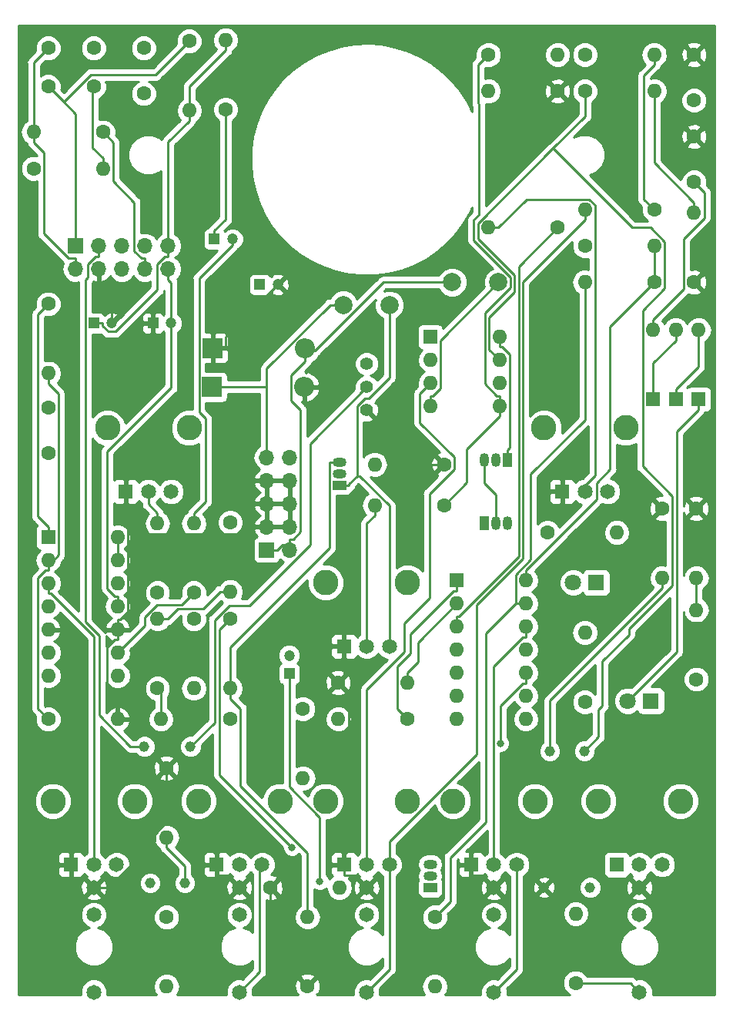
<source format=gtl>
G04 #@! TF.GenerationSoftware,KiCad,Pcbnew,(5.0.0)*
G04 #@! TF.CreationDate,2018-11-17T16:41:15+01:00*
G04 #@! TF.ProjectId,Corona_mainBoard,436F726F6E615F6D61696E426F617264,1*
G04 #@! TF.SameCoordinates,Original*
G04 #@! TF.FileFunction,Copper,L1,Top,Signal*
G04 #@! TF.FilePolarity,Positive*
%FSLAX46Y46*%
G04 Gerber Fmt 4.6, Leading zero omitted, Abs format (unit mm)*
G04 Created by KiCad (PCBNEW (5.0.0)) date 11/17/18 16:41:15*
%MOMM*%
%LPD*%
G01*
G04 APERTURE LIST*
G04 #@! TA.AperFunction,ComponentPad*
%ADD10C,2.000000*%
G04 #@! TD*
G04 #@! TA.AperFunction,ComponentPad*
%ADD11C,1.648460*%
G04 #@! TD*
G04 #@! TA.AperFunction,ComponentPad*
%ADD12R,1.648460X1.648460*%
G04 #@! TD*
G04 #@! TA.AperFunction,ComponentPad*
%ADD13C,2.794000*%
G04 #@! TD*
G04 #@! TA.AperFunction,ComponentPad*
%ADD14C,1.422400*%
G04 #@! TD*
G04 #@! TA.AperFunction,ComponentPad*
%ADD15C,1.150000*%
G04 #@! TD*
G04 #@! TA.AperFunction,ComponentPad*
%ADD16C,1.600000*%
G04 #@! TD*
G04 #@! TA.AperFunction,ComponentPad*
%ADD17R,1.200000X1.200000*%
G04 #@! TD*
G04 #@! TA.AperFunction,ComponentPad*
%ADD18C,1.200000*%
G04 #@! TD*
G04 #@! TA.AperFunction,ComponentPad*
%ADD19O,2.200000X2.200000*%
G04 #@! TD*
G04 #@! TA.AperFunction,ComponentPad*
%ADD20R,2.200000X2.200000*%
G04 #@! TD*
G04 #@! TA.AperFunction,ComponentPad*
%ADD21R,1.600000X1.600000*%
G04 #@! TD*
G04 #@! TA.AperFunction,ComponentPad*
%ADD22O,1.600000X1.600000*%
G04 #@! TD*
G04 #@! TA.AperFunction,ComponentPad*
%ADD23R,1.800000X1.800000*%
G04 #@! TD*
G04 #@! TA.AperFunction,ComponentPad*
%ADD24C,1.800000*%
G04 #@! TD*
G04 #@! TA.AperFunction,ComponentPad*
%ADD25R,1.700000X1.700000*%
G04 #@! TD*
G04 #@! TA.AperFunction,ComponentPad*
%ADD26O,1.700000X1.700000*%
G04 #@! TD*
G04 #@! TA.AperFunction,ComponentPad*
%ADD27R,1.500000X1.050000*%
G04 #@! TD*
G04 #@! TA.AperFunction,ComponentPad*
%ADD28O,1.500000X1.050000*%
G04 #@! TD*
G04 #@! TA.AperFunction,ComponentPad*
%ADD29O,1.050000X1.500000*%
G04 #@! TD*
G04 #@! TA.AperFunction,ComponentPad*
%ADD30R,1.050000X1.500000*%
G04 #@! TD*
G04 #@! TA.AperFunction,ViaPad*
%ADD31C,0.800000*%
G04 #@! TD*
G04 #@! TA.AperFunction,Conductor*
%ADD32C,0.250000*%
G04 #@! TD*
G04 #@! TA.AperFunction,Conductor*
%ADD33C,0.254000*%
G04 #@! TD*
G04 APERTURE END LIST*
D10*
G04 #@! TO.P,F1,2*
G04 #@! TO.N,Net-(D1-Pad1)*
X36420000Y-31490000D03*
G04 #@! TO.P,F1,1*
G04 #@! TO.N,/Main board/+12V*
X41500000Y-31500000D03*
G04 #@! TD*
G04 #@! TO.P,F2,1*
G04 #@! TO.N,/Main board/-12V*
X53500000Y-29000000D03*
G04 #@! TO.P,F2,2*
G04 #@! TO.N,Net-(D2-Pad2)*
X48420000Y-28990000D03*
G04 #@! TD*
D11*
G04 #@! TO.P,J_IN1,2*
G04 #@! TO.N,/Main board/GND*
X9000000Y-95501140D03*
G04 #@! TO.P,J_IN1,3*
G04 #@! TO.N,N/C*
X9000000Y-98503420D03*
G04 #@! TO.P,J_IN1,1*
G04 #@! TO.N,Net-(J_IN1-Pad1)*
X9000000Y-106999720D03*
G04 #@! TD*
G04 #@! TO.P,J_OUT1,1*
G04 #@! TO.N,Net-(J_OUT1-Pad1)*
X69000000Y-106998720D03*
G04 #@! TO.P,J_OUT1,3*
G04 #@! TO.N,N/C*
X69000000Y-98502420D03*
G04 #@! TO.P,J_OUT1,2*
G04 #@! TO.N,/Main board/GND*
X69000000Y-95500140D03*
G04 #@! TD*
D12*
G04 #@! TO.P,RV_FB1,1*
G04 #@! TO.N,/Main board/GND*
X60500640Y-51997700D03*
D11*
G04 #@! TO.P,RV_FB1,2*
G04 #@! TO.N,Net-(R13-Pad2)*
X63000000Y-51997700D03*
G04 #@! TO.P,RV_FB1,3*
G04 #@! TO.N,/Main board/+12V*
X65499360Y-51997700D03*
D13*
G04 #@! TO.P,RV_FB1,CHASSIS1*
G04 #@! TO.N,N/C*
X58501660Y-45000000D03*
G04 #@! TO.P,RV_FB1,CHASSIS2*
X67498340Y-45000000D03*
G04 #@! TD*
D14*
G04 #@! TO.P,SW1,1*
G04 #@! TO.N,/Main board/GND*
X39000000Y-43040000D03*
G04 #@! TO.P,SW1,3*
G04 #@! TO.N,/Main board/-12V*
X39000000Y-37960000D03*
G04 #@! TO.P,SW1,2*
G04 #@! TO.N,/Main board/TUBE_8*
X39000000Y-40500000D03*
G04 #@! TD*
D13*
G04 #@! TO.P,RV_GAIN1,CHASSIS2*
G04 #@! TO.N,N/C*
X73498340Y-86000000D03*
G04 #@! TO.P,RV_GAIN1,CHASSIS1*
X64501660Y-86000000D03*
D11*
G04 #@! TO.P,RV_GAIN1,3*
G04 #@! TO.N,Net-(R9-Pad1)*
X71499360Y-92997700D03*
G04 #@! TO.P,RV_GAIN1,2*
X69000000Y-92997700D03*
D12*
G04 #@! TO.P,RV_GAIN1,1*
G04 #@! TO.N,Net-(C12-Pad1)*
X66500640Y-92997700D03*
G04 #@! TD*
D11*
G04 #@! TO.P,J_IN_DRV1,1*
G04 #@! TO.N,Net-(J_IN_DRV1-Pad1)*
X25000000Y-106998720D03*
G04 #@! TO.P,J_IN_DRV1,3*
G04 #@! TO.N,N/C*
X25000000Y-98502420D03*
G04 #@! TO.P,J_IN_DRV1,2*
G04 #@! TO.N,/Main board/GND*
X25000000Y-95500140D03*
G04 #@! TD*
G04 #@! TO.P,J_IN_FB1,2*
G04 #@! TO.N,/Main board/GND*
X53000000Y-95500140D03*
G04 #@! TO.P,J_IN_FB1,3*
G04 #@! TO.N,N/C*
X53000000Y-98502420D03*
G04 #@! TO.P,J_IN_FB1,1*
G04 #@! TO.N,Net-(J_IN_FB1-Pad1)*
X53000000Y-106998720D03*
G04 #@! TD*
D12*
G04 #@! TO.P,RV_DRV1,1*
G04 #@! TO.N,/Main board/GND*
X12500640Y-51997700D03*
D11*
G04 #@! TO.P,RV_DRV1,2*
G04 #@! TO.N,Net-(R11-Pad2)*
X15000000Y-51997700D03*
G04 #@! TO.P,RV_DRV1,3*
G04 #@! TO.N,/Main board/+12V*
X17499360Y-51997700D03*
D13*
G04 #@! TO.P,RV_DRV1,CHASSIS1*
G04 #@! TO.N,N/C*
X10501660Y-45000000D03*
G04 #@! TO.P,RV_DRV1,CHASSIS2*
X19498340Y-45000000D03*
G04 #@! TD*
G04 #@! TO.P,RV_DRV_CV1,CHASSIS2*
G04 #@! TO.N,N/C*
X29498340Y-86000000D03*
G04 #@! TO.P,RV_DRV_CV1,CHASSIS1*
X20501660Y-86000000D03*
D11*
G04 #@! TO.P,RV_DRV_CV1,3*
G04 #@! TO.N,Net-(J_IN_DRV1-Pad1)*
X27499360Y-92997700D03*
G04 #@! TO.P,RV_DRV_CV1,2*
G04 #@! TO.N,Net-(RV_DRV_CV1-Pad2)*
X25000000Y-92997700D03*
D12*
G04 #@! TO.P,RV_DRV_CV1,1*
G04 #@! TO.N,/Main board/GND*
X22500640Y-92997700D03*
G04 #@! TD*
D13*
G04 #@! TO.P,RV_FB_CV1,CHASSIS2*
G04 #@! TO.N,N/C*
X57498340Y-86000000D03*
G04 #@! TO.P,RV_FB_CV1,CHASSIS1*
X48501660Y-86000000D03*
D11*
G04 #@! TO.P,RV_FB_CV1,3*
G04 #@! TO.N,Net-(J_IN_FB1-Pad1)*
X55499360Y-92997700D03*
G04 #@! TO.P,RV_FB_CV1,2*
G04 #@! TO.N,Net-(RV_FB_CV1-Pad2)*
X53000000Y-92997700D03*
D12*
G04 #@! TO.P,RV_FB_CV1,1*
G04 #@! TO.N,/Main board/GND*
X50500640Y-92997700D03*
G04 #@! TD*
D11*
G04 #@! TO.P,J_IN_TONE1,2*
G04 #@! TO.N,/Main board/GND*
X39000000Y-95500140D03*
G04 #@! TO.P,J_IN_TONE1,3*
G04 #@! TO.N,N/C*
X39000000Y-98502420D03*
G04 #@! TO.P,J_IN_TONE1,1*
G04 #@! TO.N,Net-(J_IN_TONE1-Pad1)*
X39000000Y-106998720D03*
G04 #@! TD*
D13*
G04 #@! TO.P,RV_IN1,CHASSIS2*
G04 #@! TO.N,N/C*
X13498340Y-86000000D03*
G04 #@! TO.P,RV_IN1,CHASSIS1*
X4501660Y-86000000D03*
D11*
G04 #@! TO.P,RV_IN1,3*
G04 #@! TO.N,Net-(R5-Pad1)*
X11499360Y-92997700D03*
G04 #@! TO.P,RV_IN1,2*
G04 #@! TO.N,Net-(RV_IN1-Pad2)*
X9000000Y-92997700D03*
D12*
G04 #@! TO.P,RV_IN1,1*
G04 #@! TO.N,/Main board/GND*
X6500640Y-92997700D03*
G04 #@! TD*
G04 #@! TO.P,RV_TONE1,1*
G04 #@! TO.N,/Main board/GND*
X36500640Y-68997700D03*
D11*
G04 #@! TO.P,RV_TONE1,2*
G04 #@! TO.N,Net-(R36-Pad2)*
X39000000Y-68997700D03*
G04 #@! TO.P,RV_TONE1,3*
G04 #@! TO.N,/Main board/+12V*
X41499360Y-68997700D03*
D13*
G04 #@! TO.P,RV_TONE1,CHASSIS1*
G04 #@! TO.N,N/C*
X34501660Y-62000000D03*
G04 #@! TO.P,RV_TONE1,CHASSIS2*
X43498340Y-62000000D03*
G04 #@! TD*
G04 #@! TO.P,RV_TONE_CV1,CHASSIS2*
G04 #@! TO.N,N/C*
X43498340Y-86000000D03*
G04 #@! TO.P,RV_TONE_CV1,CHASSIS1*
X34501660Y-86000000D03*
D11*
G04 #@! TO.P,RV_TONE_CV1,3*
G04 #@! TO.N,Net-(J_IN_TONE1-Pad1)*
X41499360Y-92997700D03*
G04 #@! TO.P,RV_TONE_CV1,2*
G04 #@! TO.N,Net-(RV_TONE_CV1-Pad2)*
X39000000Y-92997700D03*
D12*
G04 #@! TO.P,RV_TONE_CV1,1*
G04 #@! TO.N,/Main board/GND*
X36500640Y-92997700D03*
G04 #@! TD*
D15*
G04 #@! TO.P,U5,2*
G04 #@! TO.N,/Main board/CV_DRV*
X15200000Y-95000000D03*
G04 #@! TO.P,U5,4*
G04 #@! TO.N,/Main board/TUBE_3*
X14560000Y-80000000D03*
G04 #@! TO.P,U5,3*
G04 #@! TO.N,/Main board/TUBE_8*
X19640000Y-80000000D03*
G04 #@! TO.P,U5,1*
G04 #@! TO.N,Net-(R27-Pad2)*
X19000000Y-95000000D03*
G04 #@! TD*
G04 #@! TO.P,U6,2*
G04 #@! TO.N,/Main board/CV_TONE*
X62940000Y-80500000D03*
G04 #@! TO.P,U6,4*
G04 #@! TO.N,Net-(C8-Pad1)*
X63580000Y-95500000D03*
G04 #@! TO.P,U6,3*
G04 #@! TO.N,/Main board/GND*
X58500000Y-95500000D03*
G04 #@! TO.P,U6,1*
G04 #@! TO.N,Net-(R26-Pad2)*
X59140000Y-80500000D03*
G04 #@! TD*
D16*
G04 #@! TO.P,C1,2*
G04 #@! TO.N,/Main board/TUBE_IN*
X9000000Y-3250000D03*
G04 #@! TO.P,C1,1*
G04 #@! TO.N,/Main board/TUBE_2*
X4000000Y-3250000D03*
G04 #@! TD*
G04 #@! TO.P,C2,1*
G04 #@! TO.N,/Main board/TUBE_7*
X9000000Y-7500000D03*
G04 #@! TO.P,C2,2*
G04 #@! TO.N,/Main board/TUBE_1*
X4000000Y-7500000D03*
G04 #@! TD*
G04 #@! TO.P,C5,1*
G04 #@! TO.N,/Main board/+12V*
X75000000Y-18000000D03*
G04 #@! TO.P,C5,2*
G04 #@! TO.N,/Main board/GND*
X75000000Y-13000000D03*
G04 #@! TD*
G04 #@! TO.P,C6,2*
G04 #@! TO.N,/Main board/-12V*
X75000000Y-9000000D03*
G04 #@! TO.P,C6,1*
G04 #@! TO.N,/Main board/GND*
X75000000Y-4000000D03*
G04 #@! TD*
G04 #@! TO.P,C8,2*
G04 #@! TO.N,/Main board/AUDIO_OUT*
X4000000Y-47750000D03*
G04 #@! TO.P,C8,1*
G04 #@! TO.N,Net-(C8-Pad1)*
X4000000Y-42750000D03*
G04 #@! TD*
G04 #@! TO.P,C9,1*
G04 #@! TO.N,Net-(C9-Pad1)*
X14500000Y-8250000D03*
G04 #@! TO.P,C9,2*
G04 #@! TO.N,/Main board/TUBE_IN*
X14500000Y-3250000D03*
G04 #@! TD*
D17*
G04 #@! TO.P,C3,1*
G04 #@! TO.N,/Main board/+12V*
X9000000Y-33500000D03*
D18*
G04 #@! TO.P,C3,2*
G04 #@! TO.N,/Main board/GND*
X11000000Y-33500000D03*
G04 #@! TD*
G04 #@! TO.P,C4,2*
G04 #@! TO.N,/Main board/-12V*
X17500000Y-33500000D03*
D17*
G04 #@! TO.P,C4,1*
G04 #@! TO.N,/Main board/GND*
X15500000Y-33500000D03*
G04 #@! TD*
D18*
G04 #@! TO.P,C7,2*
G04 #@! TO.N,Net-(C7-Pad2)*
X24250000Y-24250000D03*
D17*
G04 #@! TO.P,C7,1*
G04 #@! TO.N,/Main board/TUBE_6*
X22250000Y-24250000D03*
G04 #@! TD*
G04 #@! TO.P,C10,1*
G04 #@! TO.N,Net-(C10-Pad1)*
X27250000Y-29250000D03*
D18*
G04 #@! TO.P,C10,2*
G04 #@! TO.N,/Main board/GND*
X29250000Y-29250000D03*
G04 #@! TD*
D17*
G04 #@! TO.P,C12,1*
G04 #@! TO.N,Net-(C12-Pad1)*
X30500000Y-72000000D03*
D18*
G04 #@! TO.P,C12,2*
G04 #@! TO.N,/Main board/TUBE_OUT*
X30500000Y-70000000D03*
G04 #@! TD*
D19*
G04 #@! TO.P,D1,2*
G04 #@! TO.N,/Main board/GND*
X32160000Y-40500000D03*
D20*
G04 #@! TO.P,D1,1*
G04 #@! TO.N,Net-(D1-Pad1)*
X22000000Y-40500000D03*
G04 #@! TD*
G04 #@! TO.P,D2,1*
G04 #@! TO.N,/Main board/GND*
X22090000Y-36250000D03*
D19*
G04 #@! TO.P,D2,2*
G04 #@! TO.N,Net-(D2-Pad2)*
X32250000Y-36250000D03*
G04 #@! TD*
D21*
G04 #@! TO.P,D3,1*
G04 #@! TO.N,Net-(D3-Pad1)*
X70500000Y-41870000D03*
D22*
G04 #@! TO.P,D3,2*
G04 #@! TO.N,/Main board/+12V*
X70500000Y-34250000D03*
G04 #@! TD*
G04 #@! TO.P,D4,2*
G04 #@! TO.N,Net-(D3-Pad1)*
X73000000Y-34250000D03*
D21*
G04 #@! TO.P,D4,1*
G04 #@! TO.N,Net-(D4-Pad1)*
X73000000Y-41870000D03*
G04 #@! TD*
G04 #@! TO.P,D5,1*
G04 #@! TO.N,Net-(D5-Pad1)*
X75500000Y-41870000D03*
D22*
G04 #@! TO.P,D5,2*
G04 #@! TO.N,Net-(D4-Pad1)*
X75500000Y-34250000D03*
G04 #@! TD*
D23*
G04 #@! TO.P,D6,1*
G04 #@! TO.N,Net-(D6-Pad1)*
X70250000Y-75000000D03*
D24*
G04 #@! TO.P,D6,2*
G04 #@! TO.N,Net-(D5-Pad1)*
X67710000Y-75000000D03*
G04 #@! TD*
D23*
G04 #@! TO.P,D7,1*
G04 #@! TO.N,Net-(D7-Pad1)*
X64250000Y-62000000D03*
D24*
G04 #@! TO.P,D7,2*
G04 #@! TO.N,Net-(C9-Pad1)*
X61710000Y-62000000D03*
G04 #@! TD*
D25*
G04 #@! TO.P,J1,1*
G04 #@! TO.N,Net-(D2-Pad2)*
X28000000Y-58403000D03*
D26*
G04 #@! TO.P,J1,2*
X30540000Y-58403000D03*
G04 #@! TO.P,J1,3*
G04 #@! TO.N,/Main board/GND*
X28000000Y-55863000D03*
G04 #@! TO.P,J1,4*
X30540000Y-55863000D03*
G04 #@! TO.P,J1,5*
X28000000Y-53323000D03*
G04 #@! TO.P,J1,6*
X30540000Y-53323000D03*
G04 #@! TO.P,J1,7*
X28000000Y-50783000D03*
G04 #@! TO.P,J1,8*
X30540000Y-50783000D03*
G04 #@! TO.P,J1,9*
G04 #@! TO.N,Net-(D1-Pad1)*
X28000000Y-48243000D03*
G04 #@! TO.P,J1,10*
X30540000Y-48243000D03*
G04 #@! TD*
G04 #@! TO.P,J3,10*
G04 #@! TO.N,/Main board/-12V*
X17160000Y-27540000D03*
G04 #@! TO.P,J3,9*
G04 #@! TO.N,/Main board/+12V*
X17160000Y-25000000D03*
G04 #@! TO.P,J3,8*
G04 #@! TO.N,/Main board/TUBE_8*
X14620000Y-27540000D03*
G04 #@! TO.P,J3,7*
G04 #@! TO.N,/Main board/TUBE_7*
X14620000Y-25000000D03*
G04 #@! TO.P,J3,6*
G04 #@! TO.N,/Main board/TUBE_6*
X12080000Y-27540000D03*
G04 #@! TO.P,J3,5*
G04 #@! TO.N,/Main board/AUDIO_OUT*
X12080000Y-25000000D03*
G04 #@! TO.P,J3,4*
G04 #@! TO.N,/Main board/GND*
X9540000Y-27540000D03*
G04 #@! TO.P,J3,3*
G04 #@! TO.N,/Main board/TUBE_3*
X9540000Y-25000000D03*
G04 #@! TO.P,J3,2*
G04 #@! TO.N,/Main board/TUBE_2*
X7000000Y-27540000D03*
D25*
G04 #@! TO.P,J3,1*
G04 #@! TO.N,/Main board/TUBE_1*
X7000000Y-25000000D03*
G04 #@! TD*
D27*
G04 #@! TO.P,Q1,1*
G04 #@! TO.N,/Main board/+12V*
X36000000Y-51290000D03*
D28*
G04 #@! TO.P,Q1,3*
G04 #@! TO.N,Net-(C10-Pad1)*
X36000000Y-48750000D03*
G04 #@! TO.P,Q1,2*
G04 #@! TO.N,Net-(Q1-Pad2)*
X36000000Y-50020000D03*
G04 #@! TD*
G04 #@! TO.P,Q2,2*
G04 #@! TO.N,Net-(Q2-Pad2)*
X46000000Y-94230000D03*
G04 #@! TO.P,Q2,3*
G04 #@! TO.N,Net-(D5-Pad1)*
X46000000Y-92960000D03*
D27*
G04 #@! TO.P,Q2,1*
G04 #@! TO.N,Net-(D6-Pad1)*
X46000000Y-95500000D03*
G04 #@! TD*
D29*
G04 #@! TO.P,Q3,2*
G04 #@! TO.N,Net-(Q3-Pad2)*
X53230000Y-48500000D03*
G04 #@! TO.P,Q3,3*
G04 #@! TO.N,Net-(Q3-Pad3)*
X51960000Y-48500000D03*
D30*
G04 #@! TO.P,Q3,1*
G04 #@! TO.N,/Main board/+12V*
X54500000Y-48500000D03*
G04 #@! TD*
G04 #@! TO.P,Q4,1*
G04 #@! TO.N,Net-(Q4-Pad1)*
X51960000Y-55500000D03*
D29*
G04 #@! TO.P,Q4,3*
G04 #@! TO.N,Net-(C9-Pad1)*
X54500000Y-55500000D03*
G04 #@! TO.P,Q4,2*
G04 #@! TO.N,Net-(Q3-Pad3)*
X53230000Y-55500000D03*
G04 #@! TD*
D16*
G04 #@! TO.P,R1,1*
G04 #@! TO.N,/Main board/TUBE_8*
X10000000Y-12500000D03*
D22*
G04 #@! TO.P,R1,2*
G04 #@! TO.N,/Main board/TUBE_2*
X2380000Y-12500000D03*
G04 #@! TD*
G04 #@! TO.P,R2,2*
G04 #@! TO.N,/Main board/+12V*
X19500000Y-10120000D03*
D16*
G04 #@! TO.P,R2,1*
G04 #@! TO.N,/Main board/TUBE_1*
X19500000Y-2500000D03*
G04 #@! TD*
D22*
G04 #@! TO.P,R3,2*
G04 #@! TO.N,/Main board/TUBE_7*
X10000000Y-16500000D03*
D16*
G04 #@! TO.P,R3,1*
G04 #@! TO.N,/Main board/TUBE_8*
X2380000Y-16500000D03*
G04 #@! TD*
D22*
G04 #@! TO.P,R4,2*
G04 #@! TO.N,/Main board/+12V*
X23500000Y-2380000D03*
D16*
G04 #@! TO.P,R4,1*
G04 #@! TO.N,/Main board/TUBE_6*
X23500000Y-10000000D03*
G04 #@! TD*
G04 #@! TO.P,R5,1*
G04 #@! TO.N,Net-(R5-Pad1)*
X17000000Y-98750000D03*
D22*
G04 #@! TO.P,R5,2*
G04 #@! TO.N,Net-(J_IN1-Pad1)*
X17000000Y-106370000D03*
G04 #@! TD*
G04 #@! TO.P,R6,2*
G04 #@! TO.N,Net-(Q3-Pad2)*
X66500000Y-56500000D03*
D16*
G04 #@! TO.P,R6,1*
G04 #@! TO.N,/Main board/CV_FB*
X58880000Y-56500000D03*
G04 #@! TD*
D22*
G04 #@! TO.P,R7,2*
G04 #@! TO.N,/Main board/GND*
X11620000Y-77000000D03*
D16*
G04 #@! TO.P,R7,1*
G04 #@! TO.N,Net-(R42-Pad2)*
X4000000Y-77000000D03*
G04 #@! TD*
G04 #@! TO.P,R8,1*
G04 #@! TO.N,/Main board/GND*
X60000000Y-8000000D03*
D22*
G04 #@! TO.P,R8,2*
G04 #@! TO.N,Net-(D7-Pad1)*
X52380000Y-8000000D03*
G04 #@! TD*
G04 #@! TO.P,R9,2*
G04 #@! TO.N,Net-(C7-Pad2)*
X20000000Y-55500000D03*
D16*
G04 #@! TO.P,R9,1*
G04 #@! TO.N,Net-(R9-Pad1)*
X20000000Y-63120000D03*
G04 #@! TD*
G04 #@! TO.P,R10,1*
G04 #@! TO.N,Net-(R10-Pad1)*
X20000000Y-66000000D03*
D22*
G04 #@! TO.P,R10,2*
G04 #@! TO.N,Net-(R10-Pad2)*
X20000000Y-73620000D03*
G04 #@! TD*
G04 #@! TO.P,R11,2*
G04 #@! TO.N,Net-(R11-Pad2)*
X16000000Y-55500000D03*
D16*
G04 #@! TO.P,R11,1*
G04 #@! TO.N,Net-(R10-Pad1)*
X16000000Y-63120000D03*
G04 #@! TD*
D22*
G04 #@! TO.P,R12,2*
G04 #@! TO.N,Net-(J_IN_FB1-Pad1)*
X46500000Y-106370000D03*
D16*
G04 #@! TO.P,R12,1*
G04 #@! TO.N,Net-(R12-Pad1)*
X46500000Y-98750000D03*
G04 #@! TD*
D22*
G04 #@! TO.P,R13,2*
G04 #@! TO.N,Net-(R13-Pad2)*
X52380000Y-23000000D03*
D16*
G04 #@! TO.P,R13,1*
G04 #@! TO.N,Net-(R13-Pad1)*
X60000000Y-23000000D03*
G04 #@! TD*
G04 #@! TO.P,R14,1*
G04 #@! TO.N,Net-(Q1-Pad2)*
X24000000Y-55380000D03*
D22*
G04 #@! TO.P,R14,2*
G04 #@! TO.N,/Main board/TUBE_OUT*
X24000000Y-63000000D03*
G04 #@! TD*
D16*
G04 #@! TO.P,R15,1*
G04 #@! TO.N,/Main board/GND*
X75250000Y-53880000D03*
D22*
G04 #@! TO.P,R15,2*
G04 #@! TO.N,Net-(R15-Pad2)*
X75250000Y-61500000D03*
G04 #@! TD*
G04 #@! TO.P,R16,2*
G04 #@! TO.N,Net-(C10-Pad1)*
X32500000Y-98750000D03*
D16*
G04 #@! TO.P,R16,1*
G04 #@! TO.N,/Main board/GND*
X32500000Y-106370000D03*
G04 #@! TD*
G04 #@! TO.P,R17,1*
G04 #@! TO.N,Net-(Q2-Pad2)*
X24000000Y-66000000D03*
D22*
G04 #@! TO.P,R17,2*
G04 #@! TO.N,Net-(C10-Pad1)*
X24000000Y-73620000D03*
G04 #@! TD*
G04 #@! TO.P,R18,2*
G04 #@! TO.N,Net-(D6-Pad1)*
X36000000Y-95500000D03*
D16*
G04 #@! TO.P,R18,1*
G04 #@! TO.N,/Main board/GND*
X28380000Y-95500000D03*
G04 #@! TD*
G04 #@! TO.P,R19,1*
G04 #@! TO.N,Net-(J_OUT1-Pad1)*
X62000000Y-106000000D03*
D22*
G04 #@! TO.P,R19,2*
G04 #@! TO.N,/Main board/AUDIO_OUT*
X62000000Y-98380000D03*
G04 #@! TD*
G04 #@! TO.P,R20,2*
G04 #@! TO.N,Net-(R20-Pad2)*
X43500000Y-73000000D03*
D16*
G04 #@! TO.P,R20,1*
G04 #@! TO.N,/Main board/GND*
X35880000Y-73000000D03*
G04 #@! TD*
G04 #@! TO.P,R21,1*
G04 #@! TO.N,/Main board/CV_DRV*
X75250000Y-72620000D03*
D22*
G04 #@! TO.P,R21,2*
G04 #@! TO.N,Net-(R15-Pad2)*
X75250000Y-65000000D03*
G04 #@! TD*
D16*
G04 #@! TO.P,R22,1*
G04 #@! TO.N,/Main board/CV_FB*
X43500000Y-77000000D03*
D22*
G04 #@! TO.P,R22,2*
G04 #@! TO.N,Net-(R20-Pad2)*
X35880000Y-77000000D03*
G04 #@! TD*
G04 #@! TO.P,R25,2*
G04 #@! TO.N,Net-(C9-Pad1)*
X39880000Y-49000000D03*
D16*
G04 #@! TO.P,R25,1*
G04 #@! TO.N,/Main board/GND*
X47500000Y-49000000D03*
G04 #@! TD*
D22*
G04 #@! TO.P,R26,2*
G04 #@! TO.N,Net-(R26-Pad2)*
X71500000Y-61500000D03*
D16*
G04 #@! TO.P,R26,1*
G04 #@! TO.N,/Main board/GND*
X71500000Y-53880000D03*
G04 #@! TD*
G04 #@! TO.P,R27,1*
G04 #@! TO.N,/Main board/GND*
X17000000Y-82380000D03*
D22*
G04 #@! TO.P,R27,2*
G04 #@! TO.N,Net-(R27-Pad2)*
X17000000Y-90000000D03*
G04 #@! TD*
D16*
G04 #@! TO.P,R30,1*
G04 #@! TO.N,Net-(R30-Pad1)*
X32000000Y-75880000D03*
D22*
G04 #@! TO.P,R30,2*
G04 #@! TO.N,Net-(J_IN_DRV1-Pad1)*
X32000000Y-83500000D03*
G04 #@! TD*
G04 #@! TO.P,R31,2*
G04 #@! TO.N,Net-(R30-Pad1)*
X63000000Y-67500000D03*
D16*
G04 #@! TO.P,R31,1*
G04 #@! TO.N,Net-(R10-Pad2)*
X63000000Y-75120000D03*
G04 #@! TD*
G04 #@! TO.P,R32,1*
G04 #@! TO.N,Net-(R32-Pad1)*
X70620000Y-29000000D03*
D22*
G04 #@! TO.P,R32,2*
G04 #@! TO.N,Net-(R12-Pad1)*
X63000000Y-29000000D03*
G04 #@! TD*
G04 #@! TO.P,R33,2*
G04 #@! TO.N,Net-(R32-Pad1)*
X70620000Y-25000000D03*
D16*
G04 #@! TO.P,R33,1*
G04 #@! TO.N,Net-(R13-Pad1)*
X63000000Y-25000000D03*
G04 #@! TD*
G04 #@! TO.P,R34,1*
G04 #@! TO.N,Net-(R34-Pad1)*
X70620000Y-21000000D03*
D22*
G04 #@! TO.P,R34,2*
G04 #@! TO.N,Net-(J_IN_TONE1-Pad1)*
X63000000Y-21000000D03*
G04 #@! TD*
D16*
G04 #@! TO.P,R35,1*
G04 #@! TO.N,Net-(R35-Pad1)*
X63000000Y-4000000D03*
D22*
G04 #@! TO.P,R35,2*
G04 #@! TO.N,Net-(R34-Pad1)*
X70620000Y-4000000D03*
G04 #@! TD*
D16*
G04 #@! TO.P,R36,1*
G04 #@! TO.N,Net-(R36-Pad1)*
X47500000Y-53500000D03*
D22*
G04 #@! TO.P,R36,2*
G04 #@! TO.N,Net-(R36-Pad2)*
X39880000Y-53500000D03*
G04 #@! TD*
D16*
G04 #@! TO.P,R37,1*
G04 #@! TO.N,Net-(R36-Pad1)*
X52380000Y-4000000D03*
D22*
G04 #@! TO.P,R37,2*
G04 #@! TO.N,Net-(R35-Pad1)*
X60000000Y-4000000D03*
G04 #@! TD*
D16*
G04 #@! TO.P,R38,1*
G04 #@! TO.N,/Main board/GND*
X75000000Y-29000000D03*
D22*
G04 #@! TO.P,R38,2*
G04 #@! TO.N,Net-(R38-Pad2)*
X75000000Y-21380000D03*
G04 #@! TD*
D16*
G04 #@! TO.P,R39,1*
G04 #@! TO.N,/Main board/CV_TONE*
X63000000Y-8000000D03*
D22*
G04 #@! TO.P,R39,2*
G04 #@! TO.N,Net-(R38-Pad2)*
X70620000Y-8000000D03*
G04 #@! TD*
G04 #@! TO.P,R40,2*
G04 #@! TO.N,/Main board/TUBE_OUT*
X16000000Y-66000000D03*
D16*
G04 #@! TO.P,R40,1*
G04 #@! TO.N,Net-(R40-Pad1)*
X16000000Y-73620000D03*
G04 #@! TD*
G04 #@! TO.P,R41,1*
G04 #@! TO.N,Net-(Q4-Pad1)*
X24000000Y-77000000D03*
D22*
G04 #@! TO.P,R41,2*
G04 #@! TO.N,Net-(R40-Pad1)*
X16380000Y-77000000D03*
G04 #@! TD*
D16*
G04 #@! TO.P,R42,1*
G04 #@! TO.N,/Main board/TUBE_IN*
X4000000Y-31380000D03*
D22*
G04 #@! TO.P,R42,2*
G04 #@! TO.N,Net-(R42-Pad2)*
X4000000Y-39000000D03*
G04 #@! TD*
G04 #@! TO.P,U1,14*
G04 #@! TO.N,/Main board/AUDIO_OUT*
X11620000Y-57000000D03*
G04 #@! TO.P,U1,7*
G04 #@! TO.N,Net-(Q4-Pad1)*
X4000000Y-72240000D03*
G04 #@! TO.P,U1,13*
G04 #@! TO.N,/Main board/AUDIO_OUT*
X11620000Y-59540000D03*
G04 #@! TO.P,U1,6*
G04 #@! TO.N,Net-(R40-Pad1)*
X4000000Y-69700000D03*
G04 #@! TO.P,U1,12*
G04 #@! TO.N,Net-(Q4-Pad1)*
X11620000Y-62080000D03*
G04 #@! TO.P,U1,5*
G04 #@! TO.N,/Main board/GND*
X4000000Y-67160000D03*
G04 #@! TO.P,U1,11*
G04 #@! TO.N,/Main board/-12V*
X11620000Y-64620000D03*
G04 #@! TO.P,U1,4*
G04 #@! TO.N,/Main board/+12V*
X4000000Y-64620000D03*
G04 #@! TO.P,U1,10*
G04 #@! TO.N,/Main board/GND*
X11620000Y-67160000D03*
G04 #@! TO.P,U1,3*
G04 #@! TO.N,Net-(RV_IN1-Pad2)*
X4000000Y-62080000D03*
G04 #@! TO.P,U1,9*
G04 #@! TO.N,Net-(R9-Pad1)*
X11620000Y-69700000D03*
G04 #@! TO.P,U1,2*
G04 #@! TO.N,Net-(R42-Pad2)*
X4000000Y-59540000D03*
G04 #@! TO.P,U1,8*
G04 #@! TO.N,Net-(C12-Pad1)*
X11620000Y-72240000D03*
D21*
G04 #@! TO.P,U1,1*
G04 #@! TO.N,/Main board/TUBE_IN*
X4000000Y-57000000D03*
G04 #@! TD*
G04 #@! TO.P,U3,1*
G04 #@! TO.N,/Main board/CV_FB*
X48880000Y-61760000D03*
D22*
G04 #@! TO.P,U3,8*
G04 #@! TO.N,Net-(R10-Pad2)*
X56500000Y-77000000D03*
G04 #@! TO.P,U3,2*
G04 #@! TO.N,Net-(R20-Pad2)*
X48880000Y-64300000D03*
G04 #@! TO.P,U3,9*
G04 #@! TO.N,Net-(R30-Pad1)*
X56500000Y-74460000D03*
G04 #@! TO.P,U3,3*
G04 #@! TO.N,Net-(R13-Pad1)*
X48880000Y-66840000D03*
G04 #@! TO.P,U3,10*
G04 #@! TO.N,Net-(RV_DRV_CV1-Pad2)*
X56500000Y-71920000D03*
G04 #@! TO.P,U3,4*
G04 #@! TO.N,/Main board/+12V*
X48880000Y-69380000D03*
G04 #@! TO.P,U3,11*
G04 #@! TO.N,/Main board/-12V*
X56500000Y-69380000D03*
G04 #@! TO.P,U3,5*
G04 #@! TO.N,Net-(R10-Pad1)*
X48880000Y-71920000D03*
G04 #@! TO.P,U3,12*
G04 #@! TO.N,Net-(RV_FB_CV1-Pad2)*
X56500000Y-66840000D03*
G04 #@! TO.P,U3,6*
G04 #@! TO.N,Net-(R15-Pad2)*
X48880000Y-74460000D03*
G04 #@! TO.P,U3,13*
G04 #@! TO.N,Net-(R12-Pad1)*
X56500000Y-64300000D03*
G04 #@! TO.P,U3,7*
G04 #@! TO.N,/Main board/CV_DRV*
X48880000Y-77000000D03*
G04 #@! TO.P,U3,14*
G04 #@! TO.N,Net-(R32-Pad1)*
X56500000Y-61760000D03*
G04 #@! TD*
D21*
G04 #@! TO.P,U4,1*
G04 #@! TO.N,Net-(R35-Pad1)*
X46000000Y-35000000D03*
D22*
G04 #@! TO.P,U4,5*
G04 #@! TO.N,Net-(R36-Pad1)*
X53620000Y-42620000D03*
G04 #@! TO.P,U4,2*
G04 #@! TO.N,Net-(R34-Pad1)*
X46000000Y-37540000D03*
G04 #@! TO.P,U4,6*
G04 #@! TO.N,Net-(R38-Pad2)*
X53620000Y-40080000D03*
G04 #@! TO.P,U4,3*
G04 #@! TO.N,Net-(RV_TONE_CV1-Pad2)*
X46000000Y-40080000D03*
G04 #@! TO.P,U4,7*
G04 #@! TO.N,/Main board/CV_TONE*
X53620000Y-37540000D03*
G04 #@! TO.P,U4,4*
G04 #@! TO.N,/Main board/-12V*
X46000000Y-42620000D03*
G04 #@! TO.P,U4,8*
G04 #@! TO.N,/Main board/+12V*
X53620000Y-35000000D03*
G04 #@! TD*
D31*
G04 #@! TO.N,/Main board/GND*
X61000000Y-86000000D03*
X58500000Y-35000000D03*
G04 #@! TO.N,Net-(Q2-Pad2)*
X30794300Y-91074200D03*
G04 #@! TO.N,Net-(C12-Pad1)*
X33857500Y-94814900D03*
G04 #@! TO.N,Net-(RV_DRV_CV1-Pad2)*
X53726000Y-79658400D03*
G04 #@! TD*
D32*
G04 #@! TO.N,/Main board/TUBE_2*
X2380000Y-12500000D02*
X2380000Y-13625300D01*
X2380000Y-13625300D02*
X3505300Y-14750600D01*
X3505300Y-14750600D02*
X3505300Y-23678100D01*
X3505300Y-23678100D02*
X6191900Y-26364700D01*
X6191900Y-26364700D02*
X7000000Y-26364700D01*
X2380000Y-12500000D02*
X2380000Y-4870000D01*
X2380000Y-4870000D02*
X4000000Y-3250000D01*
X7000000Y-27540000D02*
X7000000Y-26364700D01*
G04 #@! TO.N,/Main board/TUBE_1*
X5687000Y-9186900D02*
X4000000Y-7500000D01*
X7000000Y-25000000D02*
X7000000Y-10500000D01*
X7000000Y-10500000D02*
X5687000Y-9186900D01*
X19500000Y-2500000D02*
X15830400Y-6169600D01*
X15830400Y-6169600D02*
X8704300Y-6169600D01*
X8704300Y-6169600D02*
X5687000Y-9186900D01*
G04 #@! TO.N,/Main board/TUBE_7*
X10000000Y-16500000D02*
X10000000Y-15374700D01*
X10000000Y-15374700D02*
X8852600Y-14227300D01*
X8852600Y-14227300D02*
X8852600Y-7647400D01*
X8852600Y-7647400D02*
X9000000Y-7500000D01*
G04 #@! TO.N,/Main board/GND*
X36500600Y-92997700D02*
X36500600Y-91848200D01*
X36500600Y-91848200D02*
X37007200Y-91341600D01*
X37007200Y-91341600D02*
X37007200Y-74127200D01*
X37007200Y-74127200D02*
X35880000Y-73000000D01*
X36500600Y-93572400D02*
X36500600Y-92997700D01*
X36500600Y-93572400D02*
X36500600Y-94147200D01*
X12745300Y-56670900D02*
X12745300Y-65190800D01*
X12745300Y-65190800D02*
X11901400Y-66034700D01*
X11901400Y-66034700D02*
X11620000Y-66034700D01*
X12500600Y-53147200D02*
X12745300Y-53391900D01*
X12745300Y-53391900D02*
X12745300Y-56670900D01*
X12745300Y-56670900D02*
X26016800Y-56670900D01*
X26016800Y-56670900D02*
X26824700Y-55863000D01*
X28000000Y-55863000D02*
X26824700Y-55863000D01*
X39000000Y-43040000D02*
X44960000Y-49000000D01*
X44960000Y-49000000D02*
X47500000Y-49000000D01*
X22090000Y-36250000D02*
X23515300Y-36250000D01*
X23515300Y-36250000D02*
X23515300Y-34984700D01*
X23515300Y-34984700D02*
X29250000Y-29250000D01*
X28000000Y-53323000D02*
X29364700Y-53323000D01*
X28000000Y-53323000D02*
X28000000Y-55863000D01*
X30540000Y-53323000D02*
X29364700Y-53323000D01*
X28000000Y-55863000D02*
X29364700Y-55863000D01*
X30540000Y-55863000D02*
X29364700Y-55863000D01*
X50500600Y-92997700D02*
X50500600Y-94147200D01*
X53000000Y-95500100D02*
X51647100Y-94147200D01*
X51647100Y-94147200D02*
X50500600Y-94147200D01*
X35880000Y-73000000D02*
X36500600Y-72379400D01*
X36500600Y-72379400D02*
X36500600Y-68997700D01*
X17000000Y-82380000D02*
X17000000Y-86347600D01*
X17000000Y-86347600D02*
X17991200Y-87338800D01*
X17991200Y-87338800D02*
X22500600Y-91848200D01*
X17991200Y-87338800D02*
X15680300Y-89649700D01*
X15680300Y-89649700D02*
X15680300Y-90442500D01*
X15680300Y-90442500D02*
X10621700Y-95501100D01*
X10621700Y-95501100D02*
X9000000Y-95501100D01*
X22500600Y-92997700D02*
X22500600Y-91848200D01*
X22500600Y-92997700D02*
X22500600Y-94147200D01*
X22500600Y-94147200D02*
X23647100Y-94147200D01*
X23647100Y-94147200D02*
X25000000Y-95500100D01*
X11620000Y-75874700D02*
X10494700Y-74749400D01*
X10494700Y-74749400D02*
X10494700Y-69129300D01*
X10494700Y-69129300D02*
X11338700Y-68285300D01*
X11338700Y-68285300D02*
X11620000Y-68285300D01*
X9540000Y-27540000D02*
X9540000Y-28715300D01*
X11000000Y-33500000D02*
X11000000Y-30175300D01*
X11000000Y-30175300D02*
X9540000Y-28715300D01*
X11620000Y-67160000D02*
X11620000Y-66034700D01*
X12500600Y-51997700D02*
X12500600Y-53147200D01*
X36500600Y-94147200D02*
X37647100Y-94147200D01*
X37647100Y-94147200D02*
X39000000Y-95500100D01*
X28000000Y-50783000D02*
X28000000Y-53323000D01*
X32500000Y-106370000D02*
X28380000Y-102250000D01*
X28380000Y-102250000D02*
X28380000Y-95500000D01*
X11620000Y-77000000D02*
X11620000Y-75874700D01*
X11620000Y-67160000D02*
X11620000Y-68285300D01*
G04 #@! TO.N,/Main board/+12V*
X70500000Y-34250000D02*
X70500000Y-33124700D01*
X70500000Y-33124700D02*
X73854800Y-29769900D01*
X73854800Y-29769900D02*
X73854800Y-24196600D01*
X73854800Y-24196600D02*
X76126700Y-21924700D01*
X76126700Y-21924700D02*
X76126700Y-19126700D01*
X76126700Y-19126700D02*
X75000000Y-18000000D01*
X17160000Y-25000000D02*
X17160000Y-26175300D01*
X9925300Y-33500000D02*
X9925300Y-33760200D01*
X9925300Y-33760200D02*
X10590500Y-34425400D01*
X10590500Y-34425400D02*
X11387400Y-34425400D01*
X11387400Y-34425400D02*
X15984700Y-29828100D01*
X15984700Y-29828100D02*
X15984700Y-26983200D01*
X15984700Y-26983200D02*
X16792600Y-26175300D01*
X16792600Y-26175300D02*
X17160000Y-26175300D01*
X17160000Y-25000000D02*
X17160000Y-13585300D01*
X17160000Y-13585300D02*
X19500000Y-11245300D01*
X9000000Y-33500000D02*
X9925300Y-33500000D01*
X19500000Y-10120000D02*
X19500000Y-11245300D01*
X36000000Y-51290000D02*
X37075300Y-51290000D01*
X37930800Y-50277800D02*
X37930800Y-42627200D01*
X37930800Y-42627200D02*
X38788000Y-41770000D01*
X38788000Y-41770000D02*
X39209100Y-41770000D01*
X39209100Y-41770000D02*
X41500000Y-39479100D01*
X41500000Y-39479100D02*
X41500000Y-31500000D01*
X41499400Y-68997700D02*
X41499400Y-53527800D01*
X41499400Y-53527800D02*
X38249400Y-50277800D01*
X38249400Y-50277800D02*
X37930800Y-50277800D01*
X37075300Y-51290000D02*
X37075300Y-51133300D01*
X37075300Y-51133300D02*
X37930800Y-50277800D01*
X53620000Y-36125300D02*
X53901400Y-36125300D01*
X53901400Y-36125300D02*
X54745300Y-36969200D01*
X54745300Y-36969200D02*
X54745300Y-47179400D01*
X54745300Y-47179400D02*
X54500000Y-47424700D01*
X23500000Y-2380000D02*
X23500000Y-3505300D01*
X19500000Y-10120000D02*
X19500000Y-7505300D01*
X19500000Y-7505300D02*
X23500000Y-3505300D01*
X53620000Y-35000000D02*
X53620000Y-36125300D01*
X54500000Y-48500000D02*
X54500000Y-47424700D01*
G04 #@! TO.N,/Main board/-12V*
X11620000Y-64620000D02*
X11620000Y-63494700D01*
X17499200Y-33500000D02*
X17499200Y-40574200D01*
X17499200Y-40574200D02*
X10494700Y-47578700D01*
X10494700Y-47578700D02*
X10494700Y-62650800D01*
X10494700Y-62650800D02*
X11338600Y-63494700D01*
X11338600Y-63494700D02*
X11620000Y-63494700D01*
X17160000Y-28715300D02*
X17499200Y-29054500D01*
X17499200Y-29054500D02*
X17499200Y-33500000D01*
X17500000Y-33500000D02*
X17499200Y-33500000D01*
X46000000Y-42620000D02*
X46000000Y-41494700D01*
X46000000Y-41494700D02*
X46281400Y-41494700D01*
X46281400Y-41494700D02*
X47125300Y-40650800D01*
X47125300Y-40650800D02*
X47125300Y-35374700D01*
X47125300Y-35374700D02*
X53500000Y-29000000D01*
X17160000Y-27540000D02*
X17160000Y-28715300D01*
G04 #@! TO.N,/Main board/TUBE_6*
X22250000Y-24250000D02*
X22250000Y-23324700D01*
X23500000Y-10000000D02*
X23500000Y-22074700D01*
X23500000Y-22074700D02*
X22250000Y-23324700D01*
G04 #@! TO.N,Net-(C10-Pad1)*
X32500000Y-97624700D02*
X32500000Y-91677100D01*
X32500000Y-91677100D02*
X25125300Y-84302400D01*
X25125300Y-84302400D02*
X25125300Y-75870600D01*
X25125300Y-75870600D02*
X24000000Y-74745300D01*
X24000000Y-73620000D02*
X24000000Y-74745300D01*
X32500000Y-98750000D02*
X32500000Y-97624700D01*
X36000000Y-48750000D02*
X34924700Y-48750000D01*
X24000000Y-73620000D02*
X24000000Y-69112800D01*
X24000000Y-69112800D02*
X34924700Y-58188100D01*
X34924700Y-58188100D02*
X34924700Y-48750000D01*
G04 #@! TO.N,Net-(D1-Pad1)*
X28000000Y-40500000D02*
X23425300Y-40500000D01*
X36420000Y-31490000D02*
X34991700Y-31490000D01*
X34991700Y-31490000D02*
X28000000Y-38481700D01*
X28000000Y-38481700D02*
X28000000Y-40500000D01*
X28000000Y-48243000D02*
X28000000Y-40500000D01*
X22000000Y-40500000D02*
X23425300Y-40500000D01*
G04 #@! TO.N,Net-(D2-Pad2)*
X32250000Y-36474600D02*
X33330400Y-36474600D01*
X33330400Y-36474600D02*
X40815000Y-28990000D01*
X40815000Y-28990000D02*
X48420000Y-28990000D01*
X32250000Y-36474600D02*
X32250000Y-37675300D01*
X32250000Y-36250000D02*
X32250000Y-36474600D01*
X28000000Y-58403000D02*
X29175300Y-58403000D01*
X30540000Y-57815300D02*
X29763000Y-57815300D01*
X29763000Y-57815300D02*
X29175300Y-58403000D01*
X30540000Y-57815300D02*
X30540000Y-57227700D01*
X30540000Y-58403000D02*
X30540000Y-57815300D01*
X30540000Y-57227700D02*
X30907300Y-57227700D01*
X30907300Y-57227700D02*
X31747300Y-56387700D01*
X31747300Y-56387700D02*
X31747300Y-43066400D01*
X31747300Y-43066400D02*
X30708800Y-42027900D01*
X30708800Y-42027900D02*
X30708800Y-39216500D01*
X30708800Y-39216500D02*
X32250000Y-37675300D01*
G04 #@! TO.N,Net-(D3-Pad1)*
X73000000Y-34250000D02*
X73000000Y-35375300D01*
X73000000Y-35375300D02*
X70500000Y-37875300D01*
X70500000Y-37875300D02*
X70500000Y-41870000D01*
G04 #@! TO.N,Net-(D4-Pad1)*
X73000000Y-41870000D02*
X73000000Y-40744700D01*
X73000000Y-40744700D02*
X75500000Y-38244700D01*
X75500000Y-38244700D02*
X75500000Y-34250000D01*
G04 #@! TO.N,Net-(D5-Pad1)*
X67710000Y-75000000D02*
X73075700Y-69634300D01*
X73075700Y-69634300D02*
X73075700Y-45419600D01*
X73075700Y-45419600D02*
X75500000Y-42995300D01*
X75500000Y-41870000D02*
X75500000Y-42995300D01*
G04 #@! TO.N,/Main board/TUBE_8*
X39000000Y-40500000D02*
X32772300Y-46727700D01*
X32772300Y-46727700D02*
X32772300Y-57842600D01*
X32772300Y-57842600D02*
X26114900Y-64500000D01*
X26114900Y-64500000D02*
X23902600Y-64500000D01*
X23902600Y-64500000D02*
X22267900Y-66134700D01*
X22267900Y-66134700D02*
X22267900Y-77372100D01*
X22267900Y-77372100D02*
X19640000Y-80000000D01*
X14620000Y-27540000D02*
X14620000Y-26364700D01*
X10000000Y-12500000D02*
X11125400Y-13625400D01*
X11125400Y-13625400D02*
X11125400Y-17890400D01*
X11125400Y-17890400D02*
X13444700Y-20209700D01*
X13444700Y-20209700D02*
X13444700Y-25556800D01*
X13444700Y-25556800D02*
X14252600Y-26364700D01*
X14252600Y-26364700D02*
X14620000Y-26364700D01*
G04 #@! TO.N,/Main board/TUBE_3*
X9540000Y-25000000D02*
X9540000Y-26175300D01*
X9540000Y-26175300D02*
X9172600Y-26175300D01*
X9172600Y-26175300D02*
X8364700Y-26983200D01*
X8364700Y-26983200D02*
X8364700Y-28425300D01*
X8364700Y-28425300D02*
X8058100Y-28731900D01*
X8058100Y-28731900D02*
X8058100Y-66327800D01*
X8058100Y-66327800D02*
X9588100Y-67857800D01*
X9588100Y-67857800D02*
X9588100Y-76576800D01*
X9588100Y-76576800D02*
X13011300Y-80000000D01*
X13011300Y-80000000D02*
X14560000Y-80000000D01*
G04 #@! TO.N,Net-(Q2-Pad2)*
X24000000Y-66000000D02*
X22842700Y-67157300D01*
X22842700Y-67157300D02*
X22842700Y-83122600D01*
X22842700Y-83122600D02*
X30794300Y-91074200D01*
G04 #@! TO.N,Net-(R9-Pad1)*
X11620000Y-69700000D02*
X14613400Y-66706600D01*
X14613400Y-66706600D02*
X14613400Y-65778300D01*
X14613400Y-65778300D02*
X15967400Y-64424300D01*
X15967400Y-64424300D02*
X18695700Y-64424300D01*
X18695700Y-64424300D02*
X20000000Y-63120000D01*
G04 #@! TO.N,/Main board/TUBE_OUT*
X24000000Y-63000000D02*
X22874700Y-63000000D01*
X16000000Y-66000000D02*
X17125300Y-66000000D01*
X17125300Y-66000000D02*
X18250600Y-64874700D01*
X18250600Y-64874700D02*
X21000000Y-64874700D01*
X21000000Y-64874700D02*
X22874700Y-63000000D01*
G04 #@! TO.N,Net-(J_OUT1-Pad1)*
X62000000Y-106000000D02*
X68001300Y-106000000D01*
X68001300Y-106000000D02*
X69000000Y-106998700D01*
G04 #@! TO.N,Net-(C12-Pad1)*
X30500000Y-72000000D02*
X30500000Y-84434100D01*
X30500000Y-84434100D02*
X33857500Y-87791600D01*
X33857500Y-87791600D02*
X33857500Y-94814900D01*
G04 #@! TO.N,/Main board/TUBE_IN*
X4000000Y-57000000D02*
X4000000Y-55874700D01*
X4000000Y-55874700D02*
X2867700Y-54742400D01*
X2867700Y-54742400D02*
X2867700Y-32512300D01*
X2867700Y-32512300D02*
X4000000Y-31380000D01*
G04 #@! TO.N,Net-(C7-Pad2)*
X20000000Y-54374700D02*
X21253900Y-53120800D01*
X21253900Y-53120800D02*
X21253900Y-43956900D01*
X21253900Y-43956900D02*
X20574600Y-43277600D01*
X20574600Y-43277600D02*
X20574600Y-28562300D01*
X20574600Y-28562300D02*
X24250000Y-24886900D01*
X24250000Y-24886900D02*
X24250000Y-24250000D01*
X20000000Y-55500000D02*
X20000000Y-54374700D01*
G04 #@! TO.N,Net-(J_IN_DRV1-Pad1)*
X27499400Y-92997700D02*
X27246700Y-93250400D01*
X27246700Y-93250400D02*
X27246700Y-104752000D01*
X27246700Y-104752000D02*
X25000000Y-106998700D01*
G04 #@! TO.N,/Main board/CV_FB*
X43500000Y-77000000D02*
X42368000Y-75868000D01*
X42368000Y-75868000D02*
X42368000Y-71195600D01*
X42368000Y-71195600D02*
X43811400Y-69752200D01*
X43811400Y-69752200D02*
X43811400Y-67672600D01*
X43811400Y-67672600D02*
X48598700Y-62885300D01*
X48598700Y-62885300D02*
X48880000Y-62885300D01*
X48880000Y-61760000D02*
X48880000Y-62885300D01*
G04 #@! TO.N,Net-(R11-Pad2)*
X16000000Y-55500000D02*
X16000000Y-54374700D01*
X16000000Y-54374700D02*
X15000000Y-53374700D01*
X15000000Y-53374700D02*
X15000000Y-51997700D01*
G04 #@! TO.N,Net-(R12-Pad1)*
X55374700Y-64300000D02*
X52092400Y-67582300D01*
X52092400Y-67582300D02*
X52092400Y-88295300D01*
X52092400Y-88295300D02*
X48207100Y-92180600D01*
X48207100Y-92180600D02*
X48207100Y-97042900D01*
X48207100Y-97042900D02*
X46500000Y-98750000D01*
X55374700Y-64300000D02*
X55374700Y-61123100D01*
X55374700Y-61123100D02*
X57031400Y-59466400D01*
X57031400Y-59466400D02*
X57031400Y-50062400D01*
X57031400Y-50062400D02*
X63000000Y-44093800D01*
X63000000Y-44093800D02*
X63000000Y-29000000D01*
X56500000Y-64300000D02*
X55374700Y-64300000D01*
G04 #@! TO.N,Net-(R13-Pad2)*
X53505300Y-23000000D02*
X56632300Y-19873000D01*
X56632300Y-19873000D02*
X63477900Y-19873000D01*
X63477900Y-19873000D02*
X64137500Y-20532600D01*
X64137500Y-20532600D02*
X64137500Y-50223300D01*
X64137500Y-50223300D02*
X63000000Y-51360800D01*
X63000000Y-51360800D02*
X63000000Y-51997700D01*
X52380000Y-23000000D02*
X53505300Y-23000000D01*
G04 #@! TO.N,Net-(R15-Pad2)*
X75250000Y-65000000D02*
X75250000Y-61500000D01*
G04 #@! TO.N,Net-(R20-Pad2)*
X43500000Y-73000000D02*
X43500000Y-71874700D01*
X48880000Y-64300000D02*
X44625300Y-68554700D01*
X44625300Y-68554700D02*
X44625300Y-70749400D01*
X44625300Y-70749400D02*
X43500000Y-71874700D01*
G04 #@! TO.N,Net-(Q3-Pad3)*
X51960000Y-48500000D02*
X51960000Y-51101300D01*
X51960000Y-51101300D02*
X53230000Y-52371300D01*
X53230000Y-52371300D02*
X53230000Y-55500000D01*
G04 #@! TO.N,Net-(J_IN_FB1-Pad1)*
X55499400Y-92997700D02*
X55499400Y-104499300D01*
X55499400Y-104499300D02*
X53000000Y-106998700D01*
G04 #@! TO.N,Net-(J_IN_TONE1-Pad1)*
X41499400Y-92997700D02*
X41499400Y-104499300D01*
X41499400Y-104499300D02*
X39000000Y-106998700D01*
X63000000Y-22125300D02*
X56176400Y-28948900D01*
X56176400Y-28948900D02*
X56176400Y-59336500D01*
X56176400Y-59336500D02*
X51094200Y-64418700D01*
X51094200Y-64418700D02*
X51094200Y-80840000D01*
X51094200Y-80840000D02*
X41499400Y-90434800D01*
X41499400Y-90434800D02*
X41499400Y-92997700D01*
X63000000Y-21000000D02*
X63000000Y-22125300D01*
G04 #@! TO.N,Net-(R42-Pad2)*
X4000000Y-39000000D02*
X4000000Y-40125300D01*
X4000000Y-60102600D02*
X5125300Y-58977300D01*
X5125300Y-58977300D02*
X5125300Y-41250600D01*
X5125300Y-41250600D02*
X4000000Y-40125300D01*
X4000000Y-60102600D02*
X4000000Y-60665300D01*
X4000000Y-59540000D02*
X4000000Y-60102600D01*
X4000000Y-60665300D02*
X3718700Y-60665300D01*
X3718700Y-60665300D02*
X2867700Y-61516300D01*
X2867700Y-61516300D02*
X2867700Y-75867700D01*
X2867700Y-75867700D02*
X4000000Y-77000000D01*
G04 #@! TO.N,Net-(R13-Pad1)*
X48880000Y-65714700D02*
X49161300Y-65714700D01*
X49161300Y-65714700D02*
X55726100Y-59149900D01*
X55726100Y-59149900D02*
X55726100Y-27273900D01*
X55726100Y-27273900D02*
X60000000Y-23000000D01*
X48880000Y-66840000D02*
X48880000Y-65714700D01*
G04 #@! TO.N,/Main board/CV_TONE*
X62940000Y-80500000D02*
X64481300Y-78958700D01*
X64481300Y-78958700D02*
X64481300Y-75990200D01*
X64481300Y-75990200D02*
X64931600Y-75539900D01*
X64931600Y-75539900D02*
X64931600Y-70637100D01*
X64931600Y-70637100D02*
X67840300Y-67728400D01*
X67840300Y-67728400D02*
X67840300Y-67091500D01*
X67840300Y-67091500D02*
X72625400Y-62306400D01*
X72625400Y-62306400D02*
X72625400Y-52478200D01*
X72625400Y-52478200D02*
X69374600Y-49227400D01*
X69374600Y-49227400D02*
X69374600Y-32107700D01*
X69374600Y-32107700D02*
X71792900Y-29689400D01*
X71792900Y-29689400D02*
X71792900Y-24542200D01*
X71792900Y-24542200D02*
X70250700Y-23000000D01*
X70250700Y-23000000D02*
X68226500Y-23000000D01*
X68226500Y-23000000D02*
X59507500Y-14280900D01*
X59507500Y-14280900D02*
X63000000Y-10788400D01*
X63000000Y-10788400D02*
X63000000Y-8000000D01*
X53620000Y-37540000D02*
X52479400Y-36399400D01*
X52479400Y-36399400D02*
X52479400Y-32857700D01*
X52479400Y-32857700D02*
X55275800Y-30061300D01*
X55275800Y-30061300D02*
X55275800Y-28237400D01*
X55275800Y-28237400D02*
X51238900Y-24200500D01*
X51238900Y-24200500D02*
X51238900Y-22549500D01*
X51238900Y-22549500D02*
X59507500Y-14280900D01*
G04 #@! TO.N,Net-(R32-Pad1)*
X56500000Y-61760000D02*
X56500000Y-60634700D01*
X56500000Y-60634700D02*
X64269600Y-52865100D01*
X64269600Y-52865100D02*
X64269600Y-51046400D01*
X64269600Y-51046400D02*
X65775900Y-49540100D01*
X65775900Y-49540100D02*
X65775900Y-33844100D01*
X65775900Y-33844100D02*
X70620000Y-29000000D01*
X70620000Y-25000000D02*
X70620000Y-29000000D01*
G04 #@! TO.N,Net-(R34-Pad1)*
X70620000Y-4000000D02*
X70620000Y-5125300D01*
X70620000Y-21000000D02*
X69494700Y-19874700D01*
X69494700Y-19874700D02*
X69494700Y-6250600D01*
X69494700Y-6250600D02*
X70620000Y-5125300D01*
G04 #@! TO.N,Net-(R36-Pad2)*
X39880000Y-53500000D02*
X39880000Y-54625300D01*
X39880000Y-54625300D02*
X39000000Y-55505300D01*
X39000000Y-55505300D02*
X39000000Y-68997700D01*
G04 #@! TO.N,Net-(R36-Pad1)*
X47500000Y-53500000D02*
X50027100Y-50972900D01*
X50027100Y-50972900D02*
X50027100Y-47338200D01*
X50027100Y-47338200D02*
X53620000Y-43745300D01*
X53620000Y-42620000D02*
X53620000Y-41494700D01*
X52380000Y-4000000D02*
X51248200Y-5131800D01*
X51248200Y-5131800D02*
X51248200Y-9308200D01*
X51248200Y-9308200D02*
X51358300Y-9418300D01*
X51358300Y-9418300D02*
X51358300Y-21569600D01*
X51358300Y-21569600D02*
X50779300Y-22148600D01*
X50779300Y-22148600D02*
X50779300Y-24377800D01*
X50779300Y-24377800D02*
X54825500Y-28424000D01*
X54825500Y-28424000D02*
X54825500Y-29556400D01*
X54825500Y-29556400D02*
X52022700Y-32359200D01*
X52022700Y-32359200D02*
X52022700Y-40178700D01*
X52022700Y-40178700D02*
X53338700Y-41494700D01*
X53338700Y-41494700D02*
X53620000Y-41494700D01*
X53620000Y-42620000D02*
X53620000Y-43745300D01*
G04 #@! TO.N,Net-(R38-Pad2)*
X75000000Y-21380000D02*
X75000000Y-20254700D01*
X75000000Y-20254700D02*
X70620000Y-15874700D01*
X70620000Y-15874700D02*
X70620000Y-8000000D01*
G04 #@! TO.N,Net-(R40-Pad1)*
X16000000Y-73620000D02*
X16380000Y-74000000D01*
X16380000Y-74000000D02*
X16380000Y-77000000D01*
G04 #@! TO.N,Net-(RV_DRV_CV1-Pad2)*
X56500000Y-71920000D02*
X56500000Y-73045300D01*
X56500000Y-73045300D02*
X56218700Y-73045300D01*
X56218700Y-73045300D02*
X53726000Y-75538000D01*
X53726000Y-75538000D02*
X53726000Y-79658400D01*
G04 #@! TO.N,Net-(RV_FB_CV1-Pad2)*
X56500000Y-66840000D02*
X56500000Y-67965300D01*
X56500000Y-67965300D02*
X56218700Y-67965300D01*
X56218700Y-67965300D02*
X53000000Y-71184000D01*
X53000000Y-71184000D02*
X53000000Y-92997700D01*
G04 #@! TO.N,Net-(RV_IN1-Pad2)*
X4000000Y-63205300D02*
X4281300Y-63205300D01*
X4281300Y-63205300D02*
X9000000Y-67924000D01*
X9000000Y-67924000D02*
X9000000Y-92997700D01*
X4000000Y-62080000D02*
X4000000Y-63205300D01*
G04 #@! TO.N,Net-(RV_TONE_CV1-Pad2)*
X39000000Y-92997700D02*
X39000000Y-73774800D01*
X39000000Y-73774800D02*
X43164300Y-69610500D01*
X43164300Y-69610500D02*
X43164300Y-66451700D01*
X43164300Y-66451700D02*
X45893600Y-63722400D01*
X45893600Y-63722400D02*
X45893600Y-52244200D01*
X45893600Y-52244200D02*
X48634200Y-49503600D01*
X48634200Y-49503600D02*
X48634200Y-48205000D01*
X48634200Y-48205000D02*
X44859400Y-44430200D01*
X44859400Y-44430200D02*
X44859400Y-41220600D01*
X44859400Y-41220600D02*
X46000000Y-40080000D01*
G04 #@! TO.N,Net-(R26-Pad2)*
X71500000Y-61500000D02*
X71500000Y-62625300D01*
X71500000Y-62625300D02*
X59140000Y-74985300D01*
X59140000Y-74985300D02*
X59140000Y-80500000D01*
G04 #@! TO.N,Net-(R27-Pad2)*
X17000000Y-90000000D02*
X17000000Y-91125300D01*
X17000000Y-91125300D02*
X19000000Y-93125300D01*
X19000000Y-93125300D02*
X19000000Y-95000000D01*
G04 #@! TO.N,/Main board/AUDIO_OUT*
X11620000Y-59540000D02*
X11620000Y-57000000D01*
G04 #@! TD*
D33*
G04 #@! TO.N,/Main board/GND*
G36*
X77265001Y-107265000D02*
X70459230Y-107265000D01*
X70459230Y-106708461D01*
X70237075Y-106172133D01*
X69826587Y-105761645D01*
X69290259Y-105539490D01*
X68709741Y-105539490D01*
X68643167Y-105567066D01*
X68591631Y-105515530D01*
X68549229Y-105452071D01*
X68297837Y-105284096D01*
X68076152Y-105240000D01*
X68076147Y-105240000D01*
X68001300Y-105225112D01*
X67926453Y-105240000D01*
X63238430Y-105240000D01*
X63216534Y-105187138D01*
X62812862Y-104783466D01*
X62285439Y-104565000D01*
X61714561Y-104565000D01*
X61187138Y-104783466D01*
X60783466Y-105187138D01*
X60565000Y-105714561D01*
X60565000Y-106285439D01*
X60783466Y-106812862D01*
X61187138Y-107216534D01*
X61304145Y-107265000D01*
X54459230Y-107265000D01*
X54459230Y-106708461D01*
X54431643Y-106641859D01*
X55983876Y-105089627D01*
X56047329Y-105047229D01*
X56089727Y-104983776D01*
X56089729Y-104983774D01*
X56215303Y-104795838D01*
X56215304Y-104795837D01*
X56259400Y-104574152D01*
X56259400Y-104574148D01*
X56274288Y-104499301D01*
X56259400Y-104424454D01*
X56259400Y-101575322D01*
X66865000Y-101575322D01*
X66865000Y-102424678D01*
X67190034Y-103209380D01*
X67790620Y-103809966D01*
X68575322Y-104135000D01*
X69424678Y-104135000D01*
X70209380Y-103809966D01*
X70809966Y-103209380D01*
X71135000Y-102424678D01*
X71135000Y-101575322D01*
X70809966Y-100790620D01*
X70209380Y-100190034D01*
X69474135Y-99885486D01*
X69826587Y-99739495D01*
X70237075Y-99329007D01*
X70459230Y-98792679D01*
X70459230Y-98212161D01*
X70237075Y-97675833D01*
X69826587Y-97265345D01*
X69290259Y-97043190D01*
X68709741Y-97043190D01*
X68173413Y-97265345D01*
X67762925Y-97675833D01*
X67540770Y-98212161D01*
X67540770Y-98792679D01*
X67762925Y-99329007D01*
X68173413Y-99739495D01*
X68525865Y-99885486D01*
X67790620Y-100190034D01*
X67190034Y-100790620D01*
X66865000Y-101575322D01*
X56259400Y-101575322D01*
X56259400Y-98380000D01*
X60536887Y-98380000D01*
X60648260Y-98939909D01*
X60965423Y-99414577D01*
X61440091Y-99731740D01*
X61858667Y-99815000D01*
X62141333Y-99815000D01*
X62559909Y-99731740D01*
X63034577Y-99414577D01*
X63351740Y-98939909D01*
X63463113Y-98380000D01*
X63351740Y-97820091D01*
X63034577Y-97345423D01*
X62559909Y-97028260D01*
X62141333Y-96945000D01*
X61858667Y-96945000D01*
X61440091Y-97028260D01*
X60965423Y-97345423D01*
X60648260Y-97820091D01*
X60536887Y-98380000D01*
X56259400Y-98380000D01*
X56259400Y-96344587D01*
X57835018Y-96344587D01*
X57881443Y-96567435D01*
X58337018Y-96722892D01*
X58817405Y-96692176D01*
X59118557Y-96567435D01*
X59164982Y-96344587D01*
X58500000Y-95679605D01*
X57835018Y-96344587D01*
X56259400Y-96344587D01*
X56259400Y-95337018D01*
X57277108Y-95337018D01*
X57307824Y-95817405D01*
X57432565Y-96118557D01*
X57655413Y-96164982D01*
X58320395Y-95500000D01*
X58679605Y-95500000D01*
X59344587Y-96164982D01*
X59567435Y-96118557D01*
X59722892Y-95662982D01*
X59697082Y-95259316D01*
X62370000Y-95259316D01*
X62370000Y-95740684D01*
X62554212Y-96185410D01*
X62894590Y-96525788D01*
X63339316Y-96710000D01*
X63820684Y-96710000D01*
X64265410Y-96525788D01*
X64265763Y-96525435D01*
X68154310Y-96525435D01*
X68231419Y-96774066D01*
X68777435Y-96971217D01*
X69357334Y-96944410D01*
X69768581Y-96774066D01*
X69845690Y-96525435D01*
X69000000Y-95679745D01*
X68154310Y-96525435D01*
X64265763Y-96525435D01*
X64605788Y-96185410D01*
X64790000Y-95740684D01*
X64790000Y-95277575D01*
X67528923Y-95277575D01*
X67555730Y-95857474D01*
X67726074Y-96268721D01*
X67974705Y-96345830D01*
X68820395Y-95500140D01*
X69179605Y-95500140D01*
X70025295Y-96345830D01*
X70273926Y-96268721D01*
X70471077Y-95722705D01*
X70444270Y-95142806D01*
X70273926Y-94731559D01*
X70025295Y-94654450D01*
X69179605Y-95500140D01*
X68820395Y-95500140D01*
X67974705Y-94654450D01*
X67726074Y-94731559D01*
X67528923Y-95277575D01*
X64790000Y-95277575D01*
X64790000Y-95259316D01*
X64605788Y-94814590D01*
X64265410Y-94474212D01*
X63820684Y-94290000D01*
X63339316Y-94290000D01*
X62894590Y-94474212D01*
X62554212Y-94814590D01*
X62370000Y-95259316D01*
X59697082Y-95259316D01*
X59692176Y-95182595D01*
X59567435Y-94881443D01*
X59344587Y-94835018D01*
X58679605Y-95500000D01*
X58320395Y-95500000D01*
X57655413Y-94835018D01*
X57432565Y-94881443D01*
X57277108Y-95337018D01*
X56259400Y-95337018D01*
X56259400Y-94655413D01*
X57835018Y-94655413D01*
X58500000Y-95320395D01*
X59164982Y-94655413D01*
X59118557Y-94432565D01*
X58662982Y-94277108D01*
X58182595Y-94307824D01*
X57881443Y-94432565D01*
X57835018Y-94655413D01*
X56259400Y-94655413D01*
X56259400Y-94262340D01*
X56325947Y-94234775D01*
X56736435Y-93824287D01*
X56958590Y-93287959D01*
X56958590Y-92707441D01*
X56737412Y-92173470D01*
X65028970Y-92173470D01*
X65028970Y-93821930D01*
X65078253Y-94069695D01*
X65218601Y-94279739D01*
X65428645Y-94420087D01*
X65676410Y-94469370D01*
X67324870Y-94469370D01*
X67572635Y-94420087D01*
X67782679Y-94279739D01*
X67923027Y-94069695D01*
X67937180Y-93998542D01*
X68173413Y-94234775D01*
X68222463Y-94255092D01*
X68154310Y-94474845D01*
X69000000Y-95320535D01*
X69845690Y-94474845D01*
X69777537Y-94255092D01*
X69826587Y-94234775D01*
X70237075Y-93824287D01*
X70249680Y-93793856D01*
X70262285Y-93824287D01*
X70672773Y-94234775D01*
X71209101Y-94456930D01*
X71789619Y-94456930D01*
X72325947Y-94234775D01*
X72736435Y-93824287D01*
X72958590Y-93287959D01*
X72958590Y-92707441D01*
X72736435Y-92171113D01*
X72325947Y-91760625D01*
X71789619Y-91538470D01*
X71209101Y-91538470D01*
X70672773Y-91760625D01*
X70262285Y-92171113D01*
X70249680Y-92201544D01*
X70237075Y-92171113D01*
X69826587Y-91760625D01*
X69290259Y-91538470D01*
X68709741Y-91538470D01*
X68173413Y-91760625D01*
X67937180Y-91996858D01*
X67923027Y-91925705D01*
X67782679Y-91715661D01*
X67572635Y-91575313D01*
X67324870Y-91526030D01*
X65676410Y-91526030D01*
X65428645Y-91575313D01*
X65218601Y-91715661D01*
X65078253Y-91925705D01*
X65028970Y-92173470D01*
X56737412Y-92173470D01*
X56736435Y-92171113D01*
X56325947Y-91760625D01*
X55789619Y-91538470D01*
X55209101Y-91538470D01*
X54672773Y-91760625D01*
X54262285Y-92171113D01*
X54249680Y-92201544D01*
X54237075Y-92171113D01*
X53826587Y-91760625D01*
X53760000Y-91733044D01*
X53760000Y-85595810D01*
X55466340Y-85595810D01*
X55466340Y-86404190D01*
X55775694Y-87151035D01*
X56347305Y-87722646D01*
X57094150Y-88032000D01*
X57902530Y-88032000D01*
X58649375Y-87722646D01*
X59220986Y-87151035D01*
X59530340Y-86404190D01*
X59530340Y-85595810D01*
X62469660Y-85595810D01*
X62469660Y-86404190D01*
X62779014Y-87151035D01*
X63350625Y-87722646D01*
X64097470Y-88032000D01*
X64905850Y-88032000D01*
X65652695Y-87722646D01*
X66224306Y-87151035D01*
X66533660Y-86404190D01*
X66533660Y-85595810D01*
X71466340Y-85595810D01*
X71466340Y-86404190D01*
X71775694Y-87151035D01*
X72347305Y-87722646D01*
X73094150Y-88032000D01*
X73902530Y-88032000D01*
X74649375Y-87722646D01*
X75220986Y-87151035D01*
X75530340Y-86404190D01*
X75530340Y-85595810D01*
X75220986Y-84848965D01*
X74649375Y-84277354D01*
X73902530Y-83968000D01*
X73094150Y-83968000D01*
X72347305Y-84277354D01*
X71775694Y-84848965D01*
X71466340Y-85595810D01*
X66533660Y-85595810D01*
X66224306Y-84848965D01*
X65652695Y-84277354D01*
X64905850Y-83968000D01*
X64097470Y-83968000D01*
X63350625Y-84277354D01*
X62779014Y-84848965D01*
X62469660Y-85595810D01*
X59530340Y-85595810D01*
X59220986Y-84848965D01*
X58649375Y-84277354D01*
X57902530Y-83968000D01*
X57094150Y-83968000D01*
X56347305Y-84277354D01*
X55775694Y-84848965D01*
X55466340Y-85595810D01*
X53760000Y-85595810D01*
X53760000Y-80693400D01*
X53931874Y-80693400D01*
X54312280Y-80535831D01*
X54603431Y-80244680D01*
X54761000Y-79864274D01*
X54761000Y-79452526D01*
X54603431Y-79072120D01*
X54486000Y-78954689D01*
X54486000Y-75852801D01*
X55216606Y-75122196D01*
X55465423Y-75494577D01*
X55817758Y-75730000D01*
X55465423Y-75965423D01*
X55148260Y-76440091D01*
X55036887Y-77000000D01*
X55148260Y-77559909D01*
X55465423Y-78034577D01*
X55940091Y-78351740D01*
X56358667Y-78435000D01*
X56641333Y-78435000D01*
X57059909Y-78351740D01*
X57534577Y-78034577D01*
X57851740Y-77559909D01*
X57963113Y-77000000D01*
X57851740Y-76440091D01*
X57534577Y-75965423D01*
X57182242Y-75730000D01*
X57534577Y-75494577D01*
X57851740Y-75019909D01*
X57963113Y-74460000D01*
X57851740Y-73900091D01*
X57534577Y-73425423D01*
X57238614Y-73227667D01*
X57255896Y-73140786D01*
X57534577Y-72954577D01*
X57851740Y-72479909D01*
X57963113Y-71920000D01*
X57851740Y-71360091D01*
X57534577Y-70885423D01*
X57182242Y-70650000D01*
X57534577Y-70414577D01*
X57851740Y-69939909D01*
X57963113Y-69380000D01*
X57851740Y-68820091D01*
X57534577Y-68345423D01*
X57238614Y-68147667D01*
X57255896Y-68060786D01*
X57534577Y-67874577D01*
X57784861Y-67500000D01*
X61536887Y-67500000D01*
X61648260Y-68059909D01*
X61965423Y-68534577D01*
X62440091Y-68851740D01*
X62858667Y-68935000D01*
X63141333Y-68935000D01*
X63559909Y-68851740D01*
X64034577Y-68534577D01*
X64351740Y-68059909D01*
X64463113Y-67500000D01*
X64351740Y-66940091D01*
X64034577Y-66465423D01*
X63559909Y-66148260D01*
X63141333Y-66065000D01*
X62858667Y-66065000D01*
X62440091Y-66148260D01*
X61965423Y-66465423D01*
X61648260Y-66940091D01*
X61536887Y-67500000D01*
X57784861Y-67500000D01*
X57851740Y-67399909D01*
X57963113Y-66840000D01*
X57851740Y-66280091D01*
X57534577Y-65805423D01*
X57182242Y-65570000D01*
X57534577Y-65334577D01*
X57851740Y-64859909D01*
X57963113Y-64300000D01*
X57851740Y-63740091D01*
X57534577Y-63265423D01*
X57182242Y-63030000D01*
X57534577Y-62794577D01*
X57851740Y-62319909D01*
X57963113Y-61760000D01*
X57950119Y-61694670D01*
X60175000Y-61694670D01*
X60175000Y-62305330D01*
X60408690Y-62869507D01*
X60840493Y-63301310D01*
X61404670Y-63535000D01*
X62015330Y-63535000D01*
X62579507Y-63301310D01*
X62748725Y-63132092D01*
X62751843Y-63147765D01*
X62892191Y-63357809D01*
X63102235Y-63498157D01*
X63350000Y-63547440D01*
X65150000Y-63547440D01*
X65397765Y-63498157D01*
X65607809Y-63357809D01*
X65748157Y-63147765D01*
X65797440Y-62900000D01*
X65797440Y-61100000D01*
X65748157Y-60852235D01*
X65607809Y-60642191D01*
X65397765Y-60501843D01*
X65150000Y-60452560D01*
X63350000Y-60452560D01*
X63102235Y-60501843D01*
X62892191Y-60642191D01*
X62751843Y-60852235D01*
X62748725Y-60867908D01*
X62579507Y-60698690D01*
X62015330Y-60465000D01*
X61404670Y-60465000D01*
X60840493Y-60698690D01*
X60408690Y-61130493D01*
X60175000Y-61694670D01*
X57950119Y-61694670D01*
X57851740Y-61200091D01*
X57534577Y-60725423D01*
X57504305Y-60705196D01*
X61709501Y-56500000D01*
X65036887Y-56500000D01*
X65148260Y-57059909D01*
X65465423Y-57534577D01*
X65940091Y-57851740D01*
X66358667Y-57935000D01*
X66641333Y-57935000D01*
X67059909Y-57851740D01*
X67534577Y-57534577D01*
X67851740Y-57059909D01*
X67963113Y-56500000D01*
X67851740Y-55940091D01*
X67534577Y-55465423D01*
X67059909Y-55148260D01*
X66641333Y-55065000D01*
X66358667Y-55065000D01*
X65940091Y-55148260D01*
X65465423Y-55465423D01*
X65148260Y-55940091D01*
X65036887Y-56500000D01*
X61709501Y-56500000D01*
X64546278Y-53663223D01*
X70053035Y-53663223D01*
X70080222Y-54233454D01*
X70246136Y-54634005D01*
X70492255Y-54708139D01*
X71320395Y-53880000D01*
X70492255Y-53051861D01*
X70246136Y-53125995D01*
X70053035Y-53663223D01*
X64546278Y-53663223D01*
X64754073Y-53455429D01*
X64817529Y-53413029D01*
X64879436Y-53320378D01*
X65209101Y-53456930D01*
X65789619Y-53456930D01*
X66325947Y-53234775D01*
X66736435Y-52824287D01*
X66958590Y-52287959D01*
X66958590Y-51707441D01*
X66736435Y-51171113D01*
X66325947Y-50760625D01*
X65833964Y-50556838D01*
X66260373Y-50130429D01*
X66323829Y-50088029D01*
X66491804Y-49836637D01*
X66535900Y-49614952D01*
X66535900Y-49614947D01*
X66550788Y-49540100D01*
X66535900Y-49465253D01*
X66535900Y-46800765D01*
X67094150Y-47032000D01*
X67902530Y-47032000D01*
X68614600Y-46737050D01*
X68614600Y-49152553D01*
X68599712Y-49227400D01*
X68614600Y-49302247D01*
X68614600Y-49302251D01*
X68658696Y-49523936D01*
X68826671Y-49775329D01*
X68890130Y-49817731D01*
X71515050Y-52442653D01*
X71146546Y-52460222D01*
X70745995Y-52626136D01*
X70671861Y-52872255D01*
X71500000Y-53700395D01*
X71514143Y-53686253D01*
X71693748Y-53865858D01*
X71679605Y-53880000D01*
X71693748Y-53894143D01*
X71514143Y-54073748D01*
X71500000Y-54059605D01*
X70671861Y-54887745D01*
X70745995Y-55133864D01*
X71283223Y-55326965D01*
X71853454Y-55299778D01*
X71865401Y-55294830D01*
X71865400Y-60109570D01*
X71641333Y-60065000D01*
X71358667Y-60065000D01*
X70940091Y-60148260D01*
X70465423Y-60465423D01*
X70148260Y-60940091D01*
X70036887Y-61500000D01*
X70148260Y-62059909D01*
X70465423Y-62534577D01*
X70495694Y-62554804D01*
X58655530Y-74394969D01*
X58592071Y-74437371D01*
X58424096Y-74688764D01*
X58380000Y-74910449D01*
X58380000Y-74910453D01*
X58365112Y-74985300D01*
X58380000Y-75060147D01*
X58380001Y-79548801D01*
X58114212Y-79814590D01*
X57930000Y-80259316D01*
X57930000Y-80740684D01*
X58114212Y-81185410D01*
X58454590Y-81525788D01*
X58899316Y-81710000D01*
X59380684Y-81710000D01*
X59825410Y-81525788D01*
X60165788Y-81185410D01*
X60350000Y-80740684D01*
X60350000Y-80259316D01*
X60165788Y-79814590D01*
X59900000Y-79548802D01*
X59900000Y-75300101D01*
X64171601Y-71028500D01*
X64171600Y-74262204D01*
X63812862Y-73903466D01*
X63285439Y-73685000D01*
X62714561Y-73685000D01*
X62187138Y-73903466D01*
X61783466Y-74307138D01*
X61565000Y-74834561D01*
X61565000Y-75405439D01*
X61783466Y-75932862D01*
X62187138Y-76336534D01*
X62714561Y-76555000D01*
X63285439Y-76555000D01*
X63721301Y-76374460D01*
X63721300Y-78643897D01*
X63075198Y-79290000D01*
X62699316Y-79290000D01*
X62254590Y-79474212D01*
X61914212Y-79814590D01*
X61730000Y-80259316D01*
X61730000Y-80740684D01*
X61914212Y-81185410D01*
X62254590Y-81525788D01*
X62699316Y-81710000D01*
X63180684Y-81710000D01*
X63625410Y-81525788D01*
X63965788Y-81185410D01*
X64150000Y-80740684D01*
X64150000Y-80364802D01*
X64965776Y-79549027D01*
X65029229Y-79506629D01*
X65071627Y-79443176D01*
X65071629Y-79443174D01*
X65197203Y-79255238D01*
X65197204Y-79255237D01*
X65241300Y-79033552D01*
X65241300Y-79033548D01*
X65256188Y-78958701D01*
X65241300Y-78883854D01*
X65241300Y-76305001D01*
X65416073Y-76130229D01*
X65479529Y-76087829D01*
X65647504Y-75836437D01*
X65691600Y-75614752D01*
X65691600Y-75614748D01*
X65706488Y-75539901D01*
X65691600Y-75465054D01*
X65691600Y-70951901D01*
X68324773Y-68318729D01*
X68388229Y-68276329D01*
X68556204Y-68024937D01*
X68600300Y-67803252D01*
X68600300Y-67803247D01*
X68615188Y-67728400D01*
X68600300Y-67653553D01*
X68600300Y-67406301D01*
X72315700Y-63690902D01*
X72315700Y-69319498D01*
X68124839Y-73510360D01*
X68015330Y-73465000D01*
X67404670Y-73465000D01*
X66840493Y-73698690D01*
X66408690Y-74130493D01*
X66175000Y-74694670D01*
X66175000Y-75305330D01*
X66408690Y-75869507D01*
X66840493Y-76301310D01*
X67404670Y-76535000D01*
X68015330Y-76535000D01*
X68579507Y-76301310D01*
X68748725Y-76132092D01*
X68751843Y-76147765D01*
X68892191Y-76357809D01*
X69102235Y-76498157D01*
X69350000Y-76547440D01*
X71150000Y-76547440D01*
X71397765Y-76498157D01*
X71607809Y-76357809D01*
X71748157Y-76147765D01*
X71797440Y-75900000D01*
X71797440Y-74100000D01*
X71748157Y-73852235D01*
X71607809Y-73642191D01*
X71397765Y-73501843D01*
X71150000Y-73452560D01*
X70332241Y-73452560D01*
X71450240Y-72334561D01*
X73815000Y-72334561D01*
X73815000Y-72905439D01*
X74033466Y-73432862D01*
X74437138Y-73836534D01*
X74964561Y-74055000D01*
X75535439Y-74055000D01*
X76062862Y-73836534D01*
X76466534Y-73432862D01*
X76685000Y-72905439D01*
X76685000Y-72334561D01*
X76466534Y-71807138D01*
X76062862Y-71403466D01*
X75535439Y-71185000D01*
X74964561Y-71185000D01*
X74437138Y-71403466D01*
X74033466Y-71807138D01*
X73815000Y-72334561D01*
X71450240Y-72334561D01*
X73560173Y-70224629D01*
X73623629Y-70182229D01*
X73681932Y-70094973D01*
X73791604Y-69930838D01*
X73812798Y-69824287D01*
X73835700Y-69709152D01*
X73835700Y-69709148D01*
X73850588Y-69634300D01*
X73835700Y-69559452D01*
X73835700Y-65245399D01*
X73898260Y-65559909D01*
X74215423Y-66034577D01*
X74690091Y-66351740D01*
X75108667Y-66435000D01*
X75391333Y-66435000D01*
X75809909Y-66351740D01*
X76284577Y-66034577D01*
X76601740Y-65559909D01*
X76713113Y-65000000D01*
X76601740Y-64440091D01*
X76284577Y-63965423D01*
X76010000Y-63781957D01*
X76010000Y-62718043D01*
X76284577Y-62534577D01*
X76601740Y-62059909D01*
X76713113Y-61500000D01*
X76601740Y-60940091D01*
X76284577Y-60465423D01*
X75809909Y-60148260D01*
X75391333Y-60065000D01*
X75108667Y-60065000D01*
X74690091Y-60148260D01*
X74215423Y-60465423D01*
X73898260Y-60940091D01*
X73835700Y-61254601D01*
X73835700Y-54887745D01*
X74421861Y-54887745D01*
X74495995Y-55133864D01*
X75033223Y-55326965D01*
X75603454Y-55299778D01*
X76004005Y-55133864D01*
X76078139Y-54887745D01*
X75250000Y-54059605D01*
X74421861Y-54887745D01*
X73835700Y-54887745D01*
X73835700Y-54246679D01*
X73996136Y-54634005D01*
X74242255Y-54708139D01*
X75070395Y-53880000D01*
X75429605Y-53880000D01*
X76257745Y-54708139D01*
X76503864Y-54634005D01*
X76696965Y-54096777D01*
X76669778Y-53526546D01*
X76503864Y-53125995D01*
X76257745Y-53051861D01*
X75429605Y-53880000D01*
X75070395Y-53880000D01*
X74242255Y-53051861D01*
X73996136Y-53125995D01*
X73835700Y-53572345D01*
X73835700Y-52872255D01*
X74421861Y-52872255D01*
X75250000Y-53700395D01*
X76078139Y-52872255D01*
X76004005Y-52626136D01*
X75466777Y-52433035D01*
X74896546Y-52460222D01*
X74495995Y-52626136D01*
X74421861Y-52872255D01*
X73835700Y-52872255D01*
X73835700Y-45734401D01*
X75984473Y-43585629D01*
X76047929Y-43543229D01*
X76198797Y-43317440D01*
X76300000Y-43317440D01*
X76547765Y-43268157D01*
X76757809Y-43127809D01*
X76898157Y-42917765D01*
X76947440Y-42670000D01*
X76947440Y-41070000D01*
X76898157Y-40822235D01*
X76757809Y-40612191D01*
X76547765Y-40471843D01*
X76300000Y-40422560D01*
X74700000Y-40422560D01*
X74452235Y-40471843D01*
X74250000Y-40606973D01*
X74227537Y-40591964D01*
X75984473Y-38835029D01*
X76047929Y-38792629D01*
X76215904Y-38541237D01*
X76260000Y-38319552D01*
X76260000Y-38319547D01*
X76274888Y-38244700D01*
X76260000Y-38169853D01*
X76260000Y-35468043D01*
X76534577Y-35284577D01*
X76851740Y-34809909D01*
X76963113Y-34250000D01*
X76851740Y-33690091D01*
X76534577Y-33215423D01*
X76059909Y-32898260D01*
X75641333Y-32815000D01*
X75358667Y-32815000D01*
X74940091Y-32898260D01*
X74465423Y-33215423D01*
X74250000Y-33537826D01*
X74034577Y-33215423D01*
X73559909Y-32898260D01*
X73141333Y-32815000D01*
X72858667Y-32815000D01*
X72440091Y-32898260D01*
X71965423Y-33215423D01*
X71750000Y-33537826D01*
X71534577Y-33215423D01*
X71504305Y-33195196D01*
X74339273Y-30360229D01*
X74402729Y-30317829D01*
X74406839Y-30311678D01*
X74783223Y-30446965D01*
X75353454Y-30419778D01*
X75754005Y-30253864D01*
X75828139Y-30007745D01*
X75000000Y-29179605D01*
X74985858Y-29193748D01*
X74806253Y-29014143D01*
X74820395Y-29000000D01*
X75179605Y-29000000D01*
X76007745Y-29828139D01*
X76253864Y-29754005D01*
X76446965Y-29216777D01*
X76419778Y-28646546D01*
X76253864Y-28245995D01*
X76007745Y-28171861D01*
X75179605Y-29000000D01*
X74820395Y-29000000D01*
X74806253Y-28985858D01*
X74985858Y-28806253D01*
X75000000Y-28820395D01*
X75828139Y-27992255D01*
X75754005Y-27746136D01*
X75216777Y-27553035D01*
X74646546Y-27580222D01*
X74614800Y-27593372D01*
X74614800Y-24511401D01*
X76611173Y-22515029D01*
X76674629Y-22472629D01*
X76720220Y-22404398D01*
X76842604Y-22221238D01*
X76886298Y-22001571D01*
X76886700Y-21999552D01*
X76886700Y-21999548D01*
X76901588Y-21924700D01*
X76886700Y-21849852D01*
X76886700Y-19201546D01*
X76901588Y-19126699D01*
X76886700Y-19051852D01*
X76886700Y-19051848D01*
X76842604Y-18830163D01*
X76732439Y-18665289D01*
X76717029Y-18642226D01*
X76717027Y-18642224D01*
X76674629Y-18578771D01*
X76611175Y-18536373D01*
X76413104Y-18338301D01*
X76435000Y-18285439D01*
X76435000Y-17714561D01*
X76216534Y-17187138D01*
X75812862Y-16783466D01*
X75285439Y-16565000D01*
X74714561Y-16565000D01*
X74187138Y-16783466D01*
X73783466Y-17187138D01*
X73565000Y-17714561D01*
X73565000Y-17744898D01*
X71380000Y-15559899D01*
X71380000Y-14007745D01*
X74171861Y-14007745D01*
X74245995Y-14253864D01*
X74783223Y-14446965D01*
X75353454Y-14419778D01*
X75754005Y-14253864D01*
X75828139Y-14007745D01*
X75000000Y-13179605D01*
X74171861Y-14007745D01*
X71380000Y-14007745D01*
X71380000Y-12783223D01*
X73553035Y-12783223D01*
X73580222Y-13353454D01*
X73746136Y-13754005D01*
X73992255Y-13828139D01*
X74820395Y-13000000D01*
X75179605Y-13000000D01*
X76007745Y-13828139D01*
X76253864Y-13754005D01*
X76446965Y-13216777D01*
X76419778Y-12646546D01*
X76253864Y-12245995D01*
X76007745Y-12171861D01*
X75179605Y-13000000D01*
X74820395Y-13000000D01*
X73992255Y-12171861D01*
X73746136Y-12245995D01*
X73553035Y-12783223D01*
X71380000Y-12783223D01*
X71380000Y-11992255D01*
X74171861Y-11992255D01*
X75000000Y-12820395D01*
X75828139Y-11992255D01*
X75754005Y-11746136D01*
X75216777Y-11553035D01*
X74646546Y-11580222D01*
X74245995Y-11746136D01*
X74171861Y-11992255D01*
X71380000Y-11992255D01*
X71380000Y-9218043D01*
X71654577Y-9034577D01*
X71868404Y-8714561D01*
X73565000Y-8714561D01*
X73565000Y-9285439D01*
X73783466Y-9812862D01*
X74187138Y-10216534D01*
X74714561Y-10435000D01*
X75285439Y-10435000D01*
X75812862Y-10216534D01*
X76216534Y-9812862D01*
X76435000Y-9285439D01*
X76435000Y-8714561D01*
X76216534Y-8187138D01*
X75812862Y-7783466D01*
X75285439Y-7565000D01*
X74714561Y-7565000D01*
X74187138Y-7783466D01*
X73783466Y-8187138D01*
X73565000Y-8714561D01*
X71868404Y-8714561D01*
X71971740Y-8559909D01*
X72083113Y-8000000D01*
X71971740Y-7440091D01*
X71654577Y-6965423D01*
X71179909Y-6648260D01*
X70761333Y-6565000D01*
X70478667Y-6565000D01*
X70254700Y-6609550D01*
X70254700Y-6565401D01*
X71104473Y-5715629D01*
X71167929Y-5673229D01*
X71335904Y-5421837D01*
X71375896Y-5220786D01*
X71654577Y-5034577D01*
X71672505Y-5007745D01*
X74171861Y-5007745D01*
X74245995Y-5253864D01*
X74783223Y-5446965D01*
X75353454Y-5419778D01*
X75754005Y-5253864D01*
X75828139Y-5007745D01*
X75000000Y-4179605D01*
X74171861Y-5007745D01*
X71672505Y-5007745D01*
X71971740Y-4559909D01*
X72083113Y-4000000D01*
X72039994Y-3783223D01*
X73553035Y-3783223D01*
X73580222Y-4353454D01*
X73746136Y-4754005D01*
X73992255Y-4828139D01*
X74820395Y-4000000D01*
X75179605Y-4000000D01*
X76007745Y-4828139D01*
X76253864Y-4754005D01*
X76446965Y-4216777D01*
X76419778Y-3646546D01*
X76253864Y-3245995D01*
X76007745Y-3171861D01*
X75179605Y-4000000D01*
X74820395Y-4000000D01*
X73992255Y-3171861D01*
X73746136Y-3245995D01*
X73553035Y-3783223D01*
X72039994Y-3783223D01*
X71971740Y-3440091D01*
X71672506Y-2992255D01*
X74171861Y-2992255D01*
X75000000Y-3820395D01*
X75828139Y-2992255D01*
X75754005Y-2746136D01*
X75216777Y-2553035D01*
X74646546Y-2580222D01*
X74245995Y-2746136D01*
X74171861Y-2992255D01*
X71672506Y-2992255D01*
X71654577Y-2965423D01*
X71179909Y-2648260D01*
X70761333Y-2565000D01*
X70478667Y-2565000D01*
X70060091Y-2648260D01*
X69585423Y-2965423D01*
X69268260Y-3440091D01*
X69156887Y-4000000D01*
X69268260Y-4559909D01*
X69585423Y-5034577D01*
X69615695Y-5054804D01*
X69010228Y-5660271D01*
X68946772Y-5702671D01*
X68904372Y-5766127D01*
X68904371Y-5766128D01*
X68778797Y-5954063D01*
X68719812Y-6250600D01*
X68734701Y-6325452D01*
X68734700Y-19799853D01*
X68719812Y-19874700D01*
X68734700Y-19949547D01*
X68734700Y-19949551D01*
X68778796Y-20171236D01*
X68946771Y-20422629D01*
X69010230Y-20465031D01*
X69206897Y-20661698D01*
X69185000Y-20714561D01*
X69185000Y-21285439D01*
X69403466Y-21812862D01*
X69807138Y-22216534D01*
X69863790Y-22240000D01*
X68541305Y-22240000D01*
X63509476Y-17208113D01*
X64266025Y-16894740D01*
X64894740Y-16266025D01*
X65234999Y-15444568D01*
X65234999Y-14555430D01*
X64894740Y-13733973D01*
X64266025Y-13105258D01*
X63444568Y-12764999D01*
X62555430Y-12764999D01*
X61774893Y-13088308D01*
X63484473Y-11378729D01*
X63547929Y-11336329D01*
X63715904Y-11084937D01*
X63760000Y-10863252D01*
X63760000Y-10863247D01*
X63774888Y-10788400D01*
X63760000Y-10713553D01*
X63760000Y-9238430D01*
X63812862Y-9216534D01*
X64216534Y-8812862D01*
X64435000Y-8285439D01*
X64435000Y-7714561D01*
X64216534Y-7187138D01*
X63812862Y-6783466D01*
X63285439Y-6565000D01*
X62714561Y-6565000D01*
X62187138Y-6783466D01*
X61783466Y-7187138D01*
X61565000Y-7714561D01*
X61565000Y-8285439D01*
X61783466Y-8812862D01*
X62187138Y-9216534D01*
X62240001Y-9238430D01*
X62240000Y-10473598D01*
X59023031Y-13690568D01*
X58959574Y-13732968D01*
X58917173Y-13796425D01*
X52118300Y-20595299D01*
X52118300Y-9493147D01*
X52133188Y-9418300D01*
X52132301Y-9413843D01*
X52238667Y-9435000D01*
X52521333Y-9435000D01*
X52939909Y-9351740D01*
X53414577Y-9034577D01*
X53432505Y-9007745D01*
X59171861Y-9007745D01*
X59245995Y-9253864D01*
X59783223Y-9446965D01*
X60353454Y-9419778D01*
X60754005Y-9253864D01*
X60828139Y-9007745D01*
X60000000Y-8179605D01*
X59171861Y-9007745D01*
X53432505Y-9007745D01*
X53731740Y-8559909D01*
X53843113Y-8000000D01*
X53799994Y-7783223D01*
X58553035Y-7783223D01*
X58580222Y-8353454D01*
X58746136Y-8754005D01*
X58992255Y-8828139D01*
X59820395Y-8000000D01*
X60179605Y-8000000D01*
X61007745Y-8828139D01*
X61253864Y-8754005D01*
X61446965Y-8216777D01*
X61419778Y-7646546D01*
X61253864Y-7245995D01*
X61007745Y-7171861D01*
X60179605Y-8000000D01*
X59820395Y-8000000D01*
X58992255Y-7171861D01*
X58746136Y-7245995D01*
X58553035Y-7783223D01*
X53799994Y-7783223D01*
X53731740Y-7440091D01*
X53432506Y-6992255D01*
X59171861Y-6992255D01*
X60000000Y-7820395D01*
X60828139Y-6992255D01*
X60754005Y-6746136D01*
X60216777Y-6553035D01*
X59646546Y-6580222D01*
X59245995Y-6746136D01*
X59171861Y-6992255D01*
X53432506Y-6992255D01*
X53414577Y-6965423D01*
X52939909Y-6648260D01*
X52521333Y-6565000D01*
X52238667Y-6565000D01*
X52008200Y-6610843D01*
X52008200Y-5446601D01*
X52041698Y-5413103D01*
X52094561Y-5435000D01*
X52665439Y-5435000D01*
X53192862Y-5216534D01*
X53596534Y-4812862D01*
X53815000Y-4285439D01*
X53815000Y-4000000D01*
X58536887Y-4000000D01*
X58648260Y-4559909D01*
X58965423Y-5034577D01*
X59440091Y-5351740D01*
X59858667Y-5435000D01*
X60141333Y-5435000D01*
X60559909Y-5351740D01*
X61034577Y-5034577D01*
X61351740Y-4559909D01*
X61463113Y-4000000D01*
X61406336Y-3714561D01*
X61565000Y-3714561D01*
X61565000Y-4285439D01*
X61783466Y-4812862D01*
X62187138Y-5216534D01*
X62714561Y-5435000D01*
X63285439Y-5435000D01*
X63812862Y-5216534D01*
X64216534Y-4812862D01*
X64435000Y-4285439D01*
X64435000Y-3714561D01*
X64216534Y-3187138D01*
X63812862Y-2783466D01*
X63285439Y-2565000D01*
X62714561Y-2565000D01*
X62187138Y-2783466D01*
X61783466Y-3187138D01*
X61565000Y-3714561D01*
X61406336Y-3714561D01*
X61351740Y-3440091D01*
X61034577Y-2965423D01*
X60559909Y-2648260D01*
X60141333Y-2565000D01*
X59858667Y-2565000D01*
X59440091Y-2648260D01*
X58965423Y-2965423D01*
X58648260Y-3440091D01*
X58536887Y-4000000D01*
X53815000Y-4000000D01*
X53815000Y-3714561D01*
X53596534Y-3187138D01*
X53192862Y-2783466D01*
X52665439Y-2565000D01*
X52094561Y-2565000D01*
X51567138Y-2783466D01*
X51163466Y-3187138D01*
X50945000Y-3714561D01*
X50945000Y-4285439D01*
X50966897Y-4338302D01*
X50763730Y-4541469D01*
X50700271Y-4583871D01*
X50532296Y-4835264D01*
X50488200Y-5056949D01*
X50488200Y-5056953D01*
X50473312Y-5131800D01*
X50488200Y-5206647D01*
X50488201Y-9233348D01*
X50473312Y-9308200D01*
X50532297Y-9604737D01*
X50598300Y-9703518D01*
X50598300Y-10220321D01*
X50046154Y-9122500D01*
X49239937Y-7895152D01*
X48297995Y-6768602D01*
X47232813Y-5757782D01*
X46058509Y-4876090D01*
X44790649Y-4135212D01*
X43446036Y-3544968D01*
X42042494Y-3113182D01*
X40598625Y-2845577D01*
X39133568Y-2745699D01*
X37666739Y-2814873D01*
X36217583Y-3052182D01*
X34805306Y-3454479D01*
X33448627Y-4016434D01*
X32165529Y-4730597D01*
X30973018Y-5587503D01*
X29886901Y-6575794D01*
X28921573Y-7682371D01*
X28089829Y-8892565D01*
X27402693Y-10190338D01*
X26869274Y-11558488D01*
X26496641Y-12978881D01*
X26289734Y-14432689D01*
X26251294Y-15900644D01*
X26381831Y-17363289D01*
X26679616Y-18801237D01*
X27140701Y-20195429D01*
X27758974Y-21527385D01*
X28526242Y-22779452D01*
X29432333Y-23935033D01*
X30465239Y-24978812D01*
X31611269Y-25896955D01*
X32855232Y-26677292D01*
X34180641Y-27309479D01*
X35569928Y-27785139D01*
X37004678Y-28097965D01*
X38465876Y-28243812D01*
X39934153Y-28220746D01*
X41390049Y-28029074D01*
X42814265Y-27671335D01*
X44187926Y-27152272D01*
X45492823Y-26478765D01*
X46711662Y-25659739D01*
X47828286Y-24706052D01*
X48827896Y-23630343D01*
X49697243Y-22446871D01*
X50424804Y-21171322D01*
X50598301Y-20764564D01*
X50598301Y-21254797D01*
X50294830Y-21558269D01*
X50231371Y-21600671D01*
X50063396Y-21852064D01*
X50019300Y-22073749D01*
X50019300Y-22073753D01*
X50004412Y-22148600D01*
X50019300Y-22223447D01*
X50019301Y-24302948D01*
X50004412Y-24377800D01*
X50063397Y-24674337D01*
X50173246Y-24838737D01*
X50231372Y-24925729D01*
X50294828Y-24968129D01*
X52833189Y-27506491D01*
X52573847Y-27613914D01*
X52113914Y-28073847D01*
X51865000Y-28674778D01*
X51865000Y-29325222D01*
X51933823Y-29491375D01*
X47410568Y-34014631D01*
X47398157Y-33952235D01*
X47257809Y-33742191D01*
X47047765Y-33601843D01*
X46800000Y-33552560D01*
X45200000Y-33552560D01*
X44952235Y-33601843D01*
X44742191Y-33742191D01*
X44601843Y-33952235D01*
X44552560Y-34200000D01*
X44552560Y-35800000D01*
X44601843Y-36047765D01*
X44742191Y-36257809D01*
X44952235Y-36398157D01*
X45086106Y-36424785D01*
X44965423Y-36505423D01*
X44648260Y-36980091D01*
X44536887Y-37540000D01*
X44648260Y-38099909D01*
X44965423Y-38574577D01*
X45317758Y-38810000D01*
X44965423Y-39045423D01*
X44648260Y-39520091D01*
X44536887Y-40080000D01*
X44601312Y-40403887D01*
X44374928Y-40630271D01*
X44311472Y-40672671D01*
X44269072Y-40736127D01*
X44269071Y-40736128D01*
X44143497Y-40924063D01*
X44084512Y-41220600D01*
X44099401Y-41295452D01*
X44099400Y-44355353D01*
X44084512Y-44430200D01*
X44099400Y-44505047D01*
X44099400Y-44505051D01*
X44143496Y-44726736D01*
X44311471Y-44978129D01*
X44374930Y-45020531D01*
X46996691Y-47642294D01*
X46745995Y-47746136D01*
X46671861Y-47992255D01*
X47500000Y-48820395D01*
X47514143Y-48806253D01*
X47693748Y-48985858D01*
X47679605Y-49000000D01*
X47693748Y-49014142D01*
X47514142Y-49193748D01*
X47500000Y-49179605D01*
X46671861Y-50007745D01*
X46745995Y-50253864D01*
X46792440Y-50270558D01*
X45409128Y-51653871D01*
X45345672Y-51696271D01*
X45303272Y-51759727D01*
X45303271Y-51759728D01*
X45264867Y-51817204D01*
X45177697Y-51947663D01*
X45137610Y-52149196D01*
X45118712Y-52244200D01*
X45133601Y-52319052D01*
X45133600Y-60761579D01*
X44649375Y-60277354D01*
X43902530Y-59968000D01*
X43094150Y-59968000D01*
X42347305Y-60277354D01*
X42259400Y-60365259D01*
X42259400Y-53602646D01*
X42274288Y-53527799D01*
X42259400Y-53452952D01*
X42259400Y-53452948D01*
X42215304Y-53231263D01*
X42047329Y-52979871D01*
X41983873Y-52937471D01*
X39417521Y-50371120D01*
X39738667Y-50435000D01*
X40021333Y-50435000D01*
X40439909Y-50351740D01*
X40914577Y-50034577D01*
X41231740Y-49559909D01*
X41343113Y-49000000D01*
X41299994Y-48783223D01*
X46053035Y-48783223D01*
X46080222Y-49353454D01*
X46246136Y-49754005D01*
X46492255Y-49828139D01*
X47320395Y-49000000D01*
X46492255Y-48171861D01*
X46246136Y-48245995D01*
X46053035Y-48783223D01*
X41299994Y-48783223D01*
X41231740Y-48440091D01*
X40914577Y-47965423D01*
X40439909Y-47648260D01*
X40021333Y-47565000D01*
X39738667Y-47565000D01*
X39320091Y-47648260D01*
X38845423Y-47965423D01*
X38690800Y-48196833D01*
X38690800Y-44358460D01*
X38804445Y-44398572D01*
X39339233Y-44369993D01*
X39700573Y-44220321D01*
X39763790Y-43983395D01*
X39000000Y-43219605D01*
X38985858Y-43233748D01*
X38806253Y-43054143D01*
X38820395Y-43040000D01*
X38806253Y-43025858D01*
X38985858Y-42846253D01*
X39000000Y-42860395D01*
X39014143Y-42846253D01*
X39193748Y-43025858D01*
X39179605Y-43040000D01*
X39943395Y-43803790D01*
X40180321Y-43740573D01*
X40358572Y-43235555D01*
X40329993Y-42700767D01*
X40180321Y-42339427D01*
X39943397Y-42276211D01*
X40058601Y-42161007D01*
X39975748Y-42078154D01*
X41984473Y-40069429D01*
X42047929Y-40027029D01*
X42144726Y-39882163D01*
X42215904Y-39775638D01*
X42225954Y-39725111D01*
X42260000Y-39553952D01*
X42260000Y-39553948D01*
X42274888Y-39479100D01*
X42260000Y-39404252D01*
X42260000Y-32954909D01*
X42426153Y-32886086D01*
X42886086Y-32426153D01*
X43135000Y-31825222D01*
X43135000Y-31174778D01*
X42886086Y-30573847D01*
X42426153Y-30113914D01*
X41825222Y-29865000D01*
X41174778Y-29865000D01*
X40901682Y-29978120D01*
X41129802Y-29750000D01*
X46965091Y-29750000D01*
X47033914Y-29916153D01*
X47493847Y-30376086D01*
X48094778Y-30625000D01*
X48745222Y-30625000D01*
X49346153Y-30376086D01*
X49806086Y-29916153D01*
X50055000Y-29315222D01*
X50055000Y-28664778D01*
X49806086Y-28063847D01*
X49346153Y-27603914D01*
X48745222Y-27355000D01*
X48094778Y-27355000D01*
X47493847Y-27603914D01*
X47033914Y-28063847D01*
X46965091Y-28230000D01*
X40889848Y-28230000D01*
X40815000Y-28215112D01*
X40740152Y-28230000D01*
X40740148Y-28230000D01*
X40566605Y-28264520D01*
X40518462Y-28274096D01*
X40421932Y-28338596D01*
X40267071Y-28442071D01*
X40224671Y-28505527D01*
X37911605Y-30818593D01*
X37806086Y-30563847D01*
X37346153Y-30103914D01*
X36745222Y-29855000D01*
X36094778Y-29855000D01*
X35493847Y-30103914D01*
X35033914Y-30563847D01*
X34969422Y-30719543D01*
X34916853Y-30730000D01*
X34916848Y-30730000D01*
X34695163Y-30774096D01*
X34443771Y-30942071D01*
X34401371Y-31005527D01*
X27515530Y-37891369D01*
X27452071Y-37933771D01*
X27284096Y-38185164D01*
X27240000Y-38406849D01*
X27240000Y-38406853D01*
X27225112Y-38481700D01*
X27240000Y-38556547D01*
X27240001Y-39740000D01*
X23747440Y-39740000D01*
X23747440Y-39400000D01*
X23698157Y-39152235D01*
X23557809Y-38942191D01*
X23347765Y-38801843D01*
X23100000Y-38752560D01*
X21334600Y-38752560D01*
X21334600Y-37985000D01*
X21804250Y-37985000D01*
X21963000Y-37826250D01*
X21963000Y-36377000D01*
X22217000Y-36377000D01*
X22217000Y-37826250D01*
X22375750Y-37985000D01*
X23316309Y-37985000D01*
X23549698Y-37888327D01*
X23728327Y-37709699D01*
X23825000Y-37476310D01*
X23825000Y-36535750D01*
X23666250Y-36377000D01*
X22217000Y-36377000D01*
X21963000Y-36377000D01*
X21943000Y-36377000D01*
X21943000Y-36123000D01*
X21963000Y-36123000D01*
X21963000Y-34673750D01*
X22217000Y-34673750D01*
X22217000Y-36123000D01*
X23666250Y-36123000D01*
X23825000Y-35964250D01*
X23825000Y-35023690D01*
X23728327Y-34790301D01*
X23549698Y-34611673D01*
X23316309Y-34515000D01*
X22375750Y-34515000D01*
X22217000Y-34673750D01*
X21963000Y-34673750D01*
X21804250Y-34515000D01*
X21334600Y-34515000D01*
X21334600Y-28877101D01*
X21561701Y-28650000D01*
X26002560Y-28650000D01*
X26002560Y-29850000D01*
X26051843Y-30097765D01*
X26192191Y-30307809D01*
X26402235Y-30448157D01*
X26650000Y-30497440D01*
X27850000Y-30497440D01*
X28097765Y-30448157D01*
X28307809Y-30307809D01*
X28397030Y-30174282D01*
X28451178Y-30228430D01*
X28566871Y-30112737D01*
X28616383Y-30338164D01*
X29081036Y-30497807D01*
X29571413Y-30467482D01*
X29883617Y-30338164D01*
X29933130Y-30112735D01*
X29250000Y-29429605D01*
X29235858Y-29443748D01*
X29056253Y-29264143D01*
X29070395Y-29250000D01*
X29429605Y-29250000D01*
X30112735Y-29933130D01*
X30338164Y-29883617D01*
X30497807Y-29418964D01*
X30467482Y-28928587D01*
X30338164Y-28616383D01*
X30112735Y-28566870D01*
X29429605Y-29250000D01*
X29070395Y-29250000D01*
X29056253Y-29235858D01*
X29235858Y-29056253D01*
X29250000Y-29070395D01*
X29933130Y-28387265D01*
X29883617Y-28161836D01*
X29418964Y-28002193D01*
X28928587Y-28032518D01*
X28616383Y-28161836D01*
X28566871Y-28387263D01*
X28451178Y-28271570D01*
X28397030Y-28325718D01*
X28307809Y-28192191D01*
X28097765Y-28051843D01*
X27850000Y-28002560D01*
X26650000Y-28002560D01*
X26402235Y-28051843D01*
X26192191Y-28192191D01*
X26051843Y-28402235D01*
X26002560Y-28650000D01*
X21561701Y-28650000D01*
X24734473Y-25477229D01*
X24797929Y-25434829D01*
X24867252Y-25331080D01*
X24949571Y-25296982D01*
X25296982Y-24949571D01*
X25485000Y-24495657D01*
X25485000Y-24004343D01*
X25296982Y-23550429D01*
X24949571Y-23203018D01*
X24495657Y-23015000D01*
X24004343Y-23015000D01*
X23550429Y-23203018D01*
X23409326Y-23344121D01*
X23367691Y-23281810D01*
X23984473Y-22665029D01*
X24047929Y-22622629D01*
X24215904Y-22371237D01*
X24260000Y-22149552D01*
X24260000Y-22149547D01*
X24274888Y-22074700D01*
X24260000Y-21999853D01*
X24260000Y-11238430D01*
X24312862Y-11216534D01*
X24716534Y-10812862D01*
X24935000Y-10285439D01*
X24935000Y-9714561D01*
X24716534Y-9187138D01*
X24312862Y-8783466D01*
X23785439Y-8565000D01*
X23214561Y-8565000D01*
X22687138Y-8783466D01*
X22283466Y-9187138D01*
X22065000Y-9714561D01*
X22065000Y-10285439D01*
X22283466Y-10812862D01*
X22687138Y-11216534D01*
X22740000Y-11238430D01*
X22740001Y-21759897D01*
X21765528Y-22734371D01*
X21702072Y-22776771D01*
X21659672Y-22840227D01*
X21659671Y-22840228D01*
X21536061Y-23025224D01*
X21402235Y-23051843D01*
X21192191Y-23192191D01*
X21051843Y-23402235D01*
X21002560Y-23650000D01*
X21002560Y-24850000D01*
X21051843Y-25097765D01*
X21192191Y-25307809D01*
X21402235Y-25448157D01*
X21650000Y-25497440D01*
X22564658Y-25497440D01*
X20090128Y-27971971D01*
X20026672Y-28014371D01*
X19984272Y-28077827D01*
X19984271Y-28077828D01*
X19858697Y-28265763D01*
X19799712Y-28562300D01*
X19814601Y-28637152D01*
X19814600Y-42968000D01*
X19094150Y-42968000D01*
X18347305Y-43277354D01*
X17775694Y-43848965D01*
X17466340Y-44595810D01*
X17466340Y-45404190D01*
X17775694Y-46151035D01*
X18347305Y-46722646D01*
X19094150Y-47032000D01*
X19902530Y-47032000D01*
X20493901Y-46787046D01*
X20493900Y-52805997D01*
X19515528Y-53784371D01*
X19452072Y-53826771D01*
X19409672Y-53890227D01*
X19409671Y-53890228D01*
X19284097Y-54078163D01*
X19244106Y-54279213D01*
X18965423Y-54465423D01*
X18648260Y-54940091D01*
X18536887Y-55500000D01*
X18648260Y-56059909D01*
X18965423Y-56534577D01*
X19440091Y-56851740D01*
X19858667Y-56935000D01*
X20141333Y-56935000D01*
X20559909Y-56851740D01*
X21034577Y-56534577D01*
X21351740Y-56059909D01*
X21463113Y-55500000D01*
X21382467Y-55094561D01*
X22565000Y-55094561D01*
X22565000Y-55665439D01*
X22783466Y-56192862D01*
X23187138Y-56596534D01*
X23714561Y-56815000D01*
X24285439Y-56815000D01*
X24812862Y-56596534D01*
X25216534Y-56192862D01*
X25435000Y-55665439D01*
X25435000Y-55094561D01*
X25216534Y-54567138D01*
X24812862Y-54163466D01*
X24285439Y-53945000D01*
X23714561Y-53945000D01*
X23187138Y-54163466D01*
X22783466Y-54567138D01*
X22565000Y-55094561D01*
X21382467Y-55094561D01*
X21351740Y-54940091D01*
X21034577Y-54465423D01*
X21004306Y-54445196D01*
X21738376Y-53711127D01*
X21785125Y-53679890D01*
X26558524Y-53679890D01*
X26728355Y-54089924D01*
X27118642Y-54518183D01*
X27277954Y-54593000D01*
X27118642Y-54667817D01*
X26728355Y-55096076D01*
X26558524Y-55506110D01*
X26679845Y-55736000D01*
X27873000Y-55736000D01*
X27873000Y-53450000D01*
X28127000Y-53450000D01*
X28127000Y-55736000D01*
X30413000Y-55736000D01*
X30413000Y-53450000D01*
X28127000Y-53450000D01*
X27873000Y-53450000D01*
X26679845Y-53450000D01*
X26558524Y-53679890D01*
X21785125Y-53679890D01*
X21801829Y-53668729D01*
X21844227Y-53605276D01*
X21844229Y-53605274D01*
X21947979Y-53450000D01*
X21969804Y-53417337D01*
X22013900Y-53195652D01*
X22013900Y-53195648D01*
X22028788Y-53120801D01*
X22013900Y-53045954D01*
X22013900Y-51139890D01*
X26558524Y-51139890D01*
X26728355Y-51549924D01*
X27118642Y-51978183D01*
X27277954Y-52053000D01*
X27118642Y-52127817D01*
X26728355Y-52556076D01*
X26558524Y-52966110D01*
X26679845Y-53196000D01*
X27873000Y-53196000D01*
X27873000Y-50910000D01*
X28127000Y-50910000D01*
X28127000Y-53196000D01*
X30413000Y-53196000D01*
X30413000Y-50910000D01*
X28127000Y-50910000D01*
X27873000Y-50910000D01*
X26679845Y-50910000D01*
X26558524Y-51139890D01*
X22013900Y-51139890D01*
X22013900Y-44031746D01*
X22028788Y-43956899D01*
X22013900Y-43882052D01*
X22013900Y-43882048D01*
X21969804Y-43660363D01*
X21801829Y-43408971D01*
X21738373Y-43366571D01*
X21334600Y-42962799D01*
X21334600Y-42247440D01*
X23100000Y-42247440D01*
X23347765Y-42198157D01*
X23557809Y-42057809D01*
X23698157Y-41847765D01*
X23747440Y-41600000D01*
X23747440Y-41260000D01*
X27240001Y-41260000D01*
X27240000Y-46964822D01*
X26929375Y-47172375D01*
X26601161Y-47663582D01*
X26485908Y-48243000D01*
X26601161Y-48822418D01*
X26929375Y-49313625D01*
X27248478Y-49526843D01*
X27118642Y-49587817D01*
X26728355Y-50016076D01*
X26558524Y-50426110D01*
X26679845Y-50656000D01*
X27873000Y-50656000D01*
X27873000Y-50636000D01*
X28127000Y-50636000D01*
X28127000Y-50656000D01*
X30413000Y-50656000D01*
X30413000Y-50636000D01*
X30667000Y-50636000D01*
X30667000Y-50656000D01*
X30687000Y-50656000D01*
X30687000Y-50910000D01*
X30667000Y-50910000D01*
X30667000Y-53196000D01*
X30687000Y-53196000D01*
X30687000Y-53450000D01*
X30667000Y-53450000D01*
X30667000Y-55736000D01*
X30687000Y-55736000D01*
X30687000Y-55990000D01*
X30667000Y-55990000D01*
X30667000Y-56010000D01*
X30413000Y-56010000D01*
X30413000Y-55990000D01*
X28127000Y-55990000D01*
X28127000Y-56010000D01*
X27873000Y-56010000D01*
X27873000Y-55990000D01*
X26679845Y-55990000D01*
X26558524Y-56219890D01*
X26728355Y-56629924D01*
X27005708Y-56934261D01*
X26902235Y-56954843D01*
X26692191Y-57095191D01*
X26551843Y-57305235D01*
X26502560Y-57553000D01*
X26502560Y-59253000D01*
X26551843Y-59500765D01*
X26692191Y-59710809D01*
X26902235Y-59851157D01*
X27150000Y-59900440D01*
X28850000Y-59900440D01*
X29097765Y-59851157D01*
X29307809Y-59710809D01*
X29448157Y-59500765D01*
X29457184Y-59455381D01*
X29469375Y-59473625D01*
X29827309Y-59712789D01*
X25800099Y-63740000D01*
X25231407Y-63740000D01*
X25351740Y-63559909D01*
X25463113Y-63000000D01*
X25351740Y-62440091D01*
X25034577Y-61965423D01*
X24559909Y-61648260D01*
X24141333Y-61565000D01*
X23858667Y-61565000D01*
X23440091Y-61648260D01*
X22965423Y-61965423D01*
X22779214Y-62244104D01*
X22578163Y-62284096D01*
X22326771Y-62452071D01*
X22284371Y-62515527D01*
X21435000Y-63364898D01*
X21435000Y-62834561D01*
X21216534Y-62307138D01*
X20812862Y-61903466D01*
X20285439Y-61685000D01*
X19714561Y-61685000D01*
X19187138Y-61903466D01*
X18783466Y-62307138D01*
X18565000Y-62834561D01*
X18565000Y-63405439D01*
X18586897Y-63458302D01*
X18380899Y-63664300D01*
X17327776Y-63664300D01*
X17435000Y-63405439D01*
X17435000Y-62834561D01*
X17216534Y-62307138D01*
X16812862Y-61903466D01*
X16285439Y-61685000D01*
X15714561Y-61685000D01*
X15187138Y-61903466D01*
X14783466Y-62307138D01*
X14565000Y-62834561D01*
X14565000Y-63405439D01*
X14783466Y-63932862D01*
X15083751Y-64233147D01*
X14128928Y-65187971D01*
X14065472Y-65230371D01*
X14023072Y-65293827D01*
X14023071Y-65293828D01*
X13897497Y-65481763D01*
X13838512Y-65778300D01*
X13853401Y-65853151D01*
X13853400Y-66391798D01*
X12914128Y-67331071D01*
X12889915Y-67287000D01*
X11747000Y-67287000D01*
X11747000Y-67307000D01*
X11493000Y-67307000D01*
X11493000Y-67287000D01*
X10350085Y-67287000D01*
X10246602Y-67475355D01*
X10178429Y-67373327D01*
X10136029Y-67309871D01*
X10072573Y-67267471D01*
X8818100Y-66012999D01*
X8818100Y-46190121D01*
X9350625Y-46722646D01*
X10003306Y-46992996D01*
X9946771Y-47030771D01*
X9778796Y-47282164D01*
X9734700Y-47503849D01*
X9734700Y-47503853D01*
X9719812Y-47578700D01*
X9734700Y-47653547D01*
X9734701Y-62575948D01*
X9719812Y-62650800D01*
X9734701Y-62725652D01*
X9748411Y-62794577D01*
X9778797Y-62947337D01*
X9888648Y-63111740D01*
X9946772Y-63198729D01*
X10010228Y-63241129D01*
X10492937Y-63723838D01*
X10268260Y-64060091D01*
X10156887Y-64620000D01*
X10268260Y-65179909D01*
X10585423Y-65654577D01*
X10969108Y-65910947D01*
X10764866Y-66007611D01*
X10388959Y-66422577D01*
X10228096Y-66810961D01*
X10350085Y-67033000D01*
X11493000Y-67033000D01*
X11493000Y-67013000D01*
X11747000Y-67013000D01*
X11747000Y-67033000D01*
X12889915Y-67033000D01*
X13011904Y-66810961D01*
X12851041Y-66422577D01*
X12475134Y-66007611D01*
X12270892Y-65910947D01*
X12654577Y-65654577D01*
X12971740Y-65179909D01*
X13083113Y-64620000D01*
X12971740Y-64060091D01*
X12654577Y-63585423D01*
X12375896Y-63399214D01*
X12358614Y-63312333D01*
X12654577Y-63114577D01*
X12971740Y-62639909D01*
X13083113Y-62080000D01*
X12971740Y-61520091D01*
X12654577Y-61045423D01*
X12302242Y-60810000D01*
X12654577Y-60574577D01*
X12971740Y-60099909D01*
X13083113Y-59540000D01*
X12971740Y-58980091D01*
X12654577Y-58505423D01*
X12380000Y-58321957D01*
X12380000Y-58218043D01*
X12654577Y-58034577D01*
X12971740Y-57559909D01*
X13083113Y-57000000D01*
X12971740Y-56440091D01*
X12654577Y-55965423D01*
X12179909Y-55648260D01*
X11761333Y-55565000D01*
X11478667Y-55565000D01*
X11254700Y-55609550D01*
X11254700Y-53298245D01*
X11316712Y-53360257D01*
X11550101Y-53456930D01*
X12214890Y-53456930D01*
X12373640Y-53298180D01*
X12373640Y-52124700D01*
X12353640Y-52124700D01*
X12353640Y-51870700D01*
X12373640Y-51870700D01*
X12373640Y-50697220D01*
X12627640Y-50697220D01*
X12627640Y-51870700D01*
X12647640Y-51870700D01*
X12647640Y-52124700D01*
X12627640Y-52124700D01*
X12627640Y-53298180D01*
X12786390Y-53456930D01*
X13451179Y-53456930D01*
X13684568Y-53360257D01*
X13863197Y-53181629D01*
X13938491Y-52999853D01*
X14173413Y-53234775D01*
X14240000Y-53262356D01*
X14240000Y-53299853D01*
X14225112Y-53374700D01*
X14240000Y-53449547D01*
X14240000Y-53449551D01*
X14284096Y-53671236D01*
X14452071Y-53922629D01*
X14515530Y-53965031D01*
X14995695Y-54445196D01*
X14965423Y-54465423D01*
X14648260Y-54940091D01*
X14536887Y-55500000D01*
X14648260Y-56059909D01*
X14965423Y-56534577D01*
X15440091Y-56851740D01*
X15858667Y-56935000D01*
X16141333Y-56935000D01*
X16559909Y-56851740D01*
X17034577Y-56534577D01*
X17351740Y-56059909D01*
X17463113Y-55500000D01*
X17351740Y-54940091D01*
X17034577Y-54465423D01*
X16755896Y-54279214D01*
X16715904Y-54078163D01*
X16547929Y-53826771D01*
X16484473Y-53784371D01*
X15880732Y-53180630D01*
X16237075Y-52824287D01*
X16249680Y-52793856D01*
X16262285Y-52824287D01*
X16672773Y-53234775D01*
X17209101Y-53456930D01*
X17789619Y-53456930D01*
X18325947Y-53234775D01*
X18736435Y-52824287D01*
X18958590Y-52287959D01*
X18958590Y-51707441D01*
X18736435Y-51171113D01*
X18325947Y-50760625D01*
X17789619Y-50538470D01*
X17209101Y-50538470D01*
X16672773Y-50760625D01*
X16262285Y-51171113D01*
X16249680Y-51201544D01*
X16237075Y-51171113D01*
X15826587Y-50760625D01*
X15290259Y-50538470D01*
X14709741Y-50538470D01*
X14173413Y-50760625D01*
X13938491Y-50995547D01*
X13863197Y-50813771D01*
X13684568Y-50635143D01*
X13451179Y-50538470D01*
X12786390Y-50538470D01*
X12627640Y-50697220D01*
X12373640Y-50697220D01*
X12214890Y-50538470D01*
X11550101Y-50538470D01*
X11316712Y-50635143D01*
X11254700Y-50697155D01*
X11254700Y-47893501D01*
X17983673Y-41164529D01*
X18047129Y-41122129D01*
X18215104Y-40870737D01*
X18259200Y-40649052D01*
X18259200Y-40649047D01*
X18274088Y-40574200D01*
X18259200Y-40499353D01*
X18259200Y-34487353D01*
X18546982Y-34199571D01*
X18735000Y-33745657D01*
X18735000Y-33254343D01*
X18546982Y-32800429D01*
X18259200Y-32512647D01*
X18259200Y-29129346D01*
X18274088Y-29054499D01*
X18259200Y-28979652D01*
X18259200Y-28979648D01*
X18215104Y-28757963D01*
X18151833Y-28663272D01*
X18230625Y-28610625D01*
X18558839Y-28119418D01*
X18674092Y-27540000D01*
X18558839Y-26960582D01*
X18230625Y-26469375D01*
X17932239Y-26270000D01*
X18230625Y-26070625D01*
X18558839Y-25579418D01*
X18674092Y-25000000D01*
X18558839Y-24420582D01*
X18230625Y-23929375D01*
X17920000Y-23721822D01*
X17920000Y-13900101D01*
X19984473Y-11835629D01*
X20047929Y-11793229D01*
X20118817Y-11687138D01*
X20215904Y-11541838D01*
X20237155Y-11435000D01*
X20255896Y-11340786D01*
X20534577Y-11154577D01*
X20851740Y-10679909D01*
X20963113Y-10120000D01*
X20851740Y-9560091D01*
X20534577Y-9085423D01*
X20260000Y-8901957D01*
X20260000Y-7820101D01*
X23984473Y-4095629D01*
X24047929Y-4053229D01*
X24215904Y-3801837D01*
X24255896Y-3600786D01*
X24534577Y-3414577D01*
X24851740Y-2939909D01*
X24963113Y-2380000D01*
X24851740Y-1820091D01*
X24534577Y-1345423D01*
X24059909Y-1028260D01*
X23641333Y-945000D01*
X23358667Y-945000D01*
X22940091Y-1028260D01*
X22465423Y-1345423D01*
X22148260Y-1820091D01*
X22036887Y-2380000D01*
X22148260Y-2939909D01*
X22465423Y-3414577D01*
X22495694Y-3434804D01*
X19015528Y-6914971D01*
X18952072Y-6957371D01*
X18909672Y-7020827D01*
X18909671Y-7020828D01*
X18784097Y-7208763D01*
X18725112Y-7505300D01*
X18740001Y-7580152D01*
X18740000Y-8901956D01*
X18465423Y-9085423D01*
X18148260Y-9560091D01*
X18036887Y-10120000D01*
X18148260Y-10679909D01*
X18465423Y-11154577D01*
X18495694Y-11174804D01*
X16675528Y-12994971D01*
X16612072Y-13037371D01*
X16569672Y-13100827D01*
X16569671Y-13100828D01*
X16446273Y-13285506D01*
X16266025Y-13105258D01*
X15444568Y-12764999D01*
X14555430Y-12764999D01*
X13733973Y-13105258D01*
X13105258Y-13733973D01*
X12764999Y-14555430D01*
X12764999Y-15444568D01*
X13105258Y-16266025D01*
X13733973Y-16894740D01*
X14555430Y-17234999D01*
X15444568Y-17234999D01*
X16266025Y-16894740D01*
X16400001Y-16760764D01*
X16400000Y-23721822D01*
X16089375Y-23929375D01*
X15890000Y-24227761D01*
X15690625Y-23929375D01*
X15199418Y-23601161D01*
X14766256Y-23515000D01*
X14473744Y-23515000D01*
X14204700Y-23568516D01*
X14204700Y-20284548D01*
X14219588Y-20209700D01*
X14204700Y-20134852D01*
X14204700Y-20134848D01*
X14160604Y-19913163D01*
X13992629Y-19661771D01*
X13929173Y-19619371D01*
X11885400Y-17575599D01*
X11885400Y-13700247D01*
X11900288Y-13625400D01*
X11885400Y-13550553D01*
X11885400Y-13550548D01*
X11841304Y-13328863D01*
X11673329Y-13077471D01*
X11609873Y-13035071D01*
X11413104Y-12838302D01*
X11435000Y-12785439D01*
X11435000Y-12214561D01*
X11216534Y-11687138D01*
X10812862Y-11283466D01*
X10285439Y-11065000D01*
X9714561Y-11065000D01*
X9612600Y-11107234D01*
X9612600Y-8799485D01*
X9812862Y-8716534D01*
X10216534Y-8312862D01*
X10435000Y-7785439D01*
X10435000Y-7214561D01*
X10316965Y-6929600D01*
X13937892Y-6929600D01*
X13687138Y-7033466D01*
X13283466Y-7437138D01*
X13065000Y-7964561D01*
X13065000Y-8535439D01*
X13283466Y-9062862D01*
X13687138Y-9466534D01*
X14214561Y-9685000D01*
X14785439Y-9685000D01*
X15312862Y-9466534D01*
X15716534Y-9062862D01*
X15935000Y-8535439D01*
X15935000Y-7964561D01*
X15716534Y-7437138D01*
X15312862Y-7033466D01*
X15062108Y-6929600D01*
X15755553Y-6929600D01*
X15830400Y-6944488D01*
X15905247Y-6929600D01*
X15905252Y-6929600D01*
X16126937Y-6885504D01*
X16378329Y-6717529D01*
X16420731Y-6654070D01*
X19161698Y-3913104D01*
X19214561Y-3935000D01*
X19785439Y-3935000D01*
X20312862Y-3716534D01*
X20716534Y-3312862D01*
X20935000Y-2785439D01*
X20935000Y-2214561D01*
X20716534Y-1687138D01*
X20312862Y-1283466D01*
X19785439Y-1065000D01*
X19214561Y-1065000D01*
X18687138Y-1283466D01*
X18283466Y-1687138D01*
X18065000Y-2214561D01*
X18065000Y-2785439D01*
X18086896Y-2838302D01*
X15515599Y-5409600D01*
X8779148Y-5409600D01*
X8704300Y-5394712D01*
X8629452Y-5409600D01*
X8629448Y-5409600D01*
X8407763Y-5453696D01*
X8156371Y-5621671D01*
X8113971Y-5685127D01*
X5686984Y-8112115D01*
X5413119Y-7838265D01*
X5435000Y-7785439D01*
X5435000Y-7214561D01*
X5216534Y-6687138D01*
X4812862Y-6283466D01*
X4285439Y-6065000D01*
X3714561Y-6065000D01*
X3187138Y-6283466D01*
X3140000Y-6330604D01*
X3140000Y-5184801D01*
X3661698Y-4663103D01*
X3714561Y-4685000D01*
X4285439Y-4685000D01*
X4812862Y-4466534D01*
X5216534Y-4062862D01*
X5435000Y-3535439D01*
X5435000Y-2964561D01*
X7565000Y-2964561D01*
X7565000Y-3535439D01*
X7783466Y-4062862D01*
X8187138Y-4466534D01*
X8714561Y-4685000D01*
X9285439Y-4685000D01*
X9812862Y-4466534D01*
X10216534Y-4062862D01*
X10435000Y-3535439D01*
X10435000Y-2964561D01*
X13065000Y-2964561D01*
X13065000Y-3535439D01*
X13283466Y-4062862D01*
X13687138Y-4466534D01*
X14214561Y-4685000D01*
X14785439Y-4685000D01*
X15312862Y-4466534D01*
X15716534Y-4062862D01*
X15935000Y-3535439D01*
X15935000Y-2964561D01*
X15716534Y-2437138D01*
X15312862Y-2033466D01*
X14785439Y-1815000D01*
X14214561Y-1815000D01*
X13687138Y-2033466D01*
X13283466Y-2437138D01*
X13065000Y-2964561D01*
X10435000Y-2964561D01*
X10216534Y-2437138D01*
X9812862Y-2033466D01*
X9285439Y-1815000D01*
X8714561Y-1815000D01*
X8187138Y-2033466D01*
X7783466Y-2437138D01*
X7565000Y-2964561D01*
X5435000Y-2964561D01*
X5216534Y-2437138D01*
X4812862Y-2033466D01*
X4285439Y-1815000D01*
X3714561Y-1815000D01*
X3187138Y-2033466D01*
X2783466Y-2437138D01*
X2565000Y-2964561D01*
X2565000Y-3535439D01*
X2586897Y-3588302D01*
X1895528Y-4279671D01*
X1832072Y-4322071D01*
X1789672Y-4385527D01*
X1789671Y-4385528D01*
X1664097Y-4573463D01*
X1605112Y-4870000D01*
X1620001Y-4944852D01*
X1620000Y-11281956D01*
X1345423Y-11465423D01*
X1028260Y-11940091D01*
X916887Y-12500000D01*
X1028260Y-13059909D01*
X1345423Y-13534577D01*
X1624106Y-13720787D01*
X1664097Y-13921837D01*
X1705876Y-13984363D01*
X1832072Y-14173229D01*
X1895528Y-14215629D01*
X2745300Y-15065402D01*
X2745300Y-15098080D01*
X2665439Y-15065000D01*
X2094561Y-15065000D01*
X1567138Y-15283466D01*
X1163466Y-15687138D01*
X945000Y-16214561D01*
X945000Y-16785439D01*
X1163466Y-17312862D01*
X1567138Y-17716534D01*
X2094561Y-17935000D01*
X2665439Y-17935000D01*
X2745300Y-17901920D01*
X2745301Y-23603248D01*
X2730412Y-23678100D01*
X2789397Y-23974637D01*
X2887694Y-24121748D01*
X2957372Y-24226029D01*
X3020828Y-24268429D01*
X5601571Y-26849173D01*
X5638587Y-26904571D01*
X5601161Y-26960582D01*
X5485908Y-27540000D01*
X5601161Y-28119418D01*
X5929375Y-28610625D01*
X6420582Y-28938839D01*
X6853744Y-29025000D01*
X7146256Y-29025000D01*
X7298100Y-28994796D01*
X7298101Y-65147299D01*
X5127023Y-62976222D01*
X5351740Y-62639909D01*
X5463113Y-62080000D01*
X5351740Y-61520091D01*
X5034577Y-61045423D01*
X4738614Y-60847667D01*
X4755896Y-60760786D01*
X5034577Y-60574577D01*
X5351740Y-60099909D01*
X5419837Y-59757565D01*
X5609773Y-59567629D01*
X5673229Y-59525229D01*
X5841204Y-59273837D01*
X5885300Y-59052152D01*
X5885300Y-59052148D01*
X5900188Y-58977300D01*
X5885300Y-58902452D01*
X5885300Y-41325448D01*
X5900188Y-41250600D01*
X5885300Y-41175752D01*
X5885300Y-41175748D01*
X5841204Y-40954063D01*
X5673229Y-40702671D01*
X5609773Y-40660271D01*
X5004305Y-40054804D01*
X5034577Y-40034577D01*
X5351740Y-39559909D01*
X5463113Y-39000000D01*
X5351740Y-38440091D01*
X5034577Y-37965423D01*
X4559909Y-37648260D01*
X4141333Y-37565000D01*
X3858667Y-37565000D01*
X3627700Y-37610942D01*
X3627700Y-32827101D01*
X3661698Y-32793103D01*
X3714561Y-32815000D01*
X4285439Y-32815000D01*
X4812862Y-32596534D01*
X5216534Y-32192862D01*
X5435000Y-31665439D01*
X5435000Y-31094561D01*
X5216534Y-30567138D01*
X4812862Y-30163466D01*
X4285439Y-29945000D01*
X3714561Y-29945000D01*
X3187138Y-30163466D01*
X2783466Y-30567138D01*
X2565000Y-31094561D01*
X2565000Y-31665439D01*
X2586897Y-31718302D01*
X2383228Y-31921971D01*
X2319772Y-31964371D01*
X2277372Y-32027827D01*
X2277371Y-32027828D01*
X2151797Y-32215763D01*
X2092812Y-32512300D01*
X2107701Y-32587152D01*
X2107700Y-54667553D01*
X2092812Y-54742400D01*
X2107700Y-54817247D01*
X2107700Y-54817251D01*
X2151796Y-55038936D01*
X2319771Y-55290329D01*
X2383230Y-55332731D01*
X2772463Y-55721964D01*
X2742191Y-55742191D01*
X2601843Y-55952235D01*
X2552560Y-56200000D01*
X2552560Y-57800000D01*
X2601843Y-58047765D01*
X2742191Y-58257809D01*
X2952235Y-58398157D01*
X3086106Y-58424785D01*
X2965423Y-58505423D01*
X2648260Y-58980091D01*
X2536887Y-59540000D01*
X2648260Y-60099909D01*
X2872977Y-60436222D01*
X2383230Y-60925969D01*
X2319771Y-60968371D01*
X2151796Y-61219764D01*
X2107700Y-61441449D01*
X2107700Y-61441453D01*
X2092812Y-61516300D01*
X2107700Y-61591147D01*
X2107701Y-75792848D01*
X2092812Y-75867700D01*
X2151797Y-76164237D01*
X2251123Y-76312888D01*
X2319772Y-76415629D01*
X2383228Y-76458029D01*
X2586897Y-76661698D01*
X2565000Y-76714561D01*
X2565000Y-77285439D01*
X2783466Y-77812862D01*
X3187138Y-78216534D01*
X3714561Y-78435000D01*
X4285439Y-78435000D01*
X4812862Y-78216534D01*
X5216534Y-77812862D01*
X5435000Y-77285439D01*
X5435000Y-76714561D01*
X5216534Y-76187138D01*
X4812862Y-75783466D01*
X4285439Y-75565000D01*
X3714561Y-75565000D01*
X3661698Y-75586897D01*
X3627700Y-75552899D01*
X3627700Y-73629058D01*
X3858667Y-73675000D01*
X4141333Y-73675000D01*
X4559909Y-73591740D01*
X5034577Y-73274577D01*
X5351740Y-72799909D01*
X5463113Y-72240000D01*
X5351740Y-71680091D01*
X5034577Y-71205423D01*
X4682242Y-70970000D01*
X5034577Y-70734577D01*
X5351740Y-70259909D01*
X5463113Y-69700000D01*
X5351740Y-69140091D01*
X5034577Y-68665423D01*
X4650892Y-68409053D01*
X4855134Y-68312389D01*
X5231041Y-67897423D01*
X5391904Y-67509039D01*
X5269915Y-67287000D01*
X4127000Y-67287000D01*
X4127000Y-67307000D01*
X3873000Y-67307000D01*
X3873000Y-67287000D01*
X3853000Y-67287000D01*
X3853000Y-67033000D01*
X3873000Y-67033000D01*
X3873000Y-67013000D01*
X4127000Y-67013000D01*
X4127000Y-67033000D01*
X5269915Y-67033000D01*
X5391904Y-66810961D01*
X5231041Y-66422577D01*
X4855134Y-66007611D01*
X4650892Y-65910947D01*
X5034577Y-65654577D01*
X5283394Y-65282196D01*
X8240000Y-68238802D01*
X8240001Y-91733043D01*
X8173413Y-91760625D01*
X7938491Y-91995547D01*
X7863197Y-91813771D01*
X7684568Y-91635143D01*
X7451179Y-91538470D01*
X6786390Y-91538470D01*
X6627640Y-91697220D01*
X6627640Y-92870700D01*
X6647640Y-92870700D01*
X6647640Y-93124700D01*
X6627640Y-93124700D01*
X6627640Y-94298180D01*
X6786390Y-94456930D01*
X7451179Y-94456930D01*
X7684568Y-94360257D01*
X7863197Y-94181629D01*
X7938491Y-93999853D01*
X8173413Y-94234775D01*
X8222738Y-94255206D01*
X8154310Y-94475845D01*
X9000000Y-95321535D01*
X9845690Y-94475845D01*
X9777262Y-94255206D01*
X9826587Y-94234775D01*
X10237075Y-93824287D01*
X10249680Y-93793856D01*
X10262285Y-93824287D01*
X10672773Y-94234775D01*
X11209101Y-94456930D01*
X11789619Y-94456930D01*
X12325947Y-94234775D01*
X12736435Y-93824287D01*
X12958590Y-93287959D01*
X12958590Y-92707441D01*
X12736435Y-92171113D01*
X12325947Y-91760625D01*
X11789619Y-91538470D01*
X11209101Y-91538470D01*
X10672773Y-91760625D01*
X10262285Y-92171113D01*
X10249680Y-92201544D01*
X10237075Y-92171113D01*
X9826587Y-91760625D01*
X9760000Y-91733044D01*
X9760000Y-90000000D01*
X15536887Y-90000000D01*
X15648260Y-90559909D01*
X15965423Y-91034577D01*
X16244106Y-91220787D01*
X16284097Y-91421837D01*
X16386647Y-91575313D01*
X16452072Y-91673229D01*
X16515528Y-91715629D01*
X18240000Y-93440102D01*
X18240000Y-94048802D01*
X17974212Y-94314590D01*
X17790000Y-94759316D01*
X17790000Y-95240684D01*
X17974212Y-95685410D01*
X18314590Y-96025788D01*
X18759316Y-96210000D01*
X19240684Y-96210000D01*
X19685410Y-96025788D01*
X20025788Y-95685410D01*
X20194719Y-95277575D01*
X23528923Y-95277575D01*
X23555730Y-95857474D01*
X23726074Y-96268721D01*
X23974705Y-96345830D01*
X24820395Y-95500140D01*
X25179605Y-95500140D01*
X26025295Y-96345830D01*
X26273926Y-96268721D01*
X26471077Y-95722705D01*
X26444270Y-95142806D01*
X26273926Y-94731559D01*
X26025295Y-94654450D01*
X25179605Y-95500140D01*
X24820395Y-95500140D01*
X23974705Y-94654450D01*
X23726074Y-94731559D01*
X23528923Y-95277575D01*
X20194719Y-95277575D01*
X20210000Y-95240684D01*
X20210000Y-94759316D01*
X20025788Y-94314590D01*
X19760000Y-94048802D01*
X19760000Y-93283450D01*
X21041410Y-93283450D01*
X21041410Y-93948240D01*
X21138083Y-94181629D01*
X21316712Y-94360257D01*
X21550101Y-94456930D01*
X22214890Y-94456930D01*
X22373640Y-94298180D01*
X22373640Y-93124700D01*
X21200160Y-93124700D01*
X21041410Y-93283450D01*
X19760000Y-93283450D01*
X19760000Y-93200146D01*
X19774888Y-93125299D01*
X19760000Y-93050452D01*
X19760000Y-93050448D01*
X19715904Y-92828763D01*
X19547929Y-92577371D01*
X19484473Y-92534971D01*
X18996662Y-92047160D01*
X21041410Y-92047160D01*
X21041410Y-92711950D01*
X21200160Y-92870700D01*
X22373640Y-92870700D01*
X22373640Y-91697220D01*
X22214890Y-91538470D01*
X21550101Y-91538470D01*
X21316712Y-91635143D01*
X21138083Y-91813771D01*
X21041410Y-92047160D01*
X18996662Y-92047160D01*
X18004305Y-91054804D01*
X18034577Y-91034577D01*
X18351740Y-90559909D01*
X18463113Y-90000000D01*
X18351740Y-89440091D01*
X18034577Y-88965423D01*
X17559909Y-88648260D01*
X17141333Y-88565000D01*
X16858667Y-88565000D01*
X16440091Y-88648260D01*
X15965423Y-88965423D01*
X15648260Y-89440091D01*
X15536887Y-90000000D01*
X9760000Y-90000000D01*
X9760000Y-85595810D01*
X11466340Y-85595810D01*
X11466340Y-86404190D01*
X11775694Y-87151035D01*
X12347305Y-87722646D01*
X13094150Y-88032000D01*
X13902530Y-88032000D01*
X14649375Y-87722646D01*
X15220986Y-87151035D01*
X15530340Y-86404190D01*
X15530340Y-85595810D01*
X18469660Y-85595810D01*
X18469660Y-86404190D01*
X18779014Y-87151035D01*
X19350625Y-87722646D01*
X20097470Y-88032000D01*
X20905850Y-88032000D01*
X21652695Y-87722646D01*
X22224306Y-87151035D01*
X22533660Y-86404190D01*
X22533660Y-85595810D01*
X22224306Y-84848965D01*
X21652695Y-84277354D01*
X20905850Y-83968000D01*
X20097470Y-83968000D01*
X19350625Y-84277354D01*
X18779014Y-84848965D01*
X18469660Y-85595810D01*
X15530340Y-85595810D01*
X15220986Y-84848965D01*
X14649375Y-84277354D01*
X13902530Y-83968000D01*
X13094150Y-83968000D01*
X12347305Y-84277354D01*
X11775694Y-84848965D01*
X11466340Y-85595810D01*
X9760000Y-85595810D01*
X9760000Y-83387745D01*
X16171861Y-83387745D01*
X16245995Y-83633864D01*
X16783223Y-83826965D01*
X17353454Y-83799778D01*
X17754005Y-83633864D01*
X17828139Y-83387745D01*
X17000000Y-82559605D01*
X16171861Y-83387745D01*
X9760000Y-83387745D01*
X9760000Y-82163223D01*
X15553035Y-82163223D01*
X15580222Y-82733454D01*
X15746136Y-83134005D01*
X15992255Y-83208139D01*
X16820395Y-82380000D01*
X17179605Y-82380000D01*
X18007745Y-83208139D01*
X18253864Y-83134005D01*
X18446965Y-82596777D01*
X18419778Y-82026546D01*
X18253864Y-81625995D01*
X18007745Y-81551861D01*
X17179605Y-82380000D01*
X16820395Y-82380000D01*
X15992255Y-81551861D01*
X15746136Y-81625995D01*
X15553035Y-82163223D01*
X9760000Y-82163223D01*
X9760000Y-81372255D01*
X16171861Y-81372255D01*
X17000000Y-82200395D01*
X17828139Y-81372255D01*
X17754005Y-81126136D01*
X17216777Y-80933035D01*
X16646546Y-80960222D01*
X16245995Y-81126136D01*
X16171861Y-81372255D01*
X9760000Y-81372255D01*
X9760000Y-77823501D01*
X12420971Y-80484473D01*
X12463371Y-80547929D01*
X12714763Y-80715904D01*
X12936448Y-80760000D01*
X12936453Y-80760000D01*
X13011300Y-80774888D01*
X13086147Y-80760000D01*
X13608802Y-80760000D01*
X13874590Y-81025788D01*
X14319316Y-81210000D01*
X14800684Y-81210000D01*
X15245410Y-81025788D01*
X15585788Y-80685410D01*
X15770000Y-80240684D01*
X15770000Y-79759316D01*
X15585788Y-79314590D01*
X15245410Y-78974212D01*
X14800684Y-78790000D01*
X14319316Y-78790000D01*
X13874590Y-78974212D01*
X13608802Y-79240000D01*
X13326102Y-79240000D01*
X12314511Y-78228409D01*
X12475134Y-78152389D01*
X12851041Y-77737423D01*
X13011904Y-77349039D01*
X12889915Y-77127000D01*
X11747000Y-77127000D01*
X11747000Y-77147000D01*
X11493000Y-77147000D01*
X11493000Y-77127000D01*
X11473000Y-77127000D01*
X11473000Y-76873000D01*
X11493000Y-76873000D01*
X11493000Y-75729371D01*
X11747000Y-75729371D01*
X11747000Y-76873000D01*
X12889915Y-76873000D01*
X13011904Y-76650961D01*
X12851041Y-76262577D01*
X12475134Y-75847611D01*
X11969041Y-75608086D01*
X11747000Y-75729371D01*
X11493000Y-75729371D01*
X11270959Y-75608086D01*
X10764866Y-75847611D01*
X10388959Y-76262577D01*
X10377162Y-76291060D01*
X10348100Y-76261999D01*
X10348100Y-72919398D01*
X10585423Y-73274577D01*
X11060091Y-73591740D01*
X11478667Y-73675000D01*
X11761333Y-73675000D01*
X12179909Y-73591740D01*
X12564804Y-73334561D01*
X14565000Y-73334561D01*
X14565000Y-73905439D01*
X14783466Y-74432862D01*
X15187138Y-74836534D01*
X15620000Y-75015832D01*
X15620001Y-75781956D01*
X15345423Y-75965423D01*
X15028260Y-76440091D01*
X14916887Y-77000000D01*
X15028260Y-77559909D01*
X15345423Y-78034577D01*
X15820091Y-78351740D01*
X16238667Y-78435000D01*
X16521333Y-78435000D01*
X16939909Y-78351740D01*
X17414577Y-78034577D01*
X17731740Y-77559909D01*
X17843113Y-77000000D01*
X17731740Y-76440091D01*
X17414577Y-75965423D01*
X17140000Y-75781957D01*
X17140000Y-74509396D01*
X17216534Y-74432862D01*
X17435000Y-73905439D01*
X17435000Y-73620000D01*
X18536887Y-73620000D01*
X18648260Y-74179909D01*
X18965423Y-74654577D01*
X19440091Y-74971740D01*
X19858667Y-75055000D01*
X20141333Y-75055000D01*
X20559909Y-74971740D01*
X21034577Y-74654577D01*
X21351740Y-74179909D01*
X21463113Y-73620000D01*
X21351740Y-73060091D01*
X21034577Y-72585423D01*
X20559909Y-72268260D01*
X20141333Y-72185000D01*
X19858667Y-72185000D01*
X19440091Y-72268260D01*
X18965423Y-72585423D01*
X18648260Y-73060091D01*
X18536887Y-73620000D01*
X17435000Y-73620000D01*
X17435000Y-73334561D01*
X17216534Y-72807138D01*
X16812862Y-72403466D01*
X16285439Y-72185000D01*
X15714561Y-72185000D01*
X15187138Y-72403466D01*
X14783466Y-72807138D01*
X14565000Y-73334561D01*
X12564804Y-73334561D01*
X12654577Y-73274577D01*
X12971740Y-72799909D01*
X13083113Y-72240000D01*
X12971740Y-71680091D01*
X12654577Y-71205423D01*
X12302242Y-70970000D01*
X12654577Y-70734577D01*
X12971740Y-70259909D01*
X13083113Y-69700000D01*
X13018688Y-69376113D01*
X15097873Y-67296929D01*
X15161329Y-67254529D01*
X15202466Y-67192964D01*
X15440091Y-67351740D01*
X15858667Y-67435000D01*
X16141333Y-67435000D01*
X16559909Y-67351740D01*
X17034577Y-67034577D01*
X17220786Y-66755896D01*
X17421837Y-66715904D01*
X17673229Y-66547929D01*
X17715631Y-66484470D01*
X18565402Y-65634700D01*
X18598080Y-65634700D01*
X18565000Y-65714561D01*
X18565000Y-66285439D01*
X18783466Y-66812862D01*
X19187138Y-67216534D01*
X19714561Y-67435000D01*
X20285439Y-67435000D01*
X20812862Y-67216534D01*
X21216534Y-66812862D01*
X21435000Y-66285439D01*
X21435000Y-65714561D01*
X21364770Y-65545012D01*
X21547929Y-65422629D01*
X21590331Y-65359170D01*
X22945196Y-64004306D01*
X22965423Y-64034577D01*
X23161924Y-64165875D01*
X21783430Y-65544369D01*
X21719971Y-65586771D01*
X21551996Y-65838164D01*
X21507900Y-66059849D01*
X21507900Y-66059853D01*
X21493012Y-66134700D01*
X21507900Y-66209547D01*
X21507901Y-77057297D01*
X19775199Y-78790000D01*
X19399316Y-78790000D01*
X18954590Y-78974212D01*
X18614212Y-79314590D01*
X18430000Y-79759316D01*
X18430000Y-80240684D01*
X18614212Y-80685410D01*
X18954590Y-81025788D01*
X19399316Y-81210000D01*
X19880684Y-81210000D01*
X20325410Y-81025788D01*
X20665788Y-80685410D01*
X20850000Y-80240684D01*
X20850000Y-79864801D01*
X22082701Y-78632101D01*
X22082701Y-83047748D01*
X22067812Y-83122600D01*
X22126797Y-83419137D01*
X22238624Y-83586497D01*
X22294772Y-83670529D01*
X22358228Y-83712929D01*
X29759300Y-91114002D01*
X29759300Y-91280074D01*
X29916869Y-91660480D01*
X30208020Y-91951631D01*
X30588426Y-92109200D01*
X31000174Y-92109200D01*
X31380580Y-91951631D01*
X31540155Y-91792056D01*
X31740001Y-91991903D01*
X31740000Y-97531957D01*
X31465423Y-97715423D01*
X31148260Y-98190091D01*
X31036887Y-98750000D01*
X31148260Y-99309909D01*
X31465423Y-99784577D01*
X31940091Y-100101740D01*
X32358667Y-100185000D01*
X32641333Y-100185000D01*
X33059909Y-100101740D01*
X33534577Y-99784577D01*
X33851740Y-99309909D01*
X33963113Y-98750000D01*
X33851740Y-98190091D01*
X33534577Y-97715423D01*
X33260000Y-97531957D01*
X33260000Y-95681111D01*
X33271220Y-95692331D01*
X33651626Y-95849900D01*
X34063374Y-95849900D01*
X34443780Y-95692331D01*
X34553349Y-95582762D01*
X34648260Y-96059909D01*
X34965423Y-96534577D01*
X35440091Y-96851740D01*
X35858667Y-96935000D01*
X36141333Y-96935000D01*
X36559909Y-96851740D01*
X37034577Y-96534577D01*
X37040685Y-96525435D01*
X38154310Y-96525435D01*
X38231419Y-96774066D01*
X38777435Y-96971217D01*
X39357334Y-96944410D01*
X39768581Y-96774066D01*
X39845690Y-96525435D01*
X39000000Y-95679745D01*
X38154310Y-96525435D01*
X37040685Y-96525435D01*
X37351740Y-96059909D01*
X37463113Y-95500000D01*
X37418870Y-95277575D01*
X37528923Y-95277575D01*
X37555730Y-95857474D01*
X37726074Y-96268721D01*
X37974705Y-96345830D01*
X38820395Y-95500140D01*
X39179605Y-95500140D01*
X40025295Y-96345830D01*
X40273926Y-96268721D01*
X40471077Y-95722705D01*
X40444270Y-95142806D01*
X40273926Y-94731559D01*
X40025295Y-94654450D01*
X39179605Y-95500140D01*
X38820395Y-95500140D01*
X37974705Y-94654450D01*
X37726074Y-94731559D01*
X37528923Y-95277575D01*
X37418870Y-95277575D01*
X37351740Y-94940091D01*
X37034577Y-94465423D01*
X37021866Y-94456930D01*
X37451179Y-94456930D01*
X37684568Y-94360257D01*
X37863197Y-94181629D01*
X37938491Y-93999853D01*
X38173413Y-94234775D01*
X38222463Y-94255092D01*
X38154310Y-94474845D01*
X39000000Y-95320535D01*
X39845690Y-94474845D01*
X39777537Y-94255092D01*
X39826587Y-94234775D01*
X40237075Y-93824287D01*
X40249680Y-93793856D01*
X40262285Y-93824287D01*
X40672773Y-94234775D01*
X40739400Y-94262373D01*
X40739401Y-100720055D01*
X40209380Y-100190034D01*
X39474135Y-99885486D01*
X39826587Y-99739495D01*
X40237075Y-99329007D01*
X40459230Y-98792679D01*
X40459230Y-98212161D01*
X40237075Y-97675833D01*
X39826587Y-97265345D01*
X39290259Y-97043190D01*
X38709741Y-97043190D01*
X38173413Y-97265345D01*
X37762925Y-97675833D01*
X37540770Y-98212161D01*
X37540770Y-98792679D01*
X37762925Y-99329007D01*
X38173413Y-99739495D01*
X38525865Y-99885486D01*
X37790620Y-100190034D01*
X37190034Y-100790620D01*
X36865000Y-101575322D01*
X36865000Y-102424678D01*
X37190034Y-103209380D01*
X37790620Y-103809966D01*
X38575322Y-104135000D01*
X39424678Y-104135000D01*
X40209380Y-103809966D01*
X40739401Y-103279945D01*
X40739401Y-104184496D01*
X39356833Y-105567066D01*
X39290259Y-105539490D01*
X38709741Y-105539490D01*
X38173413Y-105761645D01*
X37762925Y-106172133D01*
X37540770Y-106708461D01*
X37540770Y-107265000D01*
X33574608Y-107265000D01*
X33507747Y-107198139D01*
X33753864Y-107124005D01*
X33946965Y-106586777D01*
X33919778Y-106016546D01*
X33753864Y-105615995D01*
X33507745Y-105541861D01*
X32679605Y-106370000D01*
X32693748Y-106384142D01*
X32514142Y-106563748D01*
X32500000Y-106549605D01*
X32485858Y-106563748D01*
X32306252Y-106384142D01*
X32320395Y-106370000D01*
X31492255Y-105541861D01*
X31246136Y-105615995D01*
X31053035Y-106153223D01*
X31080222Y-106723454D01*
X31246136Y-107124005D01*
X31492253Y-107198139D01*
X31425392Y-107265000D01*
X26459230Y-107265000D01*
X26459230Y-106708461D01*
X26431642Y-106641859D01*
X27711246Y-105362255D01*
X31671861Y-105362255D01*
X32500000Y-106190395D01*
X33328139Y-105362255D01*
X33254005Y-105116136D01*
X32716777Y-104923035D01*
X32146546Y-104950222D01*
X31745995Y-105116136D01*
X31671861Y-105362255D01*
X27711246Y-105362255D01*
X27731173Y-105342329D01*
X27794629Y-105299929D01*
X27962604Y-105048537D01*
X28006700Y-104826852D01*
X28006700Y-104826848D01*
X28021588Y-104752000D01*
X28006700Y-104677152D01*
X28006700Y-96890704D01*
X28163223Y-96946965D01*
X28733454Y-96919778D01*
X29134005Y-96753864D01*
X29208139Y-96507745D01*
X28380000Y-95679605D01*
X28365858Y-95693748D01*
X28186253Y-95514143D01*
X28200395Y-95500000D01*
X28559605Y-95500000D01*
X29387745Y-96328139D01*
X29633864Y-96254005D01*
X29826965Y-95716777D01*
X29799778Y-95146546D01*
X29633864Y-94745995D01*
X29387745Y-94671861D01*
X28559605Y-95500000D01*
X28200395Y-95500000D01*
X28186253Y-95485858D01*
X28365858Y-95306253D01*
X28380000Y-95320395D01*
X29208139Y-94492255D01*
X29134005Y-94246136D01*
X28596777Y-94053035D01*
X28503227Y-94057495D01*
X28736435Y-93824287D01*
X28958590Y-93287959D01*
X28958590Y-92707441D01*
X28736435Y-92171113D01*
X28325947Y-91760625D01*
X27789619Y-91538470D01*
X27209101Y-91538470D01*
X26672773Y-91760625D01*
X26262285Y-92171113D01*
X26249680Y-92201544D01*
X26237075Y-92171113D01*
X25826587Y-91760625D01*
X25290259Y-91538470D01*
X24709741Y-91538470D01*
X24173413Y-91760625D01*
X23938491Y-91995547D01*
X23863197Y-91813771D01*
X23684568Y-91635143D01*
X23451179Y-91538470D01*
X22786390Y-91538470D01*
X22627640Y-91697220D01*
X22627640Y-92870700D01*
X22647640Y-92870700D01*
X22647640Y-93124700D01*
X22627640Y-93124700D01*
X22627640Y-94298180D01*
X22786390Y-94456930D01*
X23451179Y-94456930D01*
X23684568Y-94360257D01*
X23863197Y-94181629D01*
X23938491Y-93999853D01*
X24173413Y-94234775D01*
X24222463Y-94255092D01*
X24154310Y-94474845D01*
X25000000Y-95320535D01*
X25845690Y-94474845D01*
X25777537Y-94255092D01*
X25826587Y-94234775D01*
X26237075Y-93824287D01*
X26249680Y-93793856D01*
X26262285Y-93824287D01*
X26486700Y-94048702D01*
X26486701Y-100467355D01*
X26209380Y-100190034D01*
X25474135Y-99885486D01*
X25826587Y-99739495D01*
X26237075Y-99329007D01*
X26459230Y-98792679D01*
X26459230Y-98212161D01*
X26237075Y-97675833D01*
X25826587Y-97265345D01*
X25290259Y-97043190D01*
X24709741Y-97043190D01*
X24173413Y-97265345D01*
X23762925Y-97675833D01*
X23540770Y-98212161D01*
X23540770Y-98792679D01*
X23762925Y-99329007D01*
X24173413Y-99739495D01*
X24525865Y-99885486D01*
X23790620Y-100190034D01*
X23190034Y-100790620D01*
X22865000Y-101575322D01*
X22865000Y-102424678D01*
X23190034Y-103209380D01*
X23790620Y-103809966D01*
X24575322Y-104135000D01*
X25424678Y-104135000D01*
X26209380Y-103809966D01*
X26486701Y-103532645D01*
X26486701Y-104437197D01*
X25356833Y-105567066D01*
X25290259Y-105539490D01*
X24709741Y-105539490D01*
X24173413Y-105761645D01*
X23762925Y-106172133D01*
X23540770Y-106708461D01*
X23540770Y-107265000D01*
X18127839Y-107265000D01*
X18351740Y-106929909D01*
X18463113Y-106370000D01*
X18351740Y-105810091D01*
X18034577Y-105335423D01*
X17559909Y-105018260D01*
X17141333Y-104935000D01*
X16858667Y-104935000D01*
X16440091Y-105018260D01*
X15965423Y-105335423D01*
X15648260Y-105810091D01*
X15536887Y-106370000D01*
X15648260Y-106929909D01*
X15872161Y-107265000D01*
X10459230Y-107265000D01*
X10459230Y-106709461D01*
X10237075Y-106173133D01*
X9826587Y-105762645D01*
X9290259Y-105540490D01*
X8709741Y-105540490D01*
X8173413Y-105762645D01*
X7762925Y-106173133D01*
X7540770Y-106709461D01*
X7540770Y-107265000D01*
X735000Y-107265000D01*
X735000Y-101576322D01*
X6865000Y-101576322D01*
X6865000Y-102425678D01*
X7190034Y-103210380D01*
X7790620Y-103810966D01*
X8575322Y-104136000D01*
X9424678Y-104136000D01*
X10209380Y-103810966D01*
X10809966Y-103210380D01*
X11135000Y-102425678D01*
X11135000Y-101576322D01*
X10809966Y-100791620D01*
X10209380Y-100191034D01*
X9474135Y-99886486D01*
X9826587Y-99740495D01*
X10237075Y-99330007D01*
X10459230Y-98793679D01*
X10459230Y-98464561D01*
X15565000Y-98464561D01*
X15565000Y-99035439D01*
X15783466Y-99562862D01*
X16187138Y-99966534D01*
X16714561Y-100185000D01*
X17285439Y-100185000D01*
X17812862Y-99966534D01*
X18216534Y-99562862D01*
X18435000Y-99035439D01*
X18435000Y-98464561D01*
X18216534Y-97937138D01*
X17812862Y-97533466D01*
X17285439Y-97315000D01*
X16714561Y-97315000D01*
X16187138Y-97533466D01*
X15783466Y-97937138D01*
X15565000Y-98464561D01*
X10459230Y-98464561D01*
X10459230Y-98213161D01*
X10237075Y-97676833D01*
X9826587Y-97266345D01*
X9290259Y-97044190D01*
X8709741Y-97044190D01*
X8173413Y-97266345D01*
X7762925Y-97676833D01*
X7540770Y-98213161D01*
X7540770Y-98793679D01*
X7762925Y-99330007D01*
X8173413Y-99740495D01*
X8525865Y-99886486D01*
X7790620Y-100191034D01*
X7190034Y-100791620D01*
X6865000Y-101576322D01*
X735000Y-101576322D01*
X735000Y-96526435D01*
X8154310Y-96526435D01*
X8231419Y-96775066D01*
X8777435Y-96972217D01*
X9357334Y-96945410D01*
X9768581Y-96775066D01*
X9845690Y-96526435D01*
X9844690Y-96525435D01*
X24154310Y-96525435D01*
X24231419Y-96774066D01*
X24777435Y-96971217D01*
X25357334Y-96944410D01*
X25768581Y-96774066D01*
X25845690Y-96525435D01*
X25000000Y-95679745D01*
X24154310Y-96525435D01*
X9844690Y-96525435D01*
X9000000Y-95680745D01*
X8154310Y-96526435D01*
X735000Y-96526435D01*
X735000Y-95278575D01*
X7528923Y-95278575D01*
X7555730Y-95858474D01*
X7726074Y-96269721D01*
X7974705Y-96346830D01*
X8820395Y-95501140D01*
X9179605Y-95501140D01*
X10025295Y-96346830D01*
X10273926Y-96269721D01*
X10471077Y-95723705D01*
X10444270Y-95143806D01*
X10285010Y-94759316D01*
X13990000Y-94759316D01*
X13990000Y-95240684D01*
X14174212Y-95685410D01*
X14514590Y-96025788D01*
X14959316Y-96210000D01*
X15440684Y-96210000D01*
X15885410Y-96025788D01*
X16225788Y-95685410D01*
X16410000Y-95240684D01*
X16410000Y-94759316D01*
X16225788Y-94314590D01*
X15885410Y-93974212D01*
X15440684Y-93790000D01*
X14959316Y-93790000D01*
X14514590Y-93974212D01*
X14174212Y-94314590D01*
X13990000Y-94759316D01*
X10285010Y-94759316D01*
X10273926Y-94732559D01*
X10025295Y-94655450D01*
X9179605Y-95501140D01*
X8820395Y-95501140D01*
X7974705Y-94655450D01*
X7726074Y-94732559D01*
X7528923Y-95278575D01*
X735000Y-95278575D01*
X735000Y-93283450D01*
X5041410Y-93283450D01*
X5041410Y-93948240D01*
X5138083Y-94181629D01*
X5316712Y-94360257D01*
X5550101Y-94456930D01*
X6214890Y-94456930D01*
X6373640Y-94298180D01*
X6373640Y-93124700D01*
X5200160Y-93124700D01*
X5041410Y-93283450D01*
X735000Y-93283450D01*
X735000Y-92047160D01*
X5041410Y-92047160D01*
X5041410Y-92711950D01*
X5200160Y-92870700D01*
X6373640Y-92870700D01*
X6373640Y-91697220D01*
X6214890Y-91538470D01*
X5550101Y-91538470D01*
X5316712Y-91635143D01*
X5138083Y-91813771D01*
X5041410Y-92047160D01*
X735000Y-92047160D01*
X735000Y-85595810D01*
X2469660Y-85595810D01*
X2469660Y-86404190D01*
X2779014Y-87151035D01*
X3350625Y-87722646D01*
X4097470Y-88032000D01*
X4905850Y-88032000D01*
X5652695Y-87722646D01*
X6224306Y-87151035D01*
X6533660Y-86404190D01*
X6533660Y-85595810D01*
X6224306Y-84848965D01*
X5652695Y-84277354D01*
X4905850Y-83968000D01*
X4097470Y-83968000D01*
X3350625Y-84277354D01*
X2779014Y-84848965D01*
X2469660Y-85595810D01*
X735000Y-85595810D01*
X735000Y-735000D01*
X77265000Y-735000D01*
X77265001Y-107265000D01*
X77265001Y-107265000D01*
G37*
X77265001Y-107265000D02*
X70459230Y-107265000D01*
X70459230Y-106708461D01*
X70237075Y-106172133D01*
X69826587Y-105761645D01*
X69290259Y-105539490D01*
X68709741Y-105539490D01*
X68643167Y-105567066D01*
X68591631Y-105515530D01*
X68549229Y-105452071D01*
X68297837Y-105284096D01*
X68076152Y-105240000D01*
X68076147Y-105240000D01*
X68001300Y-105225112D01*
X67926453Y-105240000D01*
X63238430Y-105240000D01*
X63216534Y-105187138D01*
X62812862Y-104783466D01*
X62285439Y-104565000D01*
X61714561Y-104565000D01*
X61187138Y-104783466D01*
X60783466Y-105187138D01*
X60565000Y-105714561D01*
X60565000Y-106285439D01*
X60783466Y-106812862D01*
X61187138Y-107216534D01*
X61304145Y-107265000D01*
X54459230Y-107265000D01*
X54459230Y-106708461D01*
X54431643Y-106641859D01*
X55983876Y-105089627D01*
X56047329Y-105047229D01*
X56089727Y-104983776D01*
X56089729Y-104983774D01*
X56215303Y-104795838D01*
X56215304Y-104795837D01*
X56259400Y-104574152D01*
X56259400Y-104574148D01*
X56274288Y-104499301D01*
X56259400Y-104424454D01*
X56259400Y-101575322D01*
X66865000Y-101575322D01*
X66865000Y-102424678D01*
X67190034Y-103209380D01*
X67790620Y-103809966D01*
X68575322Y-104135000D01*
X69424678Y-104135000D01*
X70209380Y-103809966D01*
X70809966Y-103209380D01*
X71135000Y-102424678D01*
X71135000Y-101575322D01*
X70809966Y-100790620D01*
X70209380Y-100190034D01*
X69474135Y-99885486D01*
X69826587Y-99739495D01*
X70237075Y-99329007D01*
X70459230Y-98792679D01*
X70459230Y-98212161D01*
X70237075Y-97675833D01*
X69826587Y-97265345D01*
X69290259Y-97043190D01*
X68709741Y-97043190D01*
X68173413Y-97265345D01*
X67762925Y-97675833D01*
X67540770Y-98212161D01*
X67540770Y-98792679D01*
X67762925Y-99329007D01*
X68173413Y-99739495D01*
X68525865Y-99885486D01*
X67790620Y-100190034D01*
X67190034Y-100790620D01*
X66865000Y-101575322D01*
X56259400Y-101575322D01*
X56259400Y-98380000D01*
X60536887Y-98380000D01*
X60648260Y-98939909D01*
X60965423Y-99414577D01*
X61440091Y-99731740D01*
X61858667Y-99815000D01*
X62141333Y-99815000D01*
X62559909Y-99731740D01*
X63034577Y-99414577D01*
X63351740Y-98939909D01*
X63463113Y-98380000D01*
X63351740Y-97820091D01*
X63034577Y-97345423D01*
X62559909Y-97028260D01*
X62141333Y-96945000D01*
X61858667Y-96945000D01*
X61440091Y-97028260D01*
X60965423Y-97345423D01*
X60648260Y-97820091D01*
X60536887Y-98380000D01*
X56259400Y-98380000D01*
X56259400Y-96344587D01*
X57835018Y-96344587D01*
X57881443Y-96567435D01*
X58337018Y-96722892D01*
X58817405Y-96692176D01*
X59118557Y-96567435D01*
X59164982Y-96344587D01*
X58500000Y-95679605D01*
X57835018Y-96344587D01*
X56259400Y-96344587D01*
X56259400Y-95337018D01*
X57277108Y-95337018D01*
X57307824Y-95817405D01*
X57432565Y-96118557D01*
X57655413Y-96164982D01*
X58320395Y-95500000D01*
X58679605Y-95500000D01*
X59344587Y-96164982D01*
X59567435Y-96118557D01*
X59722892Y-95662982D01*
X59697082Y-95259316D01*
X62370000Y-95259316D01*
X62370000Y-95740684D01*
X62554212Y-96185410D01*
X62894590Y-96525788D01*
X63339316Y-96710000D01*
X63820684Y-96710000D01*
X64265410Y-96525788D01*
X64265763Y-96525435D01*
X68154310Y-96525435D01*
X68231419Y-96774066D01*
X68777435Y-96971217D01*
X69357334Y-96944410D01*
X69768581Y-96774066D01*
X69845690Y-96525435D01*
X69000000Y-95679745D01*
X68154310Y-96525435D01*
X64265763Y-96525435D01*
X64605788Y-96185410D01*
X64790000Y-95740684D01*
X64790000Y-95277575D01*
X67528923Y-95277575D01*
X67555730Y-95857474D01*
X67726074Y-96268721D01*
X67974705Y-96345830D01*
X68820395Y-95500140D01*
X69179605Y-95500140D01*
X70025295Y-96345830D01*
X70273926Y-96268721D01*
X70471077Y-95722705D01*
X70444270Y-95142806D01*
X70273926Y-94731559D01*
X70025295Y-94654450D01*
X69179605Y-95500140D01*
X68820395Y-95500140D01*
X67974705Y-94654450D01*
X67726074Y-94731559D01*
X67528923Y-95277575D01*
X64790000Y-95277575D01*
X64790000Y-95259316D01*
X64605788Y-94814590D01*
X64265410Y-94474212D01*
X63820684Y-94290000D01*
X63339316Y-94290000D01*
X62894590Y-94474212D01*
X62554212Y-94814590D01*
X62370000Y-95259316D01*
X59697082Y-95259316D01*
X59692176Y-95182595D01*
X59567435Y-94881443D01*
X59344587Y-94835018D01*
X58679605Y-95500000D01*
X58320395Y-95500000D01*
X57655413Y-94835018D01*
X57432565Y-94881443D01*
X57277108Y-95337018D01*
X56259400Y-95337018D01*
X56259400Y-94655413D01*
X57835018Y-94655413D01*
X58500000Y-95320395D01*
X59164982Y-94655413D01*
X59118557Y-94432565D01*
X58662982Y-94277108D01*
X58182595Y-94307824D01*
X57881443Y-94432565D01*
X57835018Y-94655413D01*
X56259400Y-94655413D01*
X56259400Y-94262340D01*
X56325947Y-94234775D01*
X56736435Y-93824287D01*
X56958590Y-93287959D01*
X56958590Y-92707441D01*
X56737412Y-92173470D01*
X65028970Y-92173470D01*
X65028970Y-93821930D01*
X65078253Y-94069695D01*
X65218601Y-94279739D01*
X65428645Y-94420087D01*
X65676410Y-94469370D01*
X67324870Y-94469370D01*
X67572635Y-94420087D01*
X67782679Y-94279739D01*
X67923027Y-94069695D01*
X67937180Y-93998542D01*
X68173413Y-94234775D01*
X68222463Y-94255092D01*
X68154310Y-94474845D01*
X69000000Y-95320535D01*
X69845690Y-94474845D01*
X69777537Y-94255092D01*
X69826587Y-94234775D01*
X70237075Y-93824287D01*
X70249680Y-93793856D01*
X70262285Y-93824287D01*
X70672773Y-94234775D01*
X71209101Y-94456930D01*
X71789619Y-94456930D01*
X72325947Y-94234775D01*
X72736435Y-93824287D01*
X72958590Y-93287959D01*
X72958590Y-92707441D01*
X72736435Y-92171113D01*
X72325947Y-91760625D01*
X71789619Y-91538470D01*
X71209101Y-91538470D01*
X70672773Y-91760625D01*
X70262285Y-92171113D01*
X70249680Y-92201544D01*
X70237075Y-92171113D01*
X69826587Y-91760625D01*
X69290259Y-91538470D01*
X68709741Y-91538470D01*
X68173413Y-91760625D01*
X67937180Y-91996858D01*
X67923027Y-91925705D01*
X67782679Y-91715661D01*
X67572635Y-91575313D01*
X67324870Y-91526030D01*
X65676410Y-91526030D01*
X65428645Y-91575313D01*
X65218601Y-91715661D01*
X65078253Y-91925705D01*
X65028970Y-92173470D01*
X56737412Y-92173470D01*
X56736435Y-92171113D01*
X56325947Y-91760625D01*
X55789619Y-91538470D01*
X55209101Y-91538470D01*
X54672773Y-91760625D01*
X54262285Y-92171113D01*
X54249680Y-92201544D01*
X54237075Y-92171113D01*
X53826587Y-91760625D01*
X53760000Y-91733044D01*
X53760000Y-85595810D01*
X55466340Y-85595810D01*
X55466340Y-86404190D01*
X55775694Y-87151035D01*
X56347305Y-87722646D01*
X57094150Y-88032000D01*
X57902530Y-88032000D01*
X58649375Y-87722646D01*
X59220986Y-87151035D01*
X59530340Y-86404190D01*
X59530340Y-85595810D01*
X62469660Y-85595810D01*
X62469660Y-86404190D01*
X62779014Y-87151035D01*
X63350625Y-87722646D01*
X64097470Y-88032000D01*
X64905850Y-88032000D01*
X65652695Y-87722646D01*
X66224306Y-87151035D01*
X66533660Y-86404190D01*
X66533660Y-85595810D01*
X71466340Y-85595810D01*
X71466340Y-86404190D01*
X71775694Y-87151035D01*
X72347305Y-87722646D01*
X73094150Y-88032000D01*
X73902530Y-88032000D01*
X74649375Y-87722646D01*
X75220986Y-87151035D01*
X75530340Y-86404190D01*
X75530340Y-85595810D01*
X75220986Y-84848965D01*
X74649375Y-84277354D01*
X73902530Y-83968000D01*
X73094150Y-83968000D01*
X72347305Y-84277354D01*
X71775694Y-84848965D01*
X71466340Y-85595810D01*
X66533660Y-85595810D01*
X66224306Y-84848965D01*
X65652695Y-84277354D01*
X64905850Y-83968000D01*
X64097470Y-83968000D01*
X63350625Y-84277354D01*
X62779014Y-84848965D01*
X62469660Y-85595810D01*
X59530340Y-85595810D01*
X59220986Y-84848965D01*
X58649375Y-84277354D01*
X57902530Y-83968000D01*
X57094150Y-83968000D01*
X56347305Y-84277354D01*
X55775694Y-84848965D01*
X55466340Y-85595810D01*
X53760000Y-85595810D01*
X53760000Y-80693400D01*
X53931874Y-80693400D01*
X54312280Y-80535831D01*
X54603431Y-80244680D01*
X54761000Y-79864274D01*
X54761000Y-79452526D01*
X54603431Y-79072120D01*
X54486000Y-78954689D01*
X54486000Y-75852801D01*
X55216606Y-75122196D01*
X55465423Y-75494577D01*
X55817758Y-75730000D01*
X55465423Y-75965423D01*
X55148260Y-76440091D01*
X55036887Y-77000000D01*
X55148260Y-77559909D01*
X55465423Y-78034577D01*
X55940091Y-78351740D01*
X56358667Y-78435000D01*
X56641333Y-78435000D01*
X57059909Y-78351740D01*
X57534577Y-78034577D01*
X57851740Y-77559909D01*
X57963113Y-77000000D01*
X57851740Y-76440091D01*
X57534577Y-75965423D01*
X57182242Y-75730000D01*
X57534577Y-75494577D01*
X57851740Y-75019909D01*
X57963113Y-74460000D01*
X57851740Y-73900091D01*
X57534577Y-73425423D01*
X57238614Y-73227667D01*
X57255896Y-73140786D01*
X57534577Y-72954577D01*
X57851740Y-72479909D01*
X57963113Y-71920000D01*
X57851740Y-71360091D01*
X57534577Y-70885423D01*
X57182242Y-70650000D01*
X57534577Y-70414577D01*
X57851740Y-69939909D01*
X57963113Y-69380000D01*
X57851740Y-68820091D01*
X57534577Y-68345423D01*
X57238614Y-68147667D01*
X57255896Y-68060786D01*
X57534577Y-67874577D01*
X57784861Y-67500000D01*
X61536887Y-67500000D01*
X61648260Y-68059909D01*
X61965423Y-68534577D01*
X62440091Y-68851740D01*
X62858667Y-68935000D01*
X63141333Y-68935000D01*
X63559909Y-68851740D01*
X64034577Y-68534577D01*
X64351740Y-68059909D01*
X64463113Y-67500000D01*
X64351740Y-66940091D01*
X64034577Y-66465423D01*
X63559909Y-66148260D01*
X63141333Y-66065000D01*
X62858667Y-66065000D01*
X62440091Y-66148260D01*
X61965423Y-66465423D01*
X61648260Y-66940091D01*
X61536887Y-67500000D01*
X57784861Y-67500000D01*
X57851740Y-67399909D01*
X57963113Y-66840000D01*
X57851740Y-66280091D01*
X57534577Y-65805423D01*
X57182242Y-65570000D01*
X57534577Y-65334577D01*
X57851740Y-64859909D01*
X57963113Y-64300000D01*
X57851740Y-63740091D01*
X57534577Y-63265423D01*
X57182242Y-63030000D01*
X57534577Y-62794577D01*
X57851740Y-62319909D01*
X57963113Y-61760000D01*
X57950119Y-61694670D01*
X60175000Y-61694670D01*
X60175000Y-62305330D01*
X60408690Y-62869507D01*
X60840493Y-63301310D01*
X61404670Y-63535000D01*
X62015330Y-63535000D01*
X62579507Y-63301310D01*
X62748725Y-63132092D01*
X62751843Y-63147765D01*
X62892191Y-63357809D01*
X63102235Y-63498157D01*
X63350000Y-63547440D01*
X65150000Y-63547440D01*
X65397765Y-63498157D01*
X65607809Y-63357809D01*
X65748157Y-63147765D01*
X65797440Y-62900000D01*
X65797440Y-61100000D01*
X65748157Y-60852235D01*
X65607809Y-60642191D01*
X65397765Y-60501843D01*
X65150000Y-60452560D01*
X63350000Y-60452560D01*
X63102235Y-60501843D01*
X62892191Y-60642191D01*
X62751843Y-60852235D01*
X62748725Y-60867908D01*
X62579507Y-60698690D01*
X62015330Y-60465000D01*
X61404670Y-60465000D01*
X60840493Y-60698690D01*
X60408690Y-61130493D01*
X60175000Y-61694670D01*
X57950119Y-61694670D01*
X57851740Y-61200091D01*
X57534577Y-60725423D01*
X57504305Y-60705196D01*
X61709501Y-56500000D01*
X65036887Y-56500000D01*
X65148260Y-57059909D01*
X65465423Y-57534577D01*
X65940091Y-57851740D01*
X66358667Y-57935000D01*
X66641333Y-57935000D01*
X67059909Y-57851740D01*
X67534577Y-57534577D01*
X67851740Y-57059909D01*
X67963113Y-56500000D01*
X67851740Y-55940091D01*
X67534577Y-55465423D01*
X67059909Y-55148260D01*
X66641333Y-55065000D01*
X66358667Y-55065000D01*
X65940091Y-55148260D01*
X65465423Y-55465423D01*
X65148260Y-55940091D01*
X65036887Y-56500000D01*
X61709501Y-56500000D01*
X64546278Y-53663223D01*
X70053035Y-53663223D01*
X70080222Y-54233454D01*
X70246136Y-54634005D01*
X70492255Y-54708139D01*
X71320395Y-53880000D01*
X70492255Y-53051861D01*
X70246136Y-53125995D01*
X70053035Y-53663223D01*
X64546278Y-53663223D01*
X64754073Y-53455429D01*
X64817529Y-53413029D01*
X64879436Y-53320378D01*
X65209101Y-53456930D01*
X65789619Y-53456930D01*
X66325947Y-53234775D01*
X66736435Y-52824287D01*
X66958590Y-52287959D01*
X66958590Y-51707441D01*
X66736435Y-51171113D01*
X66325947Y-50760625D01*
X65833964Y-50556838D01*
X66260373Y-50130429D01*
X66323829Y-50088029D01*
X66491804Y-49836637D01*
X66535900Y-49614952D01*
X66535900Y-49614947D01*
X66550788Y-49540100D01*
X66535900Y-49465253D01*
X66535900Y-46800765D01*
X67094150Y-47032000D01*
X67902530Y-47032000D01*
X68614600Y-46737050D01*
X68614600Y-49152553D01*
X68599712Y-49227400D01*
X68614600Y-49302247D01*
X68614600Y-49302251D01*
X68658696Y-49523936D01*
X68826671Y-49775329D01*
X68890130Y-49817731D01*
X71515050Y-52442653D01*
X71146546Y-52460222D01*
X70745995Y-52626136D01*
X70671861Y-52872255D01*
X71500000Y-53700395D01*
X71514143Y-53686253D01*
X71693748Y-53865858D01*
X71679605Y-53880000D01*
X71693748Y-53894143D01*
X71514143Y-54073748D01*
X71500000Y-54059605D01*
X70671861Y-54887745D01*
X70745995Y-55133864D01*
X71283223Y-55326965D01*
X71853454Y-55299778D01*
X71865401Y-55294830D01*
X71865400Y-60109570D01*
X71641333Y-60065000D01*
X71358667Y-60065000D01*
X70940091Y-60148260D01*
X70465423Y-60465423D01*
X70148260Y-60940091D01*
X70036887Y-61500000D01*
X70148260Y-62059909D01*
X70465423Y-62534577D01*
X70495694Y-62554804D01*
X58655530Y-74394969D01*
X58592071Y-74437371D01*
X58424096Y-74688764D01*
X58380000Y-74910449D01*
X58380000Y-74910453D01*
X58365112Y-74985300D01*
X58380000Y-75060147D01*
X58380001Y-79548801D01*
X58114212Y-79814590D01*
X57930000Y-80259316D01*
X57930000Y-80740684D01*
X58114212Y-81185410D01*
X58454590Y-81525788D01*
X58899316Y-81710000D01*
X59380684Y-81710000D01*
X59825410Y-81525788D01*
X60165788Y-81185410D01*
X60350000Y-80740684D01*
X60350000Y-80259316D01*
X60165788Y-79814590D01*
X59900000Y-79548802D01*
X59900000Y-75300101D01*
X64171601Y-71028500D01*
X64171600Y-74262204D01*
X63812862Y-73903466D01*
X63285439Y-73685000D01*
X62714561Y-73685000D01*
X62187138Y-73903466D01*
X61783466Y-74307138D01*
X61565000Y-74834561D01*
X61565000Y-75405439D01*
X61783466Y-75932862D01*
X62187138Y-76336534D01*
X62714561Y-76555000D01*
X63285439Y-76555000D01*
X63721301Y-76374460D01*
X63721300Y-78643897D01*
X63075198Y-79290000D01*
X62699316Y-79290000D01*
X62254590Y-79474212D01*
X61914212Y-79814590D01*
X61730000Y-80259316D01*
X61730000Y-80740684D01*
X61914212Y-81185410D01*
X62254590Y-81525788D01*
X62699316Y-81710000D01*
X63180684Y-81710000D01*
X63625410Y-81525788D01*
X63965788Y-81185410D01*
X64150000Y-80740684D01*
X64150000Y-80364802D01*
X64965776Y-79549027D01*
X65029229Y-79506629D01*
X65071627Y-79443176D01*
X65071629Y-79443174D01*
X65197203Y-79255238D01*
X65197204Y-79255237D01*
X65241300Y-79033552D01*
X65241300Y-79033548D01*
X65256188Y-78958701D01*
X65241300Y-78883854D01*
X65241300Y-76305001D01*
X65416073Y-76130229D01*
X65479529Y-76087829D01*
X65647504Y-75836437D01*
X65691600Y-75614752D01*
X65691600Y-75614748D01*
X65706488Y-75539901D01*
X65691600Y-75465054D01*
X65691600Y-70951901D01*
X68324773Y-68318729D01*
X68388229Y-68276329D01*
X68556204Y-68024937D01*
X68600300Y-67803252D01*
X68600300Y-67803247D01*
X68615188Y-67728400D01*
X68600300Y-67653553D01*
X68600300Y-67406301D01*
X72315700Y-63690902D01*
X72315700Y-69319498D01*
X68124839Y-73510360D01*
X68015330Y-73465000D01*
X67404670Y-73465000D01*
X66840493Y-73698690D01*
X66408690Y-74130493D01*
X66175000Y-74694670D01*
X66175000Y-75305330D01*
X66408690Y-75869507D01*
X66840493Y-76301310D01*
X67404670Y-76535000D01*
X68015330Y-76535000D01*
X68579507Y-76301310D01*
X68748725Y-76132092D01*
X68751843Y-76147765D01*
X68892191Y-76357809D01*
X69102235Y-76498157D01*
X69350000Y-76547440D01*
X71150000Y-76547440D01*
X71397765Y-76498157D01*
X71607809Y-76357809D01*
X71748157Y-76147765D01*
X71797440Y-75900000D01*
X71797440Y-74100000D01*
X71748157Y-73852235D01*
X71607809Y-73642191D01*
X71397765Y-73501843D01*
X71150000Y-73452560D01*
X70332241Y-73452560D01*
X71450240Y-72334561D01*
X73815000Y-72334561D01*
X73815000Y-72905439D01*
X74033466Y-73432862D01*
X74437138Y-73836534D01*
X74964561Y-74055000D01*
X75535439Y-74055000D01*
X76062862Y-73836534D01*
X76466534Y-73432862D01*
X76685000Y-72905439D01*
X76685000Y-72334561D01*
X76466534Y-71807138D01*
X76062862Y-71403466D01*
X75535439Y-71185000D01*
X74964561Y-71185000D01*
X74437138Y-71403466D01*
X74033466Y-71807138D01*
X73815000Y-72334561D01*
X71450240Y-72334561D01*
X73560173Y-70224629D01*
X73623629Y-70182229D01*
X73681932Y-70094973D01*
X73791604Y-69930838D01*
X73812798Y-69824287D01*
X73835700Y-69709152D01*
X73835700Y-69709148D01*
X73850588Y-69634300D01*
X73835700Y-69559452D01*
X73835700Y-65245399D01*
X73898260Y-65559909D01*
X74215423Y-66034577D01*
X74690091Y-66351740D01*
X75108667Y-66435000D01*
X75391333Y-66435000D01*
X75809909Y-66351740D01*
X76284577Y-66034577D01*
X76601740Y-65559909D01*
X76713113Y-65000000D01*
X76601740Y-64440091D01*
X76284577Y-63965423D01*
X76010000Y-63781957D01*
X76010000Y-62718043D01*
X76284577Y-62534577D01*
X76601740Y-62059909D01*
X76713113Y-61500000D01*
X76601740Y-60940091D01*
X76284577Y-60465423D01*
X75809909Y-60148260D01*
X75391333Y-60065000D01*
X75108667Y-60065000D01*
X74690091Y-60148260D01*
X74215423Y-60465423D01*
X73898260Y-60940091D01*
X73835700Y-61254601D01*
X73835700Y-54887745D01*
X74421861Y-54887745D01*
X74495995Y-55133864D01*
X75033223Y-55326965D01*
X75603454Y-55299778D01*
X76004005Y-55133864D01*
X76078139Y-54887745D01*
X75250000Y-54059605D01*
X74421861Y-54887745D01*
X73835700Y-54887745D01*
X73835700Y-54246679D01*
X73996136Y-54634005D01*
X74242255Y-54708139D01*
X75070395Y-53880000D01*
X75429605Y-53880000D01*
X76257745Y-54708139D01*
X76503864Y-54634005D01*
X76696965Y-54096777D01*
X76669778Y-53526546D01*
X76503864Y-53125995D01*
X76257745Y-53051861D01*
X75429605Y-53880000D01*
X75070395Y-53880000D01*
X74242255Y-53051861D01*
X73996136Y-53125995D01*
X73835700Y-53572345D01*
X73835700Y-52872255D01*
X74421861Y-52872255D01*
X75250000Y-53700395D01*
X76078139Y-52872255D01*
X76004005Y-52626136D01*
X75466777Y-52433035D01*
X74896546Y-52460222D01*
X74495995Y-52626136D01*
X74421861Y-52872255D01*
X73835700Y-52872255D01*
X73835700Y-45734401D01*
X75984473Y-43585629D01*
X76047929Y-43543229D01*
X76198797Y-43317440D01*
X76300000Y-43317440D01*
X76547765Y-43268157D01*
X76757809Y-43127809D01*
X76898157Y-42917765D01*
X76947440Y-42670000D01*
X76947440Y-41070000D01*
X76898157Y-40822235D01*
X76757809Y-40612191D01*
X76547765Y-40471843D01*
X76300000Y-40422560D01*
X74700000Y-40422560D01*
X74452235Y-40471843D01*
X74250000Y-40606973D01*
X74227537Y-40591964D01*
X75984473Y-38835029D01*
X76047929Y-38792629D01*
X76215904Y-38541237D01*
X76260000Y-38319552D01*
X76260000Y-38319547D01*
X76274888Y-38244700D01*
X76260000Y-38169853D01*
X76260000Y-35468043D01*
X76534577Y-35284577D01*
X76851740Y-34809909D01*
X76963113Y-34250000D01*
X76851740Y-33690091D01*
X76534577Y-33215423D01*
X76059909Y-32898260D01*
X75641333Y-32815000D01*
X75358667Y-32815000D01*
X74940091Y-32898260D01*
X74465423Y-33215423D01*
X74250000Y-33537826D01*
X74034577Y-33215423D01*
X73559909Y-32898260D01*
X73141333Y-32815000D01*
X72858667Y-32815000D01*
X72440091Y-32898260D01*
X71965423Y-33215423D01*
X71750000Y-33537826D01*
X71534577Y-33215423D01*
X71504305Y-33195196D01*
X74339273Y-30360229D01*
X74402729Y-30317829D01*
X74406839Y-30311678D01*
X74783223Y-30446965D01*
X75353454Y-30419778D01*
X75754005Y-30253864D01*
X75828139Y-30007745D01*
X75000000Y-29179605D01*
X74985858Y-29193748D01*
X74806253Y-29014143D01*
X74820395Y-29000000D01*
X75179605Y-29000000D01*
X76007745Y-29828139D01*
X76253864Y-29754005D01*
X76446965Y-29216777D01*
X76419778Y-28646546D01*
X76253864Y-28245995D01*
X76007745Y-28171861D01*
X75179605Y-29000000D01*
X74820395Y-29000000D01*
X74806253Y-28985858D01*
X74985858Y-28806253D01*
X75000000Y-28820395D01*
X75828139Y-27992255D01*
X75754005Y-27746136D01*
X75216777Y-27553035D01*
X74646546Y-27580222D01*
X74614800Y-27593372D01*
X74614800Y-24511401D01*
X76611173Y-22515029D01*
X76674629Y-22472629D01*
X76720220Y-22404398D01*
X76842604Y-22221238D01*
X76886298Y-22001571D01*
X76886700Y-21999552D01*
X76886700Y-21999548D01*
X76901588Y-21924700D01*
X76886700Y-21849852D01*
X76886700Y-19201546D01*
X76901588Y-19126699D01*
X76886700Y-19051852D01*
X76886700Y-19051848D01*
X76842604Y-18830163D01*
X76732439Y-18665289D01*
X76717029Y-18642226D01*
X76717027Y-18642224D01*
X76674629Y-18578771D01*
X76611175Y-18536373D01*
X76413104Y-18338301D01*
X76435000Y-18285439D01*
X76435000Y-17714561D01*
X76216534Y-17187138D01*
X75812862Y-16783466D01*
X75285439Y-16565000D01*
X74714561Y-16565000D01*
X74187138Y-16783466D01*
X73783466Y-17187138D01*
X73565000Y-17714561D01*
X73565000Y-17744898D01*
X71380000Y-15559899D01*
X71380000Y-14007745D01*
X74171861Y-14007745D01*
X74245995Y-14253864D01*
X74783223Y-14446965D01*
X75353454Y-14419778D01*
X75754005Y-14253864D01*
X75828139Y-14007745D01*
X75000000Y-13179605D01*
X74171861Y-14007745D01*
X71380000Y-14007745D01*
X71380000Y-12783223D01*
X73553035Y-12783223D01*
X73580222Y-13353454D01*
X73746136Y-13754005D01*
X73992255Y-13828139D01*
X74820395Y-13000000D01*
X75179605Y-13000000D01*
X76007745Y-13828139D01*
X76253864Y-13754005D01*
X76446965Y-13216777D01*
X76419778Y-12646546D01*
X76253864Y-12245995D01*
X76007745Y-12171861D01*
X75179605Y-13000000D01*
X74820395Y-13000000D01*
X73992255Y-12171861D01*
X73746136Y-12245995D01*
X73553035Y-12783223D01*
X71380000Y-12783223D01*
X71380000Y-11992255D01*
X74171861Y-11992255D01*
X75000000Y-12820395D01*
X75828139Y-11992255D01*
X75754005Y-11746136D01*
X75216777Y-11553035D01*
X74646546Y-11580222D01*
X74245995Y-11746136D01*
X74171861Y-11992255D01*
X71380000Y-11992255D01*
X71380000Y-9218043D01*
X71654577Y-9034577D01*
X71868404Y-8714561D01*
X73565000Y-8714561D01*
X73565000Y-9285439D01*
X73783466Y-9812862D01*
X74187138Y-10216534D01*
X74714561Y-10435000D01*
X75285439Y-10435000D01*
X75812862Y-10216534D01*
X76216534Y-9812862D01*
X76435000Y-9285439D01*
X76435000Y-8714561D01*
X76216534Y-8187138D01*
X75812862Y-7783466D01*
X75285439Y-7565000D01*
X74714561Y-7565000D01*
X74187138Y-7783466D01*
X73783466Y-8187138D01*
X73565000Y-8714561D01*
X71868404Y-8714561D01*
X71971740Y-8559909D01*
X72083113Y-8000000D01*
X71971740Y-7440091D01*
X71654577Y-6965423D01*
X71179909Y-6648260D01*
X70761333Y-6565000D01*
X70478667Y-6565000D01*
X70254700Y-6609550D01*
X70254700Y-6565401D01*
X71104473Y-5715629D01*
X71167929Y-5673229D01*
X71335904Y-5421837D01*
X71375896Y-5220786D01*
X71654577Y-5034577D01*
X71672505Y-5007745D01*
X74171861Y-5007745D01*
X74245995Y-5253864D01*
X74783223Y-5446965D01*
X75353454Y-5419778D01*
X75754005Y-5253864D01*
X75828139Y-5007745D01*
X75000000Y-4179605D01*
X74171861Y-5007745D01*
X71672505Y-5007745D01*
X71971740Y-4559909D01*
X72083113Y-4000000D01*
X72039994Y-3783223D01*
X73553035Y-3783223D01*
X73580222Y-4353454D01*
X73746136Y-4754005D01*
X73992255Y-4828139D01*
X74820395Y-4000000D01*
X75179605Y-4000000D01*
X76007745Y-4828139D01*
X76253864Y-4754005D01*
X76446965Y-4216777D01*
X76419778Y-3646546D01*
X76253864Y-3245995D01*
X76007745Y-3171861D01*
X75179605Y-4000000D01*
X74820395Y-4000000D01*
X73992255Y-3171861D01*
X73746136Y-3245995D01*
X73553035Y-3783223D01*
X72039994Y-3783223D01*
X71971740Y-3440091D01*
X71672506Y-2992255D01*
X74171861Y-2992255D01*
X75000000Y-3820395D01*
X75828139Y-2992255D01*
X75754005Y-2746136D01*
X75216777Y-2553035D01*
X74646546Y-2580222D01*
X74245995Y-2746136D01*
X74171861Y-2992255D01*
X71672506Y-2992255D01*
X71654577Y-2965423D01*
X71179909Y-2648260D01*
X70761333Y-2565000D01*
X70478667Y-2565000D01*
X70060091Y-2648260D01*
X69585423Y-2965423D01*
X69268260Y-3440091D01*
X69156887Y-4000000D01*
X69268260Y-4559909D01*
X69585423Y-5034577D01*
X69615695Y-5054804D01*
X69010228Y-5660271D01*
X68946772Y-5702671D01*
X68904372Y-5766127D01*
X68904371Y-5766128D01*
X68778797Y-5954063D01*
X68719812Y-6250600D01*
X68734701Y-6325452D01*
X68734700Y-19799853D01*
X68719812Y-19874700D01*
X68734700Y-19949547D01*
X68734700Y-19949551D01*
X68778796Y-20171236D01*
X68946771Y-20422629D01*
X69010230Y-20465031D01*
X69206897Y-20661698D01*
X69185000Y-20714561D01*
X69185000Y-21285439D01*
X69403466Y-21812862D01*
X69807138Y-22216534D01*
X69863790Y-22240000D01*
X68541305Y-22240000D01*
X63509476Y-17208113D01*
X64266025Y-16894740D01*
X64894740Y-16266025D01*
X65234999Y-15444568D01*
X65234999Y-14555430D01*
X64894740Y-13733973D01*
X64266025Y-13105258D01*
X63444568Y-12764999D01*
X62555430Y-12764999D01*
X61774893Y-13088308D01*
X63484473Y-11378729D01*
X63547929Y-11336329D01*
X63715904Y-11084937D01*
X63760000Y-10863252D01*
X63760000Y-10863247D01*
X63774888Y-10788400D01*
X63760000Y-10713553D01*
X63760000Y-9238430D01*
X63812862Y-9216534D01*
X64216534Y-8812862D01*
X64435000Y-8285439D01*
X64435000Y-7714561D01*
X64216534Y-7187138D01*
X63812862Y-6783466D01*
X63285439Y-6565000D01*
X62714561Y-6565000D01*
X62187138Y-6783466D01*
X61783466Y-7187138D01*
X61565000Y-7714561D01*
X61565000Y-8285439D01*
X61783466Y-8812862D01*
X62187138Y-9216534D01*
X62240001Y-9238430D01*
X62240000Y-10473598D01*
X59023031Y-13690568D01*
X58959574Y-13732968D01*
X58917173Y-13796425D01*
X52118300Y-20595299D01*
X52118300Y-9493147D01*
X52133188Y-9418300D01*
X52132301Y-9413843D01*
X52238667Y-9435000D01*
X52521333Y-9435000D01*
X52939909Y-9351740D01*
X53414577Y-9034577D01*
X53432505Y-9007745D01*
X59171861Y-9007745D01*
X59245995Y-9253864D01*
X59783223Y-9446965D01*
X60353454Y-9419778D01*
X60754005Y-9253864D01*
X60828139Y-9007745D01*
X60000000Y-8179605D01*
X59171861Y-9007745D01*
X53432505Y-9007745D01*
X53731740Y-8559909D01*
X53843113Y-8000000D01*
X53799994Y-7783223D01*
X58553035Y-7783223D01*
X58580222Y-8353454D01*
X58746136Y-8754005D01*
X58992255Y-8828139D01*
X59820395Y-8000000D01*
X60179605Y-8000000D01*
X61007745Y-8828139D01*
X61253864Y-8754005D01*
X61446965Y-8216777D01*
X61419778Y-7646546D01*
X61253864Y-7245995D01*
X61007745Y-7171861D01*
X60179605Y-8000000D01*
X59820395Y-8000000D01*
X58992255Y-7171861D01*
X58746136Y-7245995D01*
X58553035Y-7783223D01*
X53799994Y-7783223D01*
X53731740Y-7440091D01*
X53432506Y-6992255D01*
X59171861Y-6992255D01*
X60000000Y-7820395D01*
X60828139Y-6992255D01*
X60754005Y-6746136D01*
X60216777Y-6553035D01*
X59646546Y-6580222D01*
X59245995Y-6746136D01*
X59171861Y-6992255D01*
X53432506Y-6992255D01*
X53414577Y-6965423D01*
X52939909Y-6648260D01*
X52521333Y-6565000D01*
X52238667Y-6565000D01*
X52008200Y-6610843D01*
X52008200Y-5446601D01*
X52041698Y-5413103D01*
X52094561Y-5435000D01*
X52665439Y-5435000D01*
X53192862Y-5216534D01*
X53596534Y-4812862D01*
X53815000Y-4285439D01*
X53815000Y-4000000D01*
X58536887Y-4000000D01*
X58648260Y-4559909D01*
X58965423Y-5034577D01*
X59440091Y-5351740D01*
X59858667Y-5435000D01*
X60141333Y-5435000D01*
X60559909Y-5351740D01*
X61034577Y-5034577D01*
X61351740Y-4559909D01*
X61463113Y-4000000D01*
X61406336Y-3714561D01*
X61565000Y-3714561D01*
X61565000Y-4285439D01*
X61783466Y-4812862D01*
X62187138Y-5216534D01*
X62714561Y-5435000D01*
X63285439Y-5435000D01*
X63812862Y-5216534D01*
X64216534Y-4812862D01*
X64435000Y-4285439D01*
X64435000Y-3714561D01*
X64216534Y-3187138D01*
X63812862Y-2783466D01*
X63285439Y-2565000D01*
X62714561Y-2565000D01*
X62187138Y-2783466D01*
X61783466Y-3187138D01*
X61565000Y-3714561D01*
X61406336Y-3714561D01*
X61351740Y-3440091D01*
X61034577Y-2965423D01*
X60559909Y-2648260D01*
X60141333Y-2565000D01*
X59858667Y-2565000D01*
X59440091Y-2648260D01*
X58965423Y-2965423D01*
X58648260Y-3440091D01*
X58536887Y-4000000D01*
X53815000Y-4000000D01*
X53815000Y-3714561D01*
X53596534Y-3187138D01*
X53192862Y-2783466D01*
X52665439Y-2565000D01*
X52094561Y-2565000D01*
X51567138Y-2783466D01*
X51163466Y-3187138D01*
X50945000Y-3714561D01*
X50945000Y-4285439D01*
X50966897Y-4338302D01*
X50763730Y-4541469D01*
X50700271Y-4583871D01*
X50532296Y-4835264D01*
X50488200Y-5056949D01*
X50488200Y-5056953D01*
X50473312Y-5131800D01*
X50488200Y-5206647D01*
X50488201Y-9233348D01*
X50473312Y-9308200D01*
X50532297Y-9604737D01*
X50598300Y-9703518D01*
X50598300Y-10220321D01*
X50046154Y-9122500D01*
X49239937Y-7895152D01*
X48297995Y-6768602D01*
X47232813Y-5757782D01*
X46058509Y-4876090D01*
X44790649Y-4135212D01*
X43446036Y-3544968D01*
X42042494Y-3113182D01*
X40598625Y-2845577D01*
X39133568Y-2745699D01*
X37666739Y-2814873D01*
X36217583Y-3052182D01*
X34805306Y-3454479D01*
X33448627Y-4016434D01*
X32165529Y-4730597D01*
X30973018Y-5587503D01*
X29886901Y-6575794D01*
X28921573Y-7682371D01*
X28089829Y-8892565D01*
X27402693Y-10190338D01*
X26869274Y-11558488D01*
X26496641Y-12978881D01*
X26289734Y-14432689D01*
X26251294Y-15900644D01*
X26381831Y-17363289D01*
X26679616Y-18801237D01*
X27140701Y-20195429D01*
X27758974Y-21527385D01*
X28526242Y-22779452D01*
X29432333Y-23935033D01*
X30465239Y-24978812D01*
X31611269Y-25896955D01*
X32855232Y-26677292D01*
X34180641Y-27309479D01*
X35569928Y-27785139D01*
X37004678Y-28097965D01*
X38465876Y-28243812D01*
X39934153Y-28220746D01*
X41390049Y-28029074D01*
X42814265Y-27671335D01*
X44187926Y-27152272D01*
X45492823Y-26478765D01*
X46711662Y-25659739D01*
X47828286Y-24706052D01*
X48827896Y-23630343D01*
X49697243Y-22446871D01*
X50424804Y-21171322D01*
X50598301Y-20764564D01*
X50598301Y-21254797D01*
X50294830Y-21558269D01*
X50231371Y-21600671D01*
X50063396Y-21852064D01*
X50019300Y-22073749D01*
X50019300Y-22073753D01*
X50004412Y-22148600D01*
X50019300Y-22223447D01*
X50019301Y-24302948D01*
X50004412Y-24377800D01*
X50063397Y-24674337D01*
X50173246Y-24838737D01*
X50231372Y-24925729D01*
X50294828Y-24968129D01*
X52833189Y-27506491D01*
X52573847Y-27613914D01*
X52113914Y-28073847D01*
X51865000Y-28674778D01*
X51865000Y-29325222D01*
X51933823Y-29491375D01*
X47410568Y-34014631D01*
X47398157Y-33952235D01*
X47257809Y-33742191D01*
X47047765Y-33601843D01*
X46800000Y-33552560D01*
X45200000Y-33552560D01*
X44952235Y-33601843D01*
X44742191Y-33742191D01*
X44601843Y-33952235D01*
X44552560Y-34200000D01*
X44552560Y-35800000D01*
X44601843Y-36047765D01*
X44742191Y-36257809D01*
X44952235Y-36398157D01*
X45086106Y-36424785D01*
X44965423Y-36505423D01*
X44648260Y-36980091D01*
X44536887Y-37540000D01*
X44648260Y-38099909D01*
X44965423Y-38574577D01*
X45317758Y-38810000D01*
X44965423Y-39045423D01*
X44648260Y-39520091D01*
X44536887Y-40080000D01*
X44601312Y-40403887D01*
X44374928Y-40630271D01*
X44311472Y-40672671D01*
X44269072Y-40736127D01*
X44269071Y-40736128D01*
X44143497Y-40924063D01*
X44084512Y-41220600D01*
X44099401Y-41295452D01*
X44099400Y-44355353D01*
X44084512Y-44430200D01*
X44099400Y-44505047D01*
X44099400Y-44505051D01*
X44143496Y-44726736D01*
X44311471Y-44978129D01*
X44374930Y-45020531D01*
X46996691Y-47642294D01*
X46745995Y-47746136D01*
X46671861Y-47992255D01*
X47500000Y-48820395D01*
X47514143Y-48806253D01*
X47693748Y-48985858D01*
X47679605Y-49000000D01*
X47693748Y-49014142D01*
X47514142Y-49193748D01*
X47500000Y-49179605D01*
X46671861Y-50007745D01*
X46745995Y-50253864D01*
X46792440Y-50270558D01*
X45409128Y-51653871D01*
X45345672Y-51696271D01*
X45303272Y-51759727D01*
X45303271Y-51759728D01*
X45264867Y-51817204D01*
X45177697Y-51947663D01*
X45137610Y-52149196D01*
X45118712Y-52244200D01*
X45133601Y-52319052D01*
X45133600Y-60761579D01*
X44649375Y-60277354D01*
X43902530Y-59968000D01*
X43094150Y-59968000D01*
X42347305Y-60277354D01*
X42259400Y-60365259D01*
X42259400Y-53602646D01*
X42274288Y-53527799D01*
X42259400Y-53452952D01*
X42259400Y-53452948D01*
X42215304Y-53231263D01*
X42047329Y-52979871D01*
X41983873Y-52937471D01*
X39417521Y-50371120D01*
X39738667Y-50435000D01*
X40021333Y-50435000D01*
X40439909Y-50351740D01*
X40914577Y-50034577D01*
X41231740Y-49559909D01*
X41343113Y-49000000D01*
X41299994Y-48783223D01*
X46053035Y-48783223D01*
X46080222Y-49353454D01*
X46246136Y-49754005D01*
X46492255Y-49828139D01*
X47320395Y-49000000D01*
X46492255Y-48171861D01*
X46246136Y-48245995D01*
X46053035Y-48783223D01*
X41299994Y-48783223D01*
X41231740Y-48440091D01*
X40914577Y-47965423D01*
X40439909Y-47648260D01*
X40021333Y-47565000D01*
X39738667Y-47565000D01*
X39320091Y-47648260D01*
X38845423Y-47965423D01*
X38690800Y-48196833D01*
X38690800Y-44358460D01*
X38804445Y-44398572D01*
X39339233Y-44369993D01*
X39700573Y-44220321D01*
X39763790Y-43983395D01*
X39000000Y-43219605D01*
X38985858Y-43233748D01*
X38806253Y-43054143D01*
X38820395Y-43040000D01*
X38806253Y-43025858D01*
X38985858Y-42846253D01*
X39000000Y-42860395D01*
X39014143Y-42846253D01*
X39193748Y-43025858D01*
X39179605Y-43040000D01*
X39943395Y-43803790D01*
X40180321Y-43740573D01*
X40358572Y-43235555D01*
X40329993Y-42700767D01*
X40180321Y-42339427D01*
X39943397Y-42276211D01*
X40058601Y-42161007D01*
X39975748Y-42078154D01*
X41984473Y-40069429D01*
X42047929Y-40027029D01*
X42144726Y-39882163D01*
X42215904Y-39775638D01*
X42225954Y-39725111D01*
X42260000Y-39553952D01*
X42260000Y-39553948D01*
X42274888Y-39479100D01*
X42260000Y-39404252D01*
X42260000Y-32954909D01*
X42426153Y-32886086D01*
X42886086Y-32426153D01*
X43135000Y-31825222D01*
X43135000Y-31174778D01*
X42886086Y-30573847D01*
X42426153Y-30113914D01*
X41825222Y-29865000D01*
X41174778Y-29865000D01*
X40901682Y-29978120D01*
X41129802Y-29750000D01*
X46965091Y-29750000D01*
X47033914Y-29916153D01*
X47493847Y-30376086D01*
X48094778Y-30625000D01*
X48745222Y-30625000D01*
X49346153Y-30376086D01*
X49806086Y-29916153D01*
X50055000Y-29315222D01*
X50055000Y-28664778D01*
X49806086Y-28063847D01*
X49346153Y-27603914D01*
X48745222Y-27355000D01*
X48094778Y-27355000D01*
X47493847Y-27603914D01*
X47033914Y-28063847D01*
X46965091Y-28230000D01*
X40889848Y-28230000D01*
X40815000Y-28215112D01*
X40740152Y-28230000D01*
X40740148Y-28230000D01*
X40566605Y-28264520D01*
X40518462Y-28274096D01*
X40421932Y-28338596D01*
X40267071Y-28442071D01*
X40224671Y-28505527D01*
X37911605Y-30818593D01*
X37806086Y-30563847D01*
X37346153Y-30103914D01*
X36745222Y-29855000D01*
X36094778Y-29855000D01*
X35493847Y-30103914D01*
X35033914Y-30563847D01*
X34969422Y-30719543D01*
X34916853Y-30730000D01*
X34916848Y-30730000D01*
X34695163Y-30774096D01*
X34443771Y-30942071D01*
X34401371Y-31005527D01*
X27515530Y-37891369D01*
X27452071Y-37933771D01*
X27284096Y-38185164D01*
X27240000Y-38406849D01*
X27240000Y-38406853D01*
X27225112Y-38481700D01*
X27240000Y-38556547D01*
X27240001Y-39740000D01*
X23747440Y-39740000D01*
X23747440Y-39400000D01*
X23698157Y-39152235D01*
X23557809Y-38942191D01*
X23347765Y-38801843D01*
X23100000Y-38752560D01*
X21334600Y-38752560D01*
X21334600Y-37985000D01*
X21804250Y-37985000D01*
X21963000Y-37826250D01*
X21963000Y-36377000D01*
X22217000Y-36377000D01*
X22217000Y-37826250D01*
X22375750Y-37985000D01*
X23316309Y-37985000D01*
X23549698Y-37888327D01*
X23728327Y-37709699D01*
X23825000Y-37476310D01*
X23825000Y-36535750D01*
X23666250Y-36377000D01*
X22217000Y-36377000D01*
X21963000Y-36377000D01*
X21943000Y-36377000D01*
X21943000Y-36123000D01*
X21963000Y-36123000D01*
X21963000Y-34673750D01*
X22217000Y-34673750D01*
X22217000Y-36123000D01*
X23666250Y-36123000D01*
X23825000Y-35964250D01*
X23825000Y-35023690D01*
X23728327Y-34790301D01*
X23549698Y-34611673D01*
X23316309Y-34515000D01*
X22375750Y-34515000D01*
X22217000Y-34673750D01*
X21963000Y-34673750D01*
X21804250Y-34515000D01*
X21334600Y-34515000D01*
X21334600Y-28877101D01*
X21561701Y-28650000D01*
X26002560Y-28650000D01*
X26002560Y-29850000D01*
X26051843Y-30097765D01*
X26192191Y-30307809D01*
X26402235Y-30448157D01*
X26650000Y-30497440D01*
X27850000Y-30497440D01*
X28097765Y-30448157D01*
X28307809Y-30307809D01*
X28397030Y-30174282D01*
X28451178Y-30228430D01*
X28566871Y-30112737D01*
X28616383Y-30338164D01*
X29081036Y-30497807D01*
X29571413Y-30467482D01*
X29883617Y-30338164D01*
X29933130Y-30112735D01*
X29250000Y-29429605D01*
X29235858Y-29443748D01*
X29056253Y-29264143D01*
X29070395Y-29250000D01*
X29429605Y-29250000D01*
X30112735Y-29933130D01*
X30338164Y-29883617D01*
X30497807Y-29418964D01*
X30467482Y-28928587D01*
X30338164Y-28616383D01*
X30112735Y-28566870D01*
X29429605Y-29250000D01*
X29070395Y-29250000D01*
X29056253Y-29235858D01*
X29235858Y-29056253D01*
X29250000Y-29070395D01*
X29933130Y-28387265D01*
X29883617Y-28161836D01*
X29418964Y-28002193D01*
X28928587Y-28032518D01*
X28616383Y-28161836D01*
X28566871Y-28387263D01*
X28451178Y-28271570D01*
X28397030Y-28325718D01*
X28307809Y-28192191D01*
X28097765Y-28051843D01*
X27850000Y-28002560D01*
X26650000Y-28002560D01*
X26402235Y-28051843D01*
X26192191Y-28192191D01*
X26051843Y-28402235D01*
X26002560Y-28650000D01*
X21561701Y-28650000D01*
X24734473Y-25477229D01*
X24797929Y-25434829D01*
X24867252Y-25331080D01*
X24949571Y-25296982D01*
X25296982Y-24949571D01*
X25485000Y-24495657D01*
X25485000Y-24004343D01*
X25296982Y-23550429D01*
X24949571Y-23203018D01*
X24495657Y-23015000D01*
X24004343Y-23015000D01*
X23550429Y-23203018D01*
X23409326Y-23344121D01*
X23367691Y-23281810D01*
X23984473Y-22665029D01*
X24047929Y-22622629D01*
X24215904Y-22371237D01*
X24260000Y-22149552D01*
X24260000Y-22149547D01*
X24274888Y-22074700D01*
X24260000Y-21999853D01*
X24260000Y-11238430D01*
X24312862Y-11216534D01*
X24716534Y-10812862D01*
X24935000Y-10285439D01*
X24935000Y-9714561D01*
X24716534Y-9187138D01*
X24312862Y-8783466D01*
X23785439Y-8565000D01*
X23214561Y-8565000D01*
X22687138Y-8783466D01*
X22283466Y-9187138D01*
X22065000Y-9714561D01*
X22065000Y-10285439D01*
X22283466Y-10812862D01*
X22687138Y-11216534D01*
X22740000Y-11238430D01*
X22740001Y-21759897D01*
X21765528Y-22734371D01*
X21702072Y-22776771D01*
X21659672Y-22840227D01*
X21659671Y-22840228D01*
X21536061Y-23025224D01*
X21402235Y-23051843D01*
X21192191Y-23192191D01*
X21051843Y-23402235D01*
X21002560Y-23650000D01*
X21002560Y-24850000D01*
X21051843Y-25097765D01*
X21192191Y-25307809D01*
X21402235Y-25448157D01*
X21650000Y-25497440D01*
X22564658Y-25497440D01*
X20090128Y-27971971D01*
X20026672Y-28014371D01*
X19984272Y-28077827D01*
X19984271Y-28077828D01*
X19858697Y-28265763D01*
X19799712Y-28562300D01*
X19814601Y-28637152D01*
X19814600Y-42968000D01*
X19094150Y-42968000D01*
X18347305Y-43277354D01*
X17775694Y-43848965D01*
X17466340Y-44595810D01*
X17466340Y-45404190D01*
X17775694Y-46151035D01*
X18347305Y-46722646D01*
X19094150Y-47032000D01*
X19902530Y-47032000D01*
X20493901Y-46787046D01*
X20493900Y-52805997D01*
X19515528Y-53784371D01*
X19452072Y-53826771D01*
X19409672Y-53890227D01*
X19409671Y-53890228D01*
X19284097Y-54078163D01*
X19244106Y-54279213D01*
X18965423Y-54465423D01*
X18648260Y-54940091D01*
X18536887Y-55500000D01*
X18648260Y-56059909D01*
X18965423Y-56534577D01*
X19440091Y-56851740D01*
X19858667Y-56935000D01*
X20141333Y-56935000D01*
X20559909Y-56851740D01*
X21034577Y-56534577D01*
X21351740Y-56059909D01*
X21463113Y-55500000D01*
X21382467Y-55094561D01*
X22565000Y-55094561D01*
X22565000Y-55665439D01*
X22783466Y-56192862D01*
X23187138Y-56596534D01*
X23714561Y-56815000D01*
X24285439Y-56815000D01*
X24812862Y-56596534D01*
X25216534Y-56192862D01*
X25435000Y-55665439D01*
X25435000Y-55094561D01*
X25216534Y-54567138D01*
X24812862Y-54163466D01*
X24285439Y-53945000D01*
X23714561Y-53945000D01*
X23187138Y-54163466D01*
X22783466Y-54567138D01*
X22565000Y-55094561D01*
X21382467Y-55094561D01*
X21351740Y-54940091D01*
X21034577Y-54465423D01*
X21004306Y-54445196D01*
X21738376Y-53711127D01*
X21785125Y-53679890D01*
X26558524Y-53679890D01*
X26728355Y-54089924D01*
X27118642Y-54518183D01*
X27277954Y-54593000D01*
X27118642Y-54667817D01*
X26728355Y-55096076D01*
X26558524Y-55506110D01*
X26679845Y-55736000D01*
X27873000Y-55736000D01*
X27873000Y-53450000D01*
X28127000Y-53450000D01*
X28127000Y-55736000D01*
X30413000Y-55736000D01*
X30413000Y-53450000D01*
X28127000Y-53450000D01*
X27873000Y-53450000D01*
X26679845Y-53450000D01*
X26558524Y-53679890D01*
X21785125Y-53679890D01*
X21801829Y-53668729D01*
X21844227Y-53605276D01*
X21844229Y-53605274D01*
X21947979Y-53450000D01*
X21969804Y-53417337D01*
X22013900Y-53195652D01*
X22013900Y-53195648D01*
X22028788Y-53120801D01*
X22013900Y-53045954D01*
X22013900Y-51139890D01*
X26558524Y-51139890D01*
X26728355Y-51549924D01*
X27118642Y-51978183D01*
X27277954Y-52053000D01*
X27118642Y-52127817D01*
X26728355Y-52556076D01*
X26558524Y-52966110D01*
X26679845Y-53196000D01*
X27873000Y-53196000D01*
X27873000Y-50910000D01*
X28127000Y-50910000D01*
X28127000Y-53196000D01*
X30413000Y-53196000D01*
X30413000Y-50910000D01*
X28127000Y-50910000D01*
X27873000Y-50910000D01*
X26679845Y-50910000D01*
X26558524Y-51139890D01*
X22013900Y-51139890D01*
X22013900Y-44031746D01*
X22028788Y-43956899D01*
X22013900Y-43882052D01*
X22013900Y-43882048D01*
X21969804Y-43660363D01*
X21801829Y-43408971D01*
X21738373Y-43366571D01*
X21334600Y-42962799D01*
X21334600Y-42247440D01*
X23100000Y-42247440D01*
X23347765Y-42198157D01*
X23557809Y-42057809D01*
X23698157Y-41847765D01*
X23747440Y-41600000D01*
X23747440Y-41260000D01*
X27240001Y-41260000D01*
X27240000Y-46964822D01*
X26929375Y-47172375D01*
X26601161Y-47663582D01*
X26485908Y-48243000D01*
X26601161Y-48822418D01*
X26929375Y-49313625D01*
X27248478Y-49526843D01*
X27118642Y-49587817D01*
X26728355Y-50016076D01*
X26558524Y-50426110D01*
X26679845Y-50656000D01*
X27873000Y-50656000D01*
X27873000Y-50636000D01*
X28127000Y-50636000D01*
X28127000Y-50656000D01*
X30413000Y-50656000D01*
X30413000Y-50636000D01*
X30667000Y-50636000D01*
X30667000Y-50656000D01*
X30687000Y-50656000D01*
X30687000Y-50910000D01*
X30667000Y-50910000D01*
X30667000Y-53196000D01*
X30687000Y-53196000D01*
X30687000Y-53450000D01*
X30667000Y-53450000D01*
X30667000Y-55736000D01*
X30687000Y-55736000D01*
X30687000Y-55990000D01*
X30667000Y-55990000D01*
X30667000Y-56010000D01*
X30413000Y-56010000D01*
X30413000Y-55990000D01*
X28127000Y-55990000D01*
X28127000Y-56010000D01*
X27873000Y-56010000D01*
X27873000Y-55990000D01*
X26679845Y-55990000D01*
X26558524Y-56219890D01*
X26728355Y-56629924D01*
X27005708Y-56934261D01*
X26902235Y-56954843D01*
X26692191Y-57095191D01*
X26551843Y-57305235D01*
X26502560Y-57553000D01*
X26502560Y-59253000D01*
X26551843Y-59500765D01*
X26692191Y-59710809D01*
X26902235Y-59851157D01*
X27150000Y-59900440D01*
X28850000Y-59900440D01*
X29097765Y-59851157D01*
X29307809Y-59710809D01*
X29448157Y-59500765D01*
X29457184Y-59455381D01*
X29469375Y-59473625D01*
X29827309Y-59712789D01*
X25800099Y-63740000D01*
X25231407Y-63740000D01*
X25351740Y-63559909D01*
X25463113Y-63000000D01*
X25351740Y-62440091D01*
X25034577Y-61965423D01*
X24559909Y-61648260D01*
X24141333Y-61565000D01*
X23858667Y-61565000D01*
X23440091Y-61648260D01*
X22965423Y-61965423D01*
X22779214Y-62244104D01*
X22578163Y-62284096D01*
X22326771Y-62452071D01*
X22284371Y-62515527D01*
X21435000Y-63364898D01*
X21435000Y-62834561D01*
X21216534Y-62307138D01*
X20812862Y-61903466D01*
X20285439Y-61685000D01*
X19714561Y-61685000D01*
X19187138Y-61903466D01*
X18783466Y-62307138D01*
X18565000Y-62834561D01*
X18565000Y-63405439D01*
X18586897Y-63458302D01*
X18380899Y-63664300D01*
X17327776Y-63664300D01*
X17435000Y-63405439D01*
X17435000Y-62834561D01*
X17216534Y-62307138D01*
X16812862Y-61903466D01*
X16285439Y-61685000D01*
X15714561Y-61685000D01*
X15187138Y-61903466D01*
X14783466Y-62307138D01*
X14565000Y-62834561D01*
X14565000Y-63405439D01*
X14783466Y-63932862D01*
X15083751Y-64233147D01*
X14128928Y-65187971D01*
X14065472Y-65230371D01*
X14023072Y-65293827D01*
X14023071Y-65293828D01*
X13897497Y-65481763D01*
X13838512Y-65778300D01*
X13853401Y-65853151D01*
X13853400Y-66391798D01*
X12914128Y-67331071D01*
X12889915Y-67287000D01*
X11747000Y-67287000D01*
X11747000Y-67307000D01*
X11493000Y-67307000D01*
X11493000Y-67287000D01*
X10350085Y-67287000D01*
X10246602Y-67475355D01*
X10178429Y-67373327D01*
X10136029Y-67309871D01*
X10072573Y-67267471D01*
X8818100Y-66012999D01*
X8818100Y-46190121D01*
X9350625Y-46722646D01*
X10003306Y-46992996D01*
X9946771Y-47030771D01*
X9778796Y-47282164D01*
X9734700Y-47503849D01*
X9734700Y-47503853D01*
X9719812Y-47578700D01*
X9734700Y-47653547D01*
X9734701Y-62575948D01*
X9719812Y-62650800D01*
X9734701Y-62725652D01*
X9748411Y-62794577D01*
X9778797Y-62947337D01*
X9888648Y-63111740D01*
X9946772Y-63198729D01*
X10010228Y-63241129D01*
X10492937Y-63723838D01*
X10268260Y-64060091D01*
X10156887Y-64620000D01*
X10268260Y-65179909D01*
X10585423Y-65654577D01*
X10969108Y-65910947D01*
X10764866Y-66007611D01*
X10388959Y-66422577D01*
X10228096Y-66810961D01*
X10350085Y-67033000D01*
X11493000Y-67033000D01*
X11493000Y-67013000D01*
X11747000Y-67013000D01*
X11747000Y-67033000D01*
X12889915Y-67033000D01*
X13011904Y-66810961D01*
X12851041Y-66422577D01*
X12475134Y-66007611D01*
X12270892Y-65910947D01*
X12654577Y-65654577D01*
X12971740Y-65179909D01*
X13083113Y-64620000D01*
X12971740Y-64060091D01*
X12654577Y-63585423D01*
X12375896Y-63399214D01*
X12358614Y-63312333D01*
X12654577Y-63114577D01*
X12971740Y-62639909D01*
X13083113Y-62080000D01*
X12971740Y-61520091D01*
X12654577Y-61045423D01*
X12302242Y-60810000D01*
X12654577Y-60574577D01*
X12971740Y-60099909D01*
X13083113Y-59540000D01*
X12971740Y-58980091D01*
X12654577Y-58505423D01*
X12380000Y-58321957D01*
X12380000Y-58218043D01*
X12654577Y-58034577D01*
X12971740Y-57559909D01*
X13083113Y-57000000D01*
X12971740Y-56440091D01*
X12654577Y-55965423D01*
X12179909Y-55648260D01*
X11761333Y-55565000D01*
X11478667Y-55565000D01*
X11254700Y-55609550D01*
X11254700Y-53298245D01*
X11316712Y-53360257D01*
X11550101Y-53456930D01*
X12214890Y-53456930D01*
X12373640Y-53298180D01*
X12373640Y-52124700D01*
X12353640Y-52124700D01*
X12353640Y-51870700D01*
X12373640Y-51870700D01*
X12373640Y-50697220D01*
X12627640Y-50697220D01*
X12627640Y-51870700D01*
X12647640Y-51870700D01*
X12647640Y-52124700D01*
X12627640Y-52124700D01*
X12627640Y-53298180D01*
X12786390Y-53456930D01*
X13451179Y-53456930D01*
X13684568Y-53360257D01*
X13863197Y-53181629D01*
X13938491Y-52999853D01*
X14173413Y-53234775D01*
X14240000Y-53262356D01*
X14240000Y-53299853D01*
X14225112Y-53374700D01*
X14240000Y-53449547D01*
X14240000Y-53449551D01*
X14284096Y-53671236D01*
X14452071Y-53922629D01*
X14515530Y-53965031D01*
X14995695Y-54445196D01*
X14965423Y-54465423D01*
X14648260Y-54940091D01*
X14536887Y-55500000D01*
X14648260Y-56059909D01*
X14965423Y-56534577D01*
X15440091Y-56851740D01*
X15858667Y-56935000D01*
X16141333Y-56935000D01*
X16559909Y-56851740D01*
X17034577Y-56534577D01*
X17351740Y-56059909D01*
X17463113Y-55500000D01*
X17351740Y-54940091D01*
X17034577Y-54465423D01*
X16755896Y-54279214D01*
X16715904Y-54078163D01*
X16547929Y-53826771D01*
X16484473Y-53784371D01*
X15880732Y-53180630D01*
X16237075Y-52824287D01*
X16249680Y-52793856D01*
X16262285Y-52824287D01*
X16672773Y-53234775D01*
X17209101Y-53456930D01*
X17789619Y-53456930D01*
X18325947Y-53234775D01*
X18736435Y-52824287D01*
X18958590Y-52287959D01*
X18958590Y-51707441D01*
X18736435Y-51171113D01*
X18325947Y-50760625D01*
X17789619Y-50538470D01*
X17209101Y-50538470D01*
X16672773Y-50760625D01*
X16262285Y-51171113D01*
X16249680Y-51201544D01*
X16237075Y-51171113D01*
X15826587Y-50760625D01*
X15290259Y-50538470D01*
X14709741Y-50538470D01*
X14173413Y-50760625D01*
X13938491Y-50995547D01*
X13863197Y-50813771D01*
X13684568Y-50635143D01*
X13451179Y-50538470D01*
X12786390Y-50538470D01*
X12627640Y-50697220D01*
X12373640Y-50697220D01*
X12214890Y-50538470D01*
X11550101Y-50538470D01*
X11316712Y-50635143D01*
X11254700Y-50697155D01*
X11254700Y-47893501D01*
X17983673Y-41164529D01*
X18047129Y-41122129D01*
X18215104Y-40870737D01*
X18259200Y-40649052D01*
X18259200Y-40649047D01*
X18274088Y-40574200D01*
X18259200Y-40499353D01*
X18259200Y-34487353D01*
X18546982Y-34199571D01*
X18735000Y-33745657D01*
X18735000Y-33254343D01*
X18546982Y-32800429D01*
X18259200Y-32512647D01*
X18259200Y-29129346D01*
X18274088Y-29054499D01*
X18259200Y-28979652D01*
X18259200Y-28979648D01*
X18215104Y-28757963D01*
X18151833Y-28663272D01*
X18230625Y-28610625D01*
X18558839Y-28119418D01*
X18674092Y-27540000D01*
X18558839Y-26960582D01*
X18230625Y-26469375D01*
X17932239Y-26270000D01*
X18230625Y-26070625D01*
X18558839Y-25579418D01*
X18674092Y-25000000D01*
X18558839Y-24420582D01*
X18230625Y-23929375D01*
X17920000Y-23721822D01*
X17920000Y-13900101D01*
X19984473Y-11835629D01*
X20047929Y-11793229D01*
X20118817Y-11687138D01*
X20215904Y-11541838D01*
X20237155Y-11435000D01*
X20255896Y-11340786D01*
X20534577Y-11154577D01*
X20851740Y-10679909D01*
X20963113Y-10120000D01*
X20851740Y-9560091D01*
X20534577Y-9085423D01*
X20260000Y-8901957D01*
X20260000Y-7820101D01*
X23984473Y-4095629D01*
X24047929Y-4053229D01*
X24215904Y-3801837D01*
X24255896Y-3600786D01*
X24534577Y-3414577D01*
X24851740Y-2939909D01*
X24963113Y-2380000D01*
X24851740Y-1820091D01*
X24534577Y-1345423D01*
X24059909Y-1028260D01*
X23641333Y-945000D01*
X23358667Y-945000D01*
X22940091Y-1028260D01*
X22465423Y-1345423D01*
X22148260Y-1820091D01*
X22036887Y-2380000D01*
X22148260Y-2939909D01*
X22465423Y-3414577D01*
X22495694Y-3434804D01*
X19015528Y-6914971D01*
X18952072Y-6957371D01*
X18909672Y-7020827D01*
X18909671Y-7020828D01*
X18784097Y-7208763D01*
X18725112Y-7505300D01*
X18740001Y-7580152D01*
X18740000Y-8901956D01*
X18465423Y-9085423D01*
X18148260Y-9560091D01*
X18036887Y-10120000D01*
X18148260Y-10679909D01*
X18465423Y-11154577D01*
X18495694Y-11174804D01*
X16675528Y-12994971D01*
X16612072Y-13037371D01*
X16569672Y-13100827D01*
X16569671Y-13100828D01*
X16446273Y-13285506D01*
X16266025Y-13105258D01*
X15444568Y-12764999D01*
X14555430Y-12764999D01*
X13733973Y-13105258D01*
X13105258Y-13733973D01*
X12764999Y-14555430D01*
X12764999Y-15444568D01*
X13105258Y-16266025D01*
X13733973Y-16894740D01*
X14555430Y-17234999D01*
X15444568Y-17234999D01*
X16266025Y-16894740D01*
X16400001Y-16760764D01*
X16400000Y-23721822D01*
X16089375Y-23929375D01*
X15890000Y-24227761D01*
X15690625Y-23929375D01*
X15199418Y-23601161D01*
X14766256Y-23515000D01*
X14473744Y-23515000D01*
X14204700Y-23568516D01*
X14204700Y-20284548D01*
X14219588Y-20209700D01*
X14204700Y-20134852D01*
X14204700Y-20134848D01*
X14160604Y-19913163D01*
X13992629Y-19661771D01*
X13929173Y-19619371D01*
X11885400Y-17575599D01*
X11885400Y-13700247D01*
X11900288Y-13625400D01*
X11885400Y-13550553D01*
X11885400Y-13550548D01*
X11841304Y-13328863D01*
X11673329Y-13077471D01*
X11609873Y-13035071D01*
X11413104Y-12838302D01*
X11435000Y-12785439D01*
X11435000Y-12214561D01*
X11216534Y-11687138D01*
X10812862Y-11283466D01*
X10285439Y-11065000D01*
X9714561Y-11065000D01*
X9612600Y-11107234D01*
X9612600Y-8799485D01*
X9812862Y-8716534D01*
X10216534Y-8312862D01*
X10435000Y-7785439D01*
X10435000Y-7214561D01*
X10316965Y-6929600D01*
X13937892Y-6929600D01*
X13687138Y-7033466D01*
X13283466Y-7437138D01*
X13065000Y-7964561D01*
X13065000Y-8535439D01*
X13283466Y-9062862D01*
X13687138Y-9466534D01*
X14214561Y-9685000D01*
X14785439Y-9685000D01*
X15312862Y-9466534D01*
X15716534Y-9062862D01*
X15935000Y-8535439D01*
X15935000Y-7964561D01*
X15716534Y-7437138D01*
X15312862Y-7033466D01*
X15062108Y-6929600D01*
X15755553Y-6929600D01*
X15830400Y-6944488D01*
X15905247Y-6929600D01*
X15905252Y-6929600D01*
X16126937Y-6885504D01*
X16378329Y-6717529D01*
X16420731Y-6654070D01*
X19161698Y-3913104D01*
X19214561Y-3935000D01*
X19785439Y-3935000D01*
X20312862Y-3716534D01*
X20716534Y-3312862D01*
X20935000Y-2785439D01*
X20935000Y-2214561D01*
X20716534Y-1687138D01*
X20312862Y-1283466D01*
X19785439Y-1065000D01*
X19214561Y-1065000D01*
X18687138Y-1283466D01*
X18283466Y-1687138D01*
X18065000Y-2214561D01*
X18065000Y-2785439D01*
X18086896Y-2838302D01*
X15515599Y-5409600D01*
X8779148Y-5409600D01*
X8704300Y-5394712D01*
X8629452Y-5409600D01*
X8629448Y-5409600D01*
X8407763Y-5453696D01*
X8156371Y-5621671D01*
X8113971Y-5685127D01*
X5686984Y-8112115D01*
X5413119Y-7838265D01*
X5435000Y-7785439D01*
X5435000Y-7214561D01*
X5216534Y-6687138D01*
X4812862Y-6283466D01*
X4285439Y-6065000D01*
X3714561Y-6065000D01*
X3187138Y-6283466D01*
X3140000Y-6330604D01*
X3140000Y-5184801D01*
X3661698Y-4663103D01*
X3714561Y-4685000D01*
X4285439Y-4685000D01*
X4812862Y-4466534D01*
X5216534Y-4062862D01*
X5435000Y-3535439D01*
X5435000Y-2964561D01*
X7565000Y-2964561D01*
X7565000Y-3535439D01*
X7783466Y-4062862D01*
X8187138Y-4466534D01*
X8714561Y-4685000D01*
X9285439Y-4685000D01*
X9812862Y-4466534D01*
X10216534Y-4062862D01*
X10435000Y-3535439D01*
X10435000Y-2964561D01*
X13065000Y-2964561D01*
X13065000Y-3535439D01*
X13283466Y-4062862D01*
X13687138Y-4466534D01*
X14214561Y-4685000D01*
X14785439Y-4685000D01*
X15312862Y-4466534D01*
X15716534Y-4062862D01*
X15935000Y-3535439D01*
X15935000Y-2964561D01*
X15716534Y-2437138D01*
X15312862Y-2033466D01*
X14785439Y-1815000D01*
X14214561Y-1815000D01*
X13687138Y-2033466D01*
X13283466Y-2437138D01*
X13065000Y-2964561D01*
X10435000Y-2964561D01*
X10216534Y-2437138D01*
X9812862Y-2033466D01*
X9285439Y-1815000D01*
X8714561Y-1815000D01*
X8187138Y-2033466D01*
X7783466Y-2437138D01*
X7565000Y-2964561D01*
X5435000Y-2964561D01*
X5216534Y-2437138D01*
X4812862Y-2033466D01*
X4285439Y-1815000D01*
X3714561Y-1815000D01*
X3187138Y-2033466D01*
X2783466Y-2437138D01*
X2565000Y-2964561D01*
X2565000Y-3535439D01*
X2586897Y-3588302D01*
X1895528Y-4279671D01*
X1832072Y-4322071D01*
X1789672Y-4385527D01*
X1789671Y-4385528D01*
X1664097Y-4573463D01*
X1605112Y-4870000D01*
X1620001Y-4944852D01*
X1620000Y-11281956D01*
X1345423Y-11465423D01*
X1028260Y-11940091D01*
X916887Y-12500000D01*
X1028260Y-13059909D01*
X1345423Y-13534577D01*
X1624106Y-13720787D01*
X1664097Y-13921837D01*
X1705876Y-13984363D01*
X1832072Y-14173229D01*
X1895528Y-14215629D01*
X2745300Y-15065402D01*
X2745300Y-15098080D01*
X2665439Y-15065000D01*
X2094561Y-15065000D01*
X1567138Y-15283466D01*
X1163466Y-15687138D01*
X945000Y-16214561D01*
X945000Y-16785439D01*
X1163466Y-17312862D01*
X1567138Y-17716534D01*
X2094561Y-17935000D01*
X2665439Y-17935000D01*
X2745300Y-17901920D01*
X2745301Y-23603248D01*
X2730412Y-23678100D01*
X2789397Y-23974637D01*
X2887694Y-24121748D01*
X2957372Y-24226029D01*
X3020828Y-24268429D01*
X5601571Y-26849173D01*
X5638587Y-26904571D01*
X5601161Y-26960582D01*
X5485908Y-27540000D01*
X5601161Y-28119418D01*
X5929375Y-28610625D01*
X6420582Y-28938839D01*
X6853744Y-29025000D01*
X7146256Y-29025000D01*
X7298100Y-28994796D01*
X7298101Y-65147299D01*
X5127023Y-62976222D01*
X5351740Y-62639909D01*
X5463113Y-62080000D01*
X5351740Y-61520091D01*
X5034577Y-61045423D01*
X4738614Y-60847667D01*
X4755896Y-60760786D01*
X5034577Y-60574577D01*
X5351740Y-60099909D01*
X5419837Y-59757565D01*
X5609773Y-59567629D01*
X5673229Y-59525229D01*
X5841204Y-59273837D01*
X5885300Y-59052152D01*
X5885300Y-59052148D01*
X5900188Y-58977300D01*
X5885300Y-58902452D01*
X5885300Y-41325448D01*
X5900188Y-41250600D01*
X5885300Y-41175752D01*
X5885300Y-41175748D01*
X5841204Y-40954063D01*
X5673229Y-40702671D01*
X5609773Y-40660271D01*
X5004305Y-40054804D01*
X5034577Y-40034577D01*
X5351740Y-39559909D01*
X5463113Y-39000000D01*
X5351740Y-38440091D01*
X5034577Y-37965423D01*
X4559909Y-37648260D01*
X4141333Y-37565000D01*
X3858667Y-37565000D01*
X3627700Y-37610942D01*
X3627700Y-32827101D01*
X3661698Y-32793103D01*
X3714561Y-32815000D01*
X4285439Y-32815000D01*
X4812862Y-32596534D01*
X5216534Y-32192862D01*
X5435000Y-31665439D01*
X5435000Y-31094561D01*
X5216534Y-30567138D01*
X4812862Y-30163466D01*
X4285439Y-29945000D01*
X3714561Y-29945000D01*
X3187138Y-30163466D01*
X2783466Y-30567138D01*
X2565000Y-31094561D01*
X2565000Y-31665439D01*
X2586897Y-31718302D01*
X2383228Y-31921971D01*
X2319772Y-31964371D01*
X2277372Y-32027827D01*
X2277371Y-32027828D01*
X2151797Y-32215763D01*
X2092812Y-32512300D01*
X2107701Y-32587152D01*
X2107700Y-54667553D01*
X2092812Y-54742400D01*
X2107700Y-54817247D01*
X2107700Y-54817251D01*
X2151796Y-55038936D01*
X2319771Y-55290329D01*
X2383230Y-55332731D01*
X2772463Y-55721964D01*
X2742191Y-55742191D01*
X2601843Y-55952235D01*
X2552560Y-56200000D01*
X2552560Y-57800000D01*
X2601843Y-58047765D01*
X2742191Y-58257809D01*
X2952235Y-58398157D01*
X3086106Y-58424785D01*
X2965423Y-58505423D01*
X2648260Y-58980091D01*
X2536887Y-59540000D01*
X2648260Y-60099909D01*
X2872977Y-60436222D01*
X2383230Y-60925969D01*
X2319771Y-60968371D01*
X2151796Y-61219764D01*
X2107700Y-61441449D01*
X2107700Y-61441453D01*
X2092812Y-61516300D01*
X2107700Y-61591147D01*
X2107701Y-75792848D01*
X2092812Y-75867700D01*
X2151797Y-76164237D01*
X2251123Y-76312888D01*
X2319772Y-76415629D01*
X2383228Y-76458029D01*
X2586897Y-76661698D01*
X2565000Y-76714561D01*
X2565000Y-77285439D01*
X2783466Y-77812862D01*
X3187138Y-78216534D01*
X3714561Y-78435000D01*
X4285439Y-78435000D01*
X4812862Y-78216534D01*
X5216534Y-77812862D01*
X5435000Y-77285439D01*
X5435000Y-76714561D01*
X5216534Y-76187138D01*
X4812862Y-75783466D01*
X4285439Y-75565000D01*
X3714561Y-75565000D01*
X3661698Y-75586897D01*
X3627700Y-75552899D01*
X3627700Y-73629058D01*
X3858667Y-73675000D01*
X4141333Y-73675000D01*
X4559909Y-73591740D01*
X5034577Y-73274577D01*
X5351740Y-72799909D01*
X5463113Y-72240000D01*
X5351740Y-71680091D01*
X5034577Y-71205423D01*
X4682242Y-70970000D01*
X5034577Y-70734577D01*
X5351740Y-70259909D01*
X5463113Y-69700000D01*
X5351740Y-69140091D01*
X5034577Y-68665423D01*
X4650892Y-68409053D01*
X4855134Y-68312389D01*
X5231041Y-67897423D01*
X5391904Y-67509039D01*
X5269915Y-67287000D01*
X4127000Y-67287000D01*
X4127000Y-67307000D01*
X3873000Y-67307000D01*
X3873000Y-67287000D01*
X3853000Y-67287000D01*
X3853000Y-67033000D01*
X3873000Y-67033000D01*
X3873000Y-67013000D01*
X4127000Y-67013000D01*
X4127000Y-67033000D01*
X5269915Y-67033000D01*
X5391904Y-66810961D01*
X5231041Y-66422577D01*
X4855134Y-66007611D01*
X4650892Y-65910947D01*
X5034577Y-65654577D01*
X5283394Y-65282196D01*
X8240000Y-68238802D01*
X8240001Y-91733043D01*
X8173413Y-91760625D01*
X7938491Y-91995547D01*
X7863197Y-91813771D01*
X7684568Y-91635143D01*
X7451179Y-91538470D01*
X6786390Y-91538470D01*
X6627640Y-91697220D01*
X6627640Y-92870700D01*
X6647640Y-92870700D01*
X6647640Y-93124700D01*
X6627640Y-93124700D01*
X6627640Y-94298180D01*
X6786390Y-94456930D01*
X7451179Y-94456930D01*
X7684568Y-94360257D01*
X7863197Y-94181629D01*
X7938491Y-93999853D01*
X8173413Y-94234775D01*
X8222738Y-94255206D01*
X8154310Y-94475845D01*
X9000000Y-95321535D01*
X9845690Y-94475845D01*
X9777262Y-94255206D01*
X9826587Y-94234775D01*
X10237075Y-93824287D01*
X10249680Y-93793856D01*
X10262285Y-93824287D01*
X10672773Y-94234775D01*
X11209101Y-94456930D01*
X11789619Y-94456930D01*
X12325947Y-94234775D01*
X12736435Y-93824287D01*
X12958590Y-93287959D01*
X12958590Y-92707441D01*
X12736435Y-92171113D01*
X12325947Y-91760625D01*
X11789619Y-91538470D01*
X11209101Y-91538470D01*
X10672773Y-91760625D01*
X10262285Y-92171113D01*
X10249680Y-92201544D01*
X10237075Y-92171113D01*
X9826587Y-91760625D01*
X9760000Y-91733044D01*
X9760000Y-90000000D01*
X15536887Y-90000000D01*
X15648260Y-90559909D01*
X15965423Y-91034577D01*
X16244106Y-91220787D01*
X16284097Y-91421837D01*
X16386647Y-91575313D01*
X16452072Y-91673229D01*
X16515528Y-91715629D01*
X18240000Y-93440102D01*
X18240000Y-94048802D01*
X17974212Y-94314590D01*
X17790000Y-94759316D01*
X17790000Y-95240684D01*
X17974212Y-95685410D01*
X18314590Y-96025788D01*
X18759316Y-96210000D01*
X19240684Y-96210000D01*
X19685410Y-96025788D01*
X20025788Y-95685410D01*
X20194719Y-95277575D01*
X23528923Y-95277575D01*
X23555730Y-95857474D01*
X23726074Y-96268721D01*
X23974705Y-96345830D01*
X24820395Y-95500140D01*
X25179605Y-95500140D01*
X26025295Y-96345830D01*
X26273926Y-96268721D01*
X26471077Y-95722705D01*
X26444270Y-95142806D01*
X26273926Y-94731559D01*
X26025295Y-94654450D01*
X25179605Y-95500140D01*
X24820395Y-95500140D01*
X23974705Y-94654450D01*
X23726074Y-94731559D01*
X23528923Y-95277575D01*
X20194719Y-95277575D01*
X20210000Y-95240684D01*
X20210000Y-94759316D01*
X20025788Y-94314590D01*
X19760000Y-94048802D01*
X19760000Y-93283450D01*
X21041410Y-93283450D01*
X21041410Y-93948240D01*
X21138083Y-94181629D01*
X21316712Y-94360257D01*
X21550101Y-94456930D01*
X22214890Y-94456930D01*
X22373640Y-94298180D01*
X22373640Y-93124700D01*
X21200160Y-93124700D01*
X21041410Y-93283450D01*
X19760000Y-93283450D01*
X19760000Y-93200146D01*
X19774888Y-93125299D01*
X19760000Y-93050452D01*
X19760000Y-93050448D01*
X19715904Y-92828763D01*
X19547929Y-92577371D01*
X19484473Y-92534971D01*
X18996662Y-92047160D01*
X21041410Y-92047160D01*
X21041410Y-92711950D01*
X21200160Y-92870700D01*
X22373640Y-92870700D01*
X22373640Y-91697220D01*
X22214890Y-91538470D01*
X21550101Y-91538470D01*
X21316712Y-91635143D01*
X21138083Y-91813771D01*
X21041410Y-92047160D01*
X18996662Y-92047160D01*
X18004305Y-91054804D01*
X18034577Y-91034577D01*
X18351740Y-90559909D01*
X18463113Y-90000000D01*
X18351740Y-89440091D01*
X18034577Y-88965423D01*
X17559909Y-88648260D01*
X17141333Y-88565000D01*
X16858667Y-88565000D01*
X16440091Y-88648260D01*
X15965423Y-88965423D01*
X15648260Y-89440091D01*
X15536887Y-90000000D01*
X9760000Y-90000000D01*
X9760000Y-85595810D01*
X11466340Y-85595810D01*
X11466340Y-86404190D01*
X11775694Y-87151035D01*
X12347305Y-87722646D01*
X13094150Y-88032000D01*
X13902530Y-88032000D01*
X14649375Y-87722646D01*
X15220986Y-87151035D01*
X15530340Y-86404190D01*
X15530340Y-85595810D01*
X18469660Y-85595810D01*
X18469660Y-86404190D01*
X18779014Y-87151035D01*
X19350625Y-87722646D01*
X20097470Y-88032000D01*
X20905850Y-88032000D01*
X21652695Y-87722646D01*
X22224306Y-87151035D01*
X22533660Y-86404190D01*
X22533660Y-85595810D01*
X22224306Y-84848965D01*
X21652695Y-84277354D01*
X20905850Y-83968000D01*
X20097470Y-83968000D01*
X19350625Y-84277354D01*
X18779014Y-84848965D01*
X18469660Y-85595810D01*
X15530340Y-85595810D01*
X15220986Y-84848965D01*
X14649375Y-84277354D01*
X13902530Y-83968000D01*
X13094150Y-83968000D01*
X12347305Y-84277354D01*
X11775694Y-84848965D01*
X11466340Y-85595810D01*
X9760000Y-85595810D01*
X9760000Y-83387745D01*
X16171861Y-83387745D01*
X16245995Y-83633864D01*
X16783223Y-83826965D01*
X17353454Y-83799778D01*
X17754005Y-83633864D01*
X17828139Y-83387745D01*
X17000000Y-82559605D01*
X16171861Y-83387745D01*
X9760000Y-83387745D01*
X9760000Y-82163223D01*
X15553035Y-82163223D01*
X15580222Y-82733454D01*
X15746136Y-83134005D01*
X15992255Y-83208139D01*
X16820395Y-82380000D01*
X17179605Y-82380000D01*
X18007745Y-83208139D01*
X18253864Y-83134005D01*
X18446965Y-82596777D01*
X18419778Y-82026546D01*
X18253864Y-81625995D01*
X18007745Y-81551861D01*
X17179605Y-82380000D01*
X16820395Y-82380000D01*
X15992255Y-81551861D01*
X15746136Y-81625995D01*
X15553035Y-82163223D01*
X9760000Y-82163223D01*
X9760000Y-81372255D01*
X16171861Y-81372255D01*
X17000000Y-82200395D01*
X17828139Y-81372255D01*
X17754005Y-81126136D01*
X17216777Y-80933035D01*
X16646546Y-80960222D01*
X16245995Y-81126136D01*
X16171861Y-81372255D01*
X9760000Y-81372255D01*
X9760000Y-77823501D01*
X12420971Y-80484473D01*
X12463371Y-80547929D01*
X12714763Y-80715904D01*
X12936448Y-80760000D01*
X12936453Y-80760000D01*
X13011300Y-80774888D01*
X13086147Y-80760000D01*
X13608802Y-80760000D01*
X13874590Y-81025788D01*
X14319316Y-81210000D01*
X14800684Y-81210000D01*
X15245410Y-81025788D01*
X15585788Y-80685410D01*
X15770000Y-80240684D01*
X15770000Y-79759316D01*
X15585788Y-79314590D01*
X15245410Y-78974212D01*
X14800684Y-78790000D01*
X14319316Y-78790000D01*
X13874590Y-78974212D01*
X13608802Y-79240000D01*
X13326102Y-79240000D01*
X12314511Y-78228409D01*
X12475134Y-78152389D01*
X12851041Y-77737423D01*
X13011904Y-77349039D01*
X12889915Y-77127000D01*
X11747000Y-77127000D01*
X11747000Y-77147000D01*
X11493000Y-77147000D01*
X11493000Y-77127000D01*
X11473000Y-77127000D01*
X11473000Y-76873000D01*
X11493000Y-76873000D01*
X11493000Y-75729371D01*
X11747000Y-75729371D01*
X11747000Y-76873000D01*
X12889915Y-76873000D01*
X13011904Y-76650961D01*
X12851041Y-76262577D01*
X12475134Y-75847611D01*
X11969041Y-75608086D01*
X11747000Y-75729371D01*
X11493000Y-75729371D01*
X11270959Y-75608086D01*
X10764866Y-75847611D01*
X10388959Y-76262577D01*
X10377162Y-76291060D01*
X10348100Y-76261999D01*
X10348100Y-72919398D01*
X10585423Y-73274577D01*
X11060091Y-73591740D01*
X11478667Y-73675000D01*
X11761333Y-73675000D01*
X12179909Y-73591740D01*
X12564804Y-73334561D01*
X14565000Y-73334561D01*
X14565000Y-73905439D01*
X14783466Y-74432862D01*
X15187138Y-74836534D01*
X15620000Y-75015832D01*
X15620001Y-75781956D01*
X15345423Y-75965423D01*
X15028260Y-76440091D01*
X14916887Y-77000000D01*
X15028260Y-77559909D01*
X15345423Y-78034577D01*
X15820091Y-78351740D01*
X16238667Y-78435000D01*
X16521333Y-78435000D01*
X16939909Y-78351740D01*
X17414577Y-78034577D01*
X17731740Y-77559909D01*
X17843113Y-77000000D01*
X17731740Y-76440091D01*
X17414577Y-75965423D01*
X17140000Y-75781957D01*
X17140000Y-74509396D01*
X17216534Y-74432862D01*
X17435000Y-73905439D01*
X17435000Y-73620000D01*
X18536887Y-73620000D01*
X18648260Y-74179909D01*
X18965423Y-74654577D01*
X19440091Y-74971740D01*
X19858667Y-75055000D01*
X20141333Y-75055000D01*
X20559909Y-74971740D01*
X21034577Y-74654577D01*
X21351740Y-74179909D01*
X21463113Y-73620000D01*
X21351740Y-73060091D01*
X21034577Y-72585423D01*
X20559909Y-72268260D01*
X20141333Y-72185000D01*
X19858667Y-72185000D01*
X19440091Y-72268260D01*
X18965423Y-72585423D01*
X18648260Y-73060091D01*
X18536887Y-73620000D01*
X17435000Y-73620000D01*
X17435000Y-73334561D01*
X17216534Y-72807138D01*
X16812862Y-72403466D01*
X16285439Y-72185000D01*
X15714561Y-72185000D01*
X15187138Y-72403466D01*
X14783466Y-72807138D01*
X14565000Y-73334561D01*
X12564804Y-73334561D01*
X12654577Y-73274577D01*
X12971740Y-72799909D01*
X13083113Y-72240000D01*
X12971740Y-71680091D01*
X12654577Y-71205423D01*
X12302242Y-70970000D01*
X12654577Y-70734577D01*
X12971740Y-70259909D01*
X13083113Y-69700000D01*
X13018688Y-69376113D01*
X15097873Y-67296929D01*
X15161329Y-67254529D01*
X15202466Y-67192964D01*
X15440091Y-67351740D01*
X15858667Y-67435000D01*
X16141333Y-67435000D01*
X16559909Y-67351740D01*
X17034577Y-67034577D01*
X17220786Y-66755896D01*
X17421837Y-66715904D01*
X17673229Y-66547929D01*
X17715631Y-66484470D01*
X18565402Y-65634700D01*
X18598080Y-65634700D01*
X18565000Y-65714561D01*
X18565000Y-66285439D01*
X18783466Y-66812862D01*
X19187138Y-67216534D01*
X19714561Y-67435000D01*
X20285439Y-67435000D01*
X20812862Y-67216534D01*
X21216534Y-66812862D01*
X21435000Y-66285439D01*
X21435000Y-65714561D01*
X21364770Y-65545012D01*
X21547929Y-65422629D01*
X21590331Y-65359170D01*
X22945196Y-64004306D01*
X22965423Y-64034577D01*
X23161924Y-64165875D01*
X21783430Y-65544369D01*
X21719971Y-65586771D01*
X21551996Y-65838164D01*
X21507900Y-66059849D01*
X21507900Y-66059853D01*
X21493012Y-66134700D01*
X21507900Y-66209547D01*
X21507901Y-77057297D01*
X19775199Y-78790000D01*
X19399316Y-78790000D01*
X18954590Y-78974212D01*
X18614212Y-79314590D01*
X18430000Y-79759316D01*
X18430000Y-80240684D01*
X18614212Y-80685410D01*
X18954590Y-81025788D01*
X19399316Y-81210000D01*
X19880684Y-81210000D01*
X20325410Y-81025788D01*
X20665788Y-80685410D01*
X20850000Y-80240684D01*
X20850000Y-79864801D01*
X22082701Y-78632101D01*
X22082701Y-83047748D01*
X22067812Y-83122600D01*
X22126797Y-83419137D01*
X22238624Y-83586497D01*
X22294772Y-83670529D01*
X22358228Y-83712929D01*
X29759300Y-91114002D01*
X29759300Y-91280074D01*
X29916869Y-91660480D01*
X30208020Y-91951631D01*
X30588426Y-92109200D01*
X31000174Y-92109200D01*
X31380580Y-91951631D01*
X31540155Y-91792056D01*
X31740001Y-91991903D01*
X31740000Y-97531957D01*
X31465423Y-97715423D01*
X31148260Y-98190091D01*
X31036887Y-98750000D01*
X31148260Y-99309909D01*
X31465423Y-99784577D01*
X31940091Y-100101740D01*
X32358667Y-100185000D01*
X32641333Y-100185000D01*
X33059909Y-100101740D01*
X33534577Y-99784577D01*
X33851740Y-99309909D01*
X33963113Y-98750000D01*
X33851740Y-98190091D01*
X33534577Y-97715423D01*
X33260000Y-97531957D01*
X33260000Y-95681111D01*
X33271220Y-95692331D01*
X33651626Y-95849900D01*
X34063374Y-95849900D01*
X34443780Y-95692331D01*
X34553349Y-95582762D01*
X34648260Y-96059909D01*
X34965423Y-96534577D01*
X35440091Y-96851740D01*
X35858667Y-96935000D01*
X36141333Y-96935000D01*
X36559909Y-96851740D01*
X37034577Y-96534577D01*
X37040685Y-96525435D01*
X38154310Y-96525435D01*
X38231419Y-96774066D01*
X38777435Y-96971217D01*
X39357334Y-96944410D01*
X39768581Y-96774066D01*
X39845690Y-96525435D01*
X39000000Y-95679745D01*
X38154310Y-96525435D01*
X37040685Y-96525435D01*
X37351740Y-96059909D01*
X37463113Y-95500000D01*
X37418870Y-95277575D01*
X37528923Y-95277575D01*
X37555730Y-95857474D01*
X37726074Y-96268721D01*
X37974705Y-96345830D01*
X38820395Y-95500140D01*
X39179605Y-95500140D01*
X40025295Y-96345830D01*
X40273926Y-96268721D01*
X40471077Y-95722705D01*
X40444270Y-95142806D01*
X40273926Y-94731559D01*
X40025295Y-94654450D01*
X39179605Y-95500140D01*
X38820395Y-95500140D01*
X37974705Y-94654450D01*
X37726074Y-94731559D01*
X37528923Y-95277575D01*
X37418870Y-95277575D01*
X37351740Y-94940091D01*
X37034577Y-94465423D01*
X37021866Y-94456930D01*
X37451179Y-94456930D01*
X37684568Y-94360257D01*
X37863197Y-94181629D01*
X37938491Y-93999853D01*
X38173413Y-94234775D01*
X38222463Y-94255092D01*
X38154310Y-94474845D01*
X39000000Y-95320535D01*
X39845690Y-94474845D01*
X39777537Y-94255092D01*
X39826587Y-94234775D01*
X40237075Y-93824287D01*
X40249680Y-93793856D01*
X40262285Y-93824287D01*
X40672773Y-94234775D01*
X40739400Y-94262373D01*
X40739401Y-100720055D01*
X40209380Y-100190034D01*
X39474135Y-99885486D01*
X39826587Y-99739495D01*
X40237075Y-99329007D01*
X40459230Y-98792679D01*
X40459230Y-98212161D01*
X40237075Y-97675833D01*
X39826587Y-97265345D01*
X39290259Y-97043190D01*
X38709741Y-97043190D01*
X38173413Y-97265345D01*
X37762925Y-97675833D01*
X37540770Y-98212161D01*
X37540770Y-98792679D01*
X37762925Y-99329007D01*
X38173413Y-99739495D01*
X38525865Y-99885486D01*
X37790620Y-100190034D01*
X37190034Y-100790620D01*
X36865000Y-101575322D01*
X36865000Y-102424678D01*
X37190034Y-103209380D01*
X37790620Y-103809966D01*
X38575322Y-104135000D01*
X39424678Y-104135000D01*
X40209380Y-103809966D01*
X40739401Y-103279945D01*
X40739401Y-104184496D01*
X39356833Y-105567066D01*
X39290259Y-105539490D01*
X38709741Y-105539490D01*
X38173413Y-105761645D01*
X37762925Y-106172133D01*
X37540770Y-106708461D01*
X37540770Y-107265000D01*
X33574608Y-107265000D01*
X33507747Y-107198139D01*
X33753864Y-107124005D01*
X33946965Y-106586777D01*
X33919778Y-106016546D01*
X33753864Y-105615995D01*
X33507745Y-105541861D01*
X32679605Y-106370000D01*
X32693748Y-106384142D01*
X32514142Y-106563748D01*
X32500000Y-106549605D01*
X32485858Y-106563748D01*
X32306252Y-106384142D01*
X32320395Y-106370000D01*
X31492255Y-105541861D01*
X31246136Y-105615995D01*
X31053035Y-106153223D01*
X31080222Y-106723454D01*
X31246136Y-107124005D01*
X31492253Y-107198139D01*
X31425392Y-107265000D01*
X26459230Y-107265000D01*
X26459230Y-106708461D01*
X26431642Y-106641859D01*
X27711246Y-105362255D01*
X31671861Y-105362255D01*
X32500000Y-106190395D01*
X33328139Y-105362255D01*
X33254005Y-105116136D01*
X32716777Y-104923035D01*
X32146546Y-104950222D01*
X31745995Y-105116136D01*
X31671861Y-105362255D01*
X27711246Y-105362255D01*
X27731173Y-105342329D01*
X27794629Y-105299929D01*
X27962604Y-105048537D01*
X28006700Y-104826852D01*
X28006700Y-104826848D01*
X28021588Y-104752000D01*
X28006700Y-104677152D01*
X28006700Y-96890704D01*
X28163223Y-96946965D01*
X28733454Y-96919778D01*
X29134005Y-96753864D01*
X29208139Y-96507745D01*
X28380000Y-95679605D01*
X28365858Y-95693748D01*
X28186253Y-95514143D01*
X28200395Y-95500000D01*
X28559605Y-95500000D01*
X29387745Y-96328139D01*
X29633864Y-96254005D01*
X29826965Y-95716777D01*
X29799778Y-95146546D01*
X29633864Y-94745995D01*
X29387745Y-94671861D01*
X28559605Y-95500000D01*
X28200395Y-95500000D01*
X28186253Y-95485858D01*
X28365858Y-95306253D01*
X28380000Y-95320395D01*
X29208139Y-94492255D01*
X29134005Y-94246136D01*
X28596777Y-94053035D01*
X28503227Y-94057495D01*
X28736435Y-93824287D01*
X28958590Y-93287959D01*
X28958590Y-92707441D01*
X28736435Y-92171113D01*
X28325947Y-91760625D01*
X27789619Y-91538470D01*
X27209101Y-91538470D01*
X26672773Y-91760625D01*
X26262285Y-92171113D01*
X26249680Y-92201544D01*
X26237075Y-92171113D01*
X25826587Y-91760625D01*
X25290259Y-91538470D01*
X24709741Y-91538470D01*
X24173413Y-91760625D01*
X23938491Y-91995547D01*
X23863197Y-91813771D01*
X23684568Y-91635143D01*
X23451179Y-91538470D01*
X22786390Y-91538470D01*
X22627640Y-91697220D01*
X22627640Y-92870700D01*
X22647640Y-92870700D01*
X22647640Y-93124700D01*
X22627640Y-93124700D01*
X22627640Y-94298180D01*
X22786390Y-94456930D01*
X23451179Y-94456930D01*
X23684568Y-94360257D01*
X23863197Y-94181629D01*
X23938491Y-93999853D01*
X24173413Y-94234775D01*
X24222463Y-94255092D01*
X24154310Y-94474845D01*
X25000000Y-95320535D01*
X25845690Y-94474845D01*
X25777537Y-94255092D01*
X25826587Y-94234775D01*
X26237075Y-93824287D01*
X26249680Y-93793856D01*
X26262285Y-93824287D01*
X26486700Y-94048702D01*
X26486701Y-100467355D01*
X26209380Y-100190034D01*
X25474135Y-99885486D01*
X25826587Y-99739495D01*
X26237075Y-99329007D01*
X26459230Y-98792679D01*
X26459230Y-98212161D01*
X26237075Y-97675833D01*
X25826587Y-97265345D01*
X25290259Y-97043190D01*
X24709741Y-97043190D01*
X24173413Y-97265345D01*
X23762925Y-97675833D01*
X23540770Y-98212161D01*
X23540770Y-98792679D01*
X23762925Y-99329007D01*
X24173413Y-99739495D01*
X24525865Y-99885486D01*
X23790620Y-100190034D01*
X23190034Y-100790620D01*
X22865000Y-101575322D01*
X22865000Y-102424678D01*
X23190034Y-103209380D01*
X23790620Y-103809966D01*
X24575322Y-104135000D01*
X25424678Y-104135000D01*
X26209380Y-103809966D01*
X26486701Y-103532645D01*
X26486701Y-104437197D01*
X25356833Y-105567066D01*
X25290259Y-105539490D01*
X24709741Y-105539490D01*
X24173413Y-105761645D01*
X23762925Y-106172133D01*
X23540770Y-106708461D01*
X23540770Y-107265000D01*
X18127839Y-107265000D01*
X18351740Y-106929909D01*
X18463113Y-106370000D01*
X18351740Y-105810091D01*
X18034577Y-105335423D01*
X17559909Y-105018260D01*
X17141333Y-104935000D01*
X16858667Y-104935000D01*
X16440091Y-105018260D01*
X15965423Y-105335423D01*
X15648260Y-105810091D01*
X15536887Y-106370000D01*
X15648260Y-106929909D01*
X15872161Y-107265000D01*
X10459230Y-107265000D01*
X10459230Y-106709461D01*
X10237075Y-106173133D01*
X9826587Y-105762645D01*
X9290259Y-105540490D01*
X8709741Y-105540490D01*
X8173413Y-105762645D01*
X7762925Y-106173133D01*
X7540770Y-106709461D01*
X7540770Y-107265000D01*
X735000Y-107265000D01*
X735000Y-101576322D01*
X6865000Y-101576322D01*
X6865000Y-102425678D01*
X7190034Y-103210380D01*
X7790620Y-103810966D01*
X8575322Y-104136000D01*
X9424678Y-104136000D01*
X10209380Y-103810966D01*
X10809966Y-103210380D01*
X11135000Y-102425678D01*
X11135000Y-101576322D01*
X10809966Y-100791620D01*
X10209380Y-100191034D01*
X9474135Y-99886486D01*
X9826587Y-99740495D01*
X10237075Y-99330007D01*
X10459230Y-98793679D01*
X10459230Y-98464561D01*
X15565000Y-98464561D01*
X15565000Y-99035439D01*
X15783466Y-99562862D01*
X16187138Y-99966534D01*
X16714561Y-100185000D01*
X17285439Y-100185000D01*
X17812862Y-99966534D01*
X18216534Y-99562862D01*
X18435000Y-99035439D01*
X18435000Y-98464561D01*
X18216534Y-97937138D01*
X17812862Y-97533466D01*
X17285439Y-97315000D01*
X16714561Y-97315000D01*
X16187138Y-97533466D01*
X15783466Y-97937138D01*
X15565000Y-98464561D01*
X10459230Y-98464561D01*
X10459230Y-98213161D01*
X10237075Y-97676833D01*
X9826587Y-97266345D01*
X9290259Y-97044190D01*
X8709741Y-97044190D01*
X8173413Y-97266345D01*
X7762925Y-97676833D01*
X7540770Y-98213161D01*
X7540770Y-98793679D01*
X7762925Y-99330007D01*
X8173413Y-99740495D01*
X8525865Y-99886486D01*
X7790620Y-100191034D01*
X7190034Y-100791620D01*
X6865000Y-101576322D01*
X735000Y-101576322D01*
X735000Y-96526435D01*
X8154310Y-96526435D01*
X8231419Y-96775066D01*
X8777435Y-96972217D01*
X9357334Y-96945410D01*
X9768581Y-96775066D01*
X9845690Y-96526435D01*
X9844690Y-96525435D01*
X24154310Y-96525435D01*
X24231419Y-96774066D01*
X24777435Y-96971217D01*
X25357334Y-96944410D01*
X25768581Y-96774066D01*
X25845690Y-96525435D01*
X25000000Y-95679745D01*
X24154310Y-96525435D01*
X9844690Y-96525435D01*
X9000000Y-95680745D01*
X8154310Y-96526435D01*
X735000Y-96526435D01*
X735000Y-95278575D01*
X7528923Y-95278575D01*
X7555730Y-95858474D01*
X7726074Y-96269721D01*
X7974705Y-96346830D01*
X8820395Y-95501140D01*
X9179605Y-95501140D01*
X10025295Y-96346830D01*
X10273926Y-96269721D01*
X10471077Y-95723705D01*
X10444270Y-95143806D01*
X10285010Y-94759316D01*
X13990000Y-94759316D01*
X13990000Y-95240684D01*
X14174212Y-95685410D01*
X14514590Y-96025788D01*
X14959316Y-96210000D01*
X15440684Y-96210000D01*
X15885410Y-96025788D01*
X16225788Y-95685410D01*
X16410000Y-95240684D01*
X16410000Y-94759316D01*
X16225788Y-94314590D01*
X15885410Y-93974212D01*
X15440684Y-93790000D01*
X14959316Y-93790000D01*
X14514590Y-93974212D01*
X14174212Y-94314590D01*
X13990000Y-94759316D01*
X10285010Y-94759316D01*
X10273926Y-94732559D01*
X10025295Y-94655450D01*
X9179605Y-95501140D01*
X8820395Y-95501140D01*
X7974705Y-94655450D01*
X7726074Y-94732559D01*
X7528923Y-95278575D01*
X735000Y-95278575D01*
X735000Y-93283450D01*
X5041410Y-93283450D01*
X5041410Y-93948240D01*
X5138083Y-94181629D01*
X5316712Y-94360257D01*
X5550101Y-94456930D01*
X6214890Y-94456930D01*
X6373640Y-94298180D01*
X6373640Y-93124700D01*
X5200160Y-93124700D01*
X5041410Y-93283450D01*
X735000Y-93283450D01*
X735000Y-92047160D01*
X5041410Y-92047160D01*
X5041410Y-92711950D01*
X5200160Y-92870700D01*
X6373640Y-92870700D01*
X6373640Y-91697220D01*
X6214890Y-91538470D01*
X5550101Y-91538470D01*
X5316712Y-91635143D01*
X5138083Y-91813771D01*
X5041410Y-92047160D01*
X735000Y-92047160D01*
X735000Y-85595810D01*
X2469660Y-85595810D01*
X2469660Y-86404190D01*
X2779014Y-87151035D01*
X3350625Y-87722646D01*
X4097470Y-88032000D01*
X4905850Y-88032000D01*
X5652695Y-87722646D01*
X6224306Y-87151035D01*
X6533660Y-86404190D01*
X6533660Y-85595810D01*
X6224306Y-84848965D01*
X5652695Y-84277354D01*
X4905850Y-83968000D01*
X4097470Y-83968000D01*
X3350625Y-84277354D01*
X2779014Y-84848965D01*
X2469660Y-85595810D01*
X735000Y-85595810D01*
X735000Y-735000D01*
X77265000Y-735000D01*
X77265001Y-107265000D01*
G36*
X51332401Y-87980497D02*
X47722630Y-91590269D01*
X47659171Y-91632671D01*
X47491196Y-91884064D01*
X47447100Y-92105749D01*
X47447100Y-92105753D01*
X47432212Y-92180600D01*
X47447100Y-92255447D01*
X47447101Y-96728097D01*
X46838302Y-97336897D01*
X46785439Y-97315000D01*
X46214561Y-97315000D01*
X45687138Y-97533466D01*
X45283466Y-97937138D01*
X45065000Y-98464561D01*
X45065000Y-99035439D01*
X45283466Y-99562862D01*
X45687138Y-99966534D01*
X46214561Y-100185000D01*
X46785439Y-100185000D01*
X47312862Y-99966534D01*
X47716534Y-99562862D01*
X47935000Y-99035439D01*
X47935000Y-98464561D01*
X47913103Y-98411698D01*
X48691573Y-97633229D01*
X48755029Y-97590829D01*
X48923004Y-97339437D01*
X48967100Y-97117752D01*
X48967100Y-97117747D01*
X48981988Y-97042900D01*
X48967100Y-96968053D01*
X48967100Y-96525435D01*
X52154310Y-96525435D01*
X52231419Y-96774066D01*
X52777435Y-96971217D01*
X53357334Y-96944410D01*
X53768581Y-96774066D01*
X53845690Y-96525435D01*
X53000000Y-95679745D01*
X52154310Y-96525435D01*
X48967100Y-96525435D01*
X48967100Y-95277575D01*
X51528923Y-95277575D01*
X51555730Y-95857474D01*
X51726074Y-96268721D01*
X51974705Y-96345830D01*
X52820395Y-95500140D01*
X53179605Y-95500140D01*
X54025295Y-96345830D01*
X54273926Y-96268721D01*
X54471077Y-95722705D01*
X54444270Y-95142806D01*
X54273926Y-94731559D01*
X54025295Y-94654450D01*
X53179605Y-95500140D01*
X52820395Y-95500140D01*
X51974705Y-94654450D01*
X51726074Y-94731559D01*
X51528923Y-95277575D01*
X48967100Y-95277575D01*
X48967100Y-93283450D01*
X49041410Y-93283450D01*
X49041410Y-93948240D01*
X49138083Y-94181629D01*
X49316712Y-94360257D01*
X49550101Y-94456930D01*
X50214890Y-94456930D01*
X50373640Y-94298180D01*
X50373640Y-93124700D01*
X49200160Y-93124700D01*
X49041410Y-93283450D01*
X48967100Y-93283450D01*
X48967100Y-92495401D01*
X49041410Y-92421091D01*
X49041410Y-92711950D01*
X49200160Y-92870700D01*
X50373640Y-92870700D01*
X50373640Y-91697220D01*
X50214890Y-91538470D01*
X49924031Y-91538470D01*
X52240001Y-89222501D01*
X52240001Y-91733043D01*
X52173413Y-91760625D01*
X51938491Y-91995547D01*
X51863197Y-91813771D01*
X51684568Y-91635143D01*
X51451179Y-91538470D01*
X50786390Y-91538470D01*
X50627640Y-91697220D01*
X50627640Y-92870700D01*
X50647640Y-92870700D01*
X50647640Y-93124700D01*
X50627640Y-93124700D01*
X50627640Y-94298180D01*
X50786390Y-94456930D01*
X51451179Y-94456930D01*
X51684568Y-94360257D01*
X51863197Y-94181629D01*
X51938491Y-93999853D01*
X52173413Y-94234775D01*
X52222463Y-94255092D01*
X52154310Y-94474845D01*
X53000000Y-95320535D01*
X53845690Y-94474845D01*
X53777537Y-94255092D01*
X53826587Y-94234775D01*
X54237075Y-93824287D01*
X54249680Y-93793856D01*
X54262285Y-93824287D01*
X54672773Y-94234775D01*
X54739400Y-94262373D01*
X54739401Y-100720055D01*
X54209380Y-100190034D01*
X53474135Y-99885486D01*
X53826587Y-99739495D01*
X54237075Y-99329007D01*
X54459230Y-98792679D01*
X54459230Y-98212161D01*
X54237075Y-97675833D01*
X53826587Y-97265345D01*
X53290259Y-97043190D01*
X52709741Y-97043190D01*
X52173413Y-97265345D01*
X51762925Y-97675833D01*
X51540770Y-98212161D01*
X51540770Y-98792679D01*
X51762925Y-99329007D01*
X52173413Y-99739495D01*
X52525865Y-99885486D01*
X51790620Y-100190034D01*
X51190034Y-100790620D01*
X50865000Y-101575322D01*
X50865000Y-102424678D01*
X51190034Y-103209380D01*
X51790620Y-103809966D01*
X52575322Y-104135000D01*
X53424678Y-104135000D01*
X54209380Y-103809966D01*
X54739401Y-103279945D01*
X54739401Y-104184496D01*
X53356833Y-105567066D01*
X53290259Y-105539490D01*
X52709741Y-105539490D01*
X52173413Y-105761645D01*
X51762925Y-106172133D01*
X51540770Y-106708461D01*
X51540770Y-107265000D01*
X47627839Y-107265000D01*
X47851740Y-106929909D01*
X47963113Y-106370000D01*
X47851740Y-105810091D01*
X47534577Y-105335423D01*
X47059909Y-105018260D01*
X46641333Y-104935000D01*
X46358667Y-104935000D01*
X45940091Y-105018260D01*
X45465423Y-105335423D01*
X45148260Y-105810091D01*
X45036887Y-106370000D01*
X45148260Y-106929909D01*
X45372161Y-107265000D01*
X40459230Y-107265000D01*
X40459230Y-106708461D01*
X40431643Y-106641859D01*
X41983876Y-105089627D01*
X42047329Y-105047229D01*
X42089727Y-104983776D01*
X42089729Y-104983774D01*
X42215303Y-104795838D01*
X42215304Y-104795837D01*
X42259400Y-104574152D01*
X42259400Y-104574148D01*
X42274288Y-104499301D01*
X42259400Y-104424454D01*
X42259400Y-94262340D01*
X42325947Y-94234775D01*
X42736435Y-93824287D01*
X42958590Y-93287959D01*
X42958590Y-92960000D01*
X44592275Y-92960000D01*
X44682305Y-93412609D01*
X44804174Y-93595000D01*
X44682305Y-93777391D01*
X44592275Y-94230000D01*
X44682157Y-94681867D01*
X44651843Y-94727235D01*
X44602560Y-94975000D01*
X44602560Y-96025000D01*
X44651843Y-96272765D01*
X44792191Y-96482809D01*
X45002235Y-96623157D01*
X45250000Y-96672440D01*
X46750000Y-96672440D01*
X46997765Y-96623157D01*
X47207809Y-96482809D01*
X47348157Y-96272765D01*
X47397440Y-96025000D01*
X47397440Y-94975000D01*
X47348157Y-94727235D01*
X47317843Y-94681867D01*
X47407725Y-94230000D01*
X47317695Y-93777391D01*
X47195826Y-93595000D01*
X47317695Y-93412609D01*
X47407725Y-92960000D01*
X47317695Y-92507391D01*
X47061313Y-92123687D01*
X46677609Y-91867305D01*
X46339246Y-91800000D01*
X45660754Y-91800000D01*
X45322391Y-91867305D01*
X44938687Y-92123687D01*
X44682305Y-92507391D01*
X44592275Y-92960000D01*
X42958590Y-92960000D01*
X42958590Y-92707441D01*
X42736435Y-92171113D01*
X42325947Y-91760625D01*
X42259400Y-91733060D01*
X42259400Y-90749601D01*
X46509245Y-86499757D01*
X46779014Y-87151035D01*
X47350625Y-87722646D01*
X48097470Y-88032000D01*
X48905850Y-88032000D01*
X49652695Y-87722646D01*
X50224306Y-87151035D01*
X50533660Y-86404190D01*
X50533660Y-85595810D01*
X50224306Y-84848965D01*
X49652695Y-84277354D01*
X49001417Y-84007585D01*
X51332401Y-81676602D01*
X51332401Y-87980497D01*
X51332401Y-87980497D01*
G37*
X51332401Y-87980497D02*
X47722630Y-91590269D01*
X47659171Y-91632671D01*
X47491196Y-91884064D01*
X47447100Y-92105749D01*
X47447100Y-92105753D01*
X47432212Y-92180600D01*
X47447100Y-92255447D01*
X47447101Y-96728097D01*
X46838302Y-97336897D01*
X46785439Y-97315000D01*
X46214561Y-97315000D01*
X45687138Y-97533466D01*
X45283466Y-97937138D01*
X45065000Y-98464561D01*
X45065000Y-99035439D01*
X45283466Y-99562862D01*
X45687138Y-99966534D01*
X46214561Y-100185000D01*
X467854
... [33889 chars truncated]
</source>
